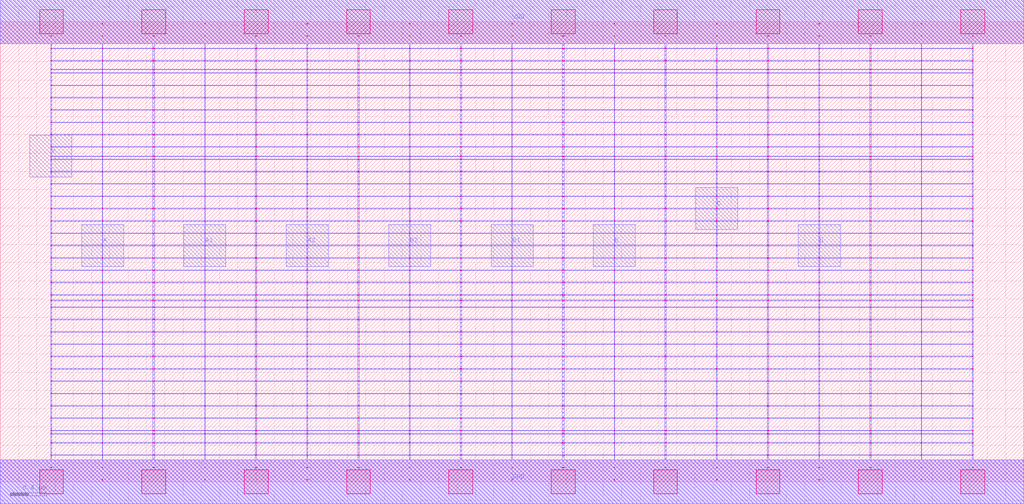
<source format=lef>
MACRO AAOAI3311_DEBUG
 CLASS CORE ;
 FOREIGN AAOAI3311_DEBUG 0 0 ;
 SIZE 11.200000000000001 BY 5.04 ;
 ORIGIN 0 0 ;
 SYMMETRY X Y R90 ;
 SITE unit ;
  PIN VDD
   DIRECTION INOUT ;
   USE SIGNAL ;
   SHAPE ABUTMENT ;
    PORT
     CLASS CORE ;
       LAYER met1 ;
        RECT 0.00000000 4.80000000 11.20000000 5.28000000 ;
       LAYER met2 ;
        RECT 0.00000000 4.80000000 11.20000000 5.28000000 ;
    END
  END VDD

  PIN GND
   DIRECTION INOUT ;
   USE SIGNAL ;
   SHAPE ABUTMENT ;
    PORT
     CLASS CORE ;
       LAYER met1 ;
        RECT 0.00000000 -0.24000000 11.20000000 0.24000000 ;
       LAYER met2 ;
        RECT 0.00000000 -0.24000000 11.20000000 0.24000000 ;
    END
  END GND

  PIN Y
   DIRECTION INOUT ;
   USE SIGNAL ;
   SHAPE ABUTMENT ;
    PORT
     CLASS CORE ;
       LAYER met2 ;
        RECT 0.32500000 3.33500000 0.78500000 3.79500000 ;
    END
  END Y

  PIN A
   DIRECTION INOUT ;
   USE SIGNAL ;
   SHAPE ABUTMENT ;
    PORT
     CLASS CORE ;
       LAYER met2 ;
        RECT 0.89000000 2.35700000 1.35000000 2.81700000 ;
    END
  END A

  PIN A1
   DIRECTION INOUT ;
   USE SIGNAL ;
   SHAPE ABUTMENT ;
    PORT
     CLASS CORE ;
       LAYER met2 ;
        RECT 2.01000000 2.35700000 2.47000000 2.81700000 ;
    END
  END A1

  PIN A2
   DIRECTION INOUT ;
   USE SIGNAL ;
   SHAPE ABUTMENT ;
    PORT
     CLASS CORE ;
       LAYER met2 ;
        RECT 3.13000000 2.35700000 3.59000000 2.81700000 ;
    END
  END A2

  PIN B
   DIRECTION INOUT ;
   USE SIGNAL ;
   SHAPE ABUTMENT ;
    PORT
     CLASS CORE ;
       LAYER met2 ;
        RECT 6.49000000 2.35700000 6.95000000 2.81700000 ;
    END
  END B

  PIN C
   DIRECTION INOUT ;
   USE SIGNAL ;
   SHAPE ABUTMENT ;
    PORT
     CLASS CORE ;
       LAYER met2 ;
        RECT 7.61000000 2.76200000 8.07000000 3.22200000 ;
    END
  END C

  PIN B1
   DIRECTION INOUT ;
   USE SIGNAL ;
   SHAPE ABUTMENT ;
    PORT
     CLASS CORE ;
       LAYER met2 ;
        RECT 5.37000000 2.35700000 5.83000000 2.81700000 ;
    END
  END B1

  PIN D
   DIRECTION INOUT ;
   USE SIGNAL ;
   SHAPE ABUTMENT ;
    PORT
     CLASS CORE ;
       LAYER met2 ;
        RECT 8.73000000 2.35700000 9.19000000 2.81700000 ;
    END
  END D

  PIN B2
   DIRECTION INOUT ;
   USE SIGNAL ;
   SHAPE ABUTMENT ;
    PORT
     CLASS CORE ;
       LAYER met2 ;
        RECT 4.25000000 2.35700000 4.71000000 2.81700000 ;
    END
  END B2

 OBS
    LAYER polycont ;
     RECT 5.59600000 2.58300000 5.60400000 2.59100000 ;
     RECT 5.59600000 2.71800000 5.60400000 2.72600000 ;
     RECT 5.59600000 2.85300000 5.60400000 2.86100000 ;
     RECT 5.59600000 2.98800000 5.60400000 2.99600000 ;
     RECT 7.83600000 2.58300000 7.84400000 2.59100000 ;
     RECT 8.39100000 2.58300000 8.40900000 2.59100000 ;
     RECT 8.95600000 2.58300000 8.96400000 2.59100000 ;
     RECT 9.51600000 2.58300000 9.52900000 2.59100000 ;
     RECT 10.07600000 2.58300000 10.08400000 2.59100000 ;
     RECT 10.63600000 2.58300000 10.64400000 2.59100000 ;
     RECT 6.15100000 2.58300000 6.16900000 2.59100000 ;
     RECT 6.15100000 2.71800000 6.16900000 2.72600000 ;
     RECT 6.71600000 2.71800000 6.72400000 2.72600000 ;
     RECT 7.27100000 2.71800000 7.28900000 2.72600000 ;
     RECT 7.83600000 2.71800000 7.84400000 2.72600000 ;
     RECT 8.39100000 2.71800000 8.40900000 2.72600000 ;
     RECT 8.95600000 2.71800000 8.96400000 2.72600000 ;
     RECT 9.51600000 2.71800000 9.52900000 2.72600000 ;
     RECT 10.07600000 2.71800000 10.08400000 2.72600000 ;
     RECT 10.63600000 2.71800000 10.64400000 2.72600000 ;
     RECT 6.71600000 2.58300000 6.72400000 2.59100000 ;
     RECT 6.15100000 2.85300000 6.16900000 2.86100000 ;
     RECT 6.71600000 2.85300000 6.72400000 2.86100000 ;
     RECT 7.27100000 2.85300000 7.28900000 2.86100000 ;
     RECT 7.83600000 2.85300000 7.84400000 2.86100000 ;
     RECT 8.39100000 2.85300000 8.40900000 2.86100000 ;
     RECT 8.95600000 2.85300000 8.96400000 2.86100000 ;
     RECT 9.51600000 2.85300000 9.52900000 2.86100000 ;
     RECT 10.07600000 2.85300000 10.08400000 2.86100000 ;
     RECT 10.63600000 2.85300000 10.64400000 2.86100000 ;
     RECT 7.27100000 2.58300000 7.28900000 2.59100000 ;
     RECT 6.15100000 2.98800000 6.16900000 2.99600000 ;
     RECT 6.71600000 2.98800000 6.72400000 2.99600000 ;
     RECT 7.27100000 2.98800000 7.28900000 2.99600000 ;
     RECT 7.83600000 2.98800000 7.84400000 2.99600000 ;
     RECT 8.39100000 2.98800000 8.40900000 2.99600000 ;
     RECT 8.95600000 2.98800000 8.96400000 2.99600000 ;
     RECT 9.51600000 2.98800000 9.52900000 2.99600000 ;
     RECT 10.07600000 2.98800000 10.08400000 2.99600000 ;
     RECT 10.63600000 2.98800000 10.64400000 2.99600000 ;
     RECT 10.07600000 3.12300000 10.08400000 3.13100000 ;
     RECT 10.63600000 3.12300000 10.64400000 3.13100000 ;
     RECT 10.07600000 3.25800000 10.08400000 3.26600000 ;
     RECT 10.63600000 3.25800000 10.64400000 3.26600000 ;
     RECT 10.07600000 3.39300000 10.08400000 3.40100000 ;
     RECT 10.63600000 3.39300000 10.64400000 3.40100000 ;
     RECT 10.07600000 3.52800000 10.08400000 3.53600000 ;
     RECT 10.63600000 3.52800000 10.64400000 3.53600000 ;
     RECT 10.07600000 3.56100000 10.08400000 3.56900000 ;
     RECT 10.63600000 3.56100000 10.64400000 3.56900000 ;
     RECT 10.07600000 3.66300000 10.08400000 3.67100000 ;
     RECT 10.63600000 3.66300000 10.64400000 3.67100000 ;
     RECT 10.07600000 3.79800000 10.08400000 3.80600000 ;
     RECT 10.63600000 3.79800000 10.64400000 3.80600000 ;
     RECT 10.07600000 3.93300000 10.08400000 3.94100000 ;
     RECT 10.63600000 3.93300000 10.64400000 3.94100000 ;
     RECT 10.07600000 4.06800000 10.08400000 4.07600000 ;
     RECT 10.63600000 4.06800000 10.64400000 4.07600000 ;
     RECT 10.07600000 4.20300000 10.08400000 4.21100000 ;
     RECT 10.63600000 4.20300000 10.64400000 4.21100000 ;
     RECT 10.07600000 4.33800000 10.08400000 4.34600000 ;
     RECT 10.63600000 4.33800000 10.64400000 4.34600000 ;
     RECT 10.07600000 4.47300000 10.08400000 4.48100000 ;
     RECT 10.63600000 4.47300000 10.64400000 4.48100000 ;
     RECT 10.07600000 4.51100000 10.08400000 4.51900000 ;
     RECT 10.63600000 4.51100000 10.64400000 4.51900000 ;
     RECT 10.07600000 4.60800000 10.08400000 4.61600000 ;
     RECT 10.63600000 4.60800000 10.64400000 4.61600000 ;
     RECT 10.07600000 4.74300000 10.08400000 4.75100000 ;
     RECT 10.63600000 4.74300000 10.64400000 4.75100000 ;
     RECT 10.07600000 4.87800000 10.08400000 4.88600000 ;
     RECT 10.63600000 4.87800000 10.64400000 4.88600000 ;
     RECT 0.55100000 2.58300000 0.56400000 2.59100000 ;
     RECT 0.55100000 2.71800000 0.56400000 2.72600000 ;
     RECT 0.55100000 2.85300000 0.56400000 2.86100000 ;
     RECT 1.11600000 2.85300000 1.12400000 2.86100000 ;
     RECT 1.67100000 2.85300000 1.68900000 2.86100000 ;
     RECT 2.23600000 2.85300000 2.24400000 2.86100000 ;
     RECT 2.79100000 2.85300000 2.80900000 2.86100000 ;
     RECT 3.35600000 2.85300000 3.36400000 2.86100000 ;
     RECT 3.91100000 2.85300000 3.92900000 2.86100000 ;
     RECT 4.47600000 2.85300000 4.48400000 2.86100000 ;
     RECT 5.03100000 2.85300000 5.04900000 2.86100000 ;
     RECT 1.11600000 2.71800000 1.12400000 2.72600000 ;
     RECT 1.67100000 2.71800000 1.68900000 2.72600000 ;
     RECT 2.23600000 2.71800000 2.24400000 2.72600000 ;
     RECT 2.79100000 2.71800000 2.80900000 2.72600000 ;
     RECT 3.35600000 2.71800000 3.36400000 2.72600000 ;
     RECT 3.91100000 2.71800000 3.92900000 2.72600000 ;
     RECT 4.47600000 2.71800000 4.48400000 2.72600000 ;
     RECT 5.03100000 2.71800000 5.04900000 2.72600000 ;
     RECT 1.11600000 2.58300000 1.12400000 2.59100000 ;
     RECT 1.67100000 2.58300000 1.68900000 2.59100000 ;
     RECT 0.55100000 2.98800000 0.56400000 2.99600000 ;
     RECT 1.11600000 2.98800000 1.12400000 2.99600000 ;
     RECT 1.67100000 2.98800000 1.68900000 2.99600000 ;
     RECT 2.23600000 2.98800000 2.24400000 2.99600000 ;
     RECT 2.79100000 2.98800000 2.80900000 2.99600000 ;
     RECT 3.35600000 2.98800000 3.36400000 2.99600000 ;
     RECT 3.91100000 2.98800000 3.92900000 2.99600000 ;
     RECT 4.47600000 2.98800000 4.48400000 2.99600000 ;
     RECT 5.03100000 2.98800000 5.04900000 2.99600000 ;
     RECT 2.23600000 2.58300000 2.24400000 2.59100000 ;
     RECT 2.79100000 2.58300000 2.80900000 2.59100000 ;
     RECT 3.35600000 2.58300000 3.36400000 2.59100000 ;
     RECT 3.91100000 2.58300000 3.92900000 2.59100000 ;
     RECT 4.47600000 2.58300000 4.48400000 2.59100000 ;
     RECT 5.03100000 2.58300000 5.04900000 2.59100000 ;
     RECT 7.83600000 1.09800000 7.84400000 1.10600000 ;
     RECT 7.83600000 1.23300000 7.84400000 1.24100000 ;
     RECT 7.83600000 1.36800000 7.84400000 1.37600000 ;
     RECT 7.83600000 1.50300000 7.84400000 1.51100000 ;
     RECT 7.83600000 1.63800000 7.84400000 1.64600000 ;
     RECT 7.83600000 1.77300000 7.84400000 1.78100000 ;
     RECT 7.83600000 1.90800000 7.84400000 1.91600000 ;
     RECT 7.83600000 1.98100000 7.84400000 1.98900000 ;
     RECT 7.83600000 2.04300000 7.84400000 2.05100000 ;
     RECT 7.83600000 2.17800000 7.84400000 2.18600000 ;
     RECT 7.83600000 2.31300000 7.84400000 2.32100000 ;
     RECT 7.83600000 2.44800000 7.84400000 2.45600000 ;
     RECT 7.83600000 0.15300000 7.84400000 0.16100000 ;
     RECT 7.83600000 0.28800000 7.84400000 0.29600000 ;
     RECT 7.83600000 0.42300000 7.84400000 0.43100000 ;
     RECT 7.83600000 0.52100000 7.84400000 0.52900000 ;
     RECT 7.83600000 0.55800000 7.84400000 0.56600000 ;
     RECT 7.83600000 0.69300000 7.84400000 0.70100000 ;
     RECT 7.83600000 0.82800000 7.84400000 0.83600000 ;
     RECT 7.83600000 0.96300000 7.84400000 0.97100000 ;

    LAYER pdiffc ;
     RECT 0.55100000 3.39300000 0.55900000 3.40100000 ;
     RECT 9.52100000 3.39300000 9.52900000 3.40100000 ;
     RECT 0.55100000 3.52800000 0.55900000 3.53600000 ;
     RECT 9.52100000 3.52800000 9.52900000 3.53600000 ;
     RECT 0.55100000 3.56100000 0.55900000 3.56900000 ;
     RECT 9.52100000 3.56100000 9.52900000 3.56900000 ;
     RECT 0.55100000 3.66300000 0.55900000 3.67100000 ;
     RECT 9.52100000 3.66300000 9.52900000 3.67100000 ;
     RECT 0.55100000 3.79800000 0.55900000 3.80600000 ;
     RECT 9.52100000 3.79800000 9.52900000 3.80600000 ;
     RECT 0.55100000 3.93300000 0.55900000 3.94100000 ;
     RECT 9.52100000 3.93300000 9.52900000 3.94100000 ;
     RECT 0.55100000 4.06800000 0.55900000 4.07600000 ;
     RECT 9.52100000 4.06800000 9.52900000 4.07600000 ;
     RECT 0.55100000 4.20300000 0.55900000 4.21100000 ;
     RECT 9.52100000 4.20300000 9.52900000 4.21100000 ;
     RECT 0.55100000 4.33800000 0.55900000 4.34600000 ;
     RECT 9.52100000 4.33800000 9.52900000 4.34600000 ;
     RECT 0.55100000 4.47300000 0.55900000 4.48100000 ;
     RECT 9.52100000 4.47300000 9.52900000 4.48100000 ;
     RECT 0.55100000 4.51100000 0.55900000 4.51900000 ;
     RECT 9.52100000 4.51100000 9.52900000 4.51900000 ;
     RECT 0.55100000 4.60800000 0.55900000 4.61600000 ;
     RECT 9.52100000 4.60800000 9.52900000 4.61600000 ;

    LAYER ndiffc ;
     RECT 6.15100000 0.42300000 6.16900000 0.43100000 ;
     RECT 7.27100000 0.42300000 7.28900000 0.43100000 ;
     RECT 8.39100000 0.42300000 8.40900000 0.43100000 ;
     RECT 9.51600000 0.42300000 9.52900000 0.43100000 ;
     RECT 10.63600000 0.42300000 10.64400000 0.43100000 ;
     RECT 6.15100000 0.52100000 6.16900000 0.52900000 ;
     RECT 7.27100000 0.52100000 7.28900000 0.52900000 ;
     RECT 8.39100000 0.52100000 8.40900000 0.52900000 ;
     RECT 9.51600000 0.52100000 9.52900000 0.52900000 ;
     RECT 10.63600000 0.52100000 10.64400000 0.52900000 ;
     RECT 6.15100000 0.55800000 6.16900000 0.56600000 ;
     RECT 7.27100000 0.55800000 7.28900000 0.56600000 ;
     RECT 8.39100000 0.55800000 8.40900000 0.56600000 ;
     RECT 9.51600000 0.55800000 9.52900000 0.56600000 ;
     RECT 10.63600000 0.55800000 10.64400000 0.56600000 ;
     RECT 6.15100000 0.69300000 6.16900000 0.70100000 ;
     RECT 7.27100000 0.69300000 7.28900000 0.70100000 ;
     RECT 8.39100000 0.69300000 8.40900000 0.70100000 ;
     RECT 9.51600000 0.69300000 9.52900000 0.70100000 ;
     RECT 10.63600000 0.69300000 10.64400000 0.70100000 ;
     RECT 6.15100000 0.82800000 6.16900000 0.83600000 ;
     RECT 7.27100000 0.82800000 7.28900000 0.83600000 ;
     RECT 8.39100000 0.82800000 8.40900000 0.83600000 ;
     RECT 9.51600000 0.82800000 9.52900000 0.83600000 ;
     RECT 10.63600000 0.82800000 10.64400000 0.83600000 ;
     RECT 6.15100000 0.96300000 6.16900000 0.97100000 ;
     RECT 7.27100000 0.96300000 7.28900000 0.97100000 ;
     RECT 8.39100000 0.96300000 8.40900000 0.97100000 ;
     RECT 9.51600000 0.96300000 9.52900000 0.97100000 ;
     RECT 10.63600000 0.96300000 10.64400000 0.97100000 ;
     RECT 6.15100000 1.09800000 6.16900000 1.10600000 ;
     RECT 7.27100000 1.09800000 7.28900000 1.10600000 ;
     RECT 8.39100000 1.09800000 8.40900000 1.10600000 ;
     RECT 9.51600000 1.09800000 9.52900000 1.10600000 ;
     RECT 10.63600000 1.09800000 10.64400000 1.10600000 ;
     RECT 6.15100000 1.23300000 6.16900000 1.24100000 ;
     RECT 7.27100000 1.23300000 7.28900000 1.24100000 ;
     RECT 8.39100000 1.23300000 8.40900000 1.24100000 ;
     RECT 9.51600000 1.23300000 9.52900000 1.24100000 ;
     RECT 10.63600000 1.23300000 10.64400000 1.24100000 ;
     RECT 6.15100000 1.36800000 6.16900000 1.37600000 ;
     RECT 7.27100000 1.36800000 7.28900000 1.37600000 ;
     RECT 8.39100000 1.36800000 8.40900000 1.37600000 ;
     RECT 9.51600000 1.36800000 9.52900000 1.37600000 ;
     RECT 10.63600000 1.36800000 10.64400000 1.37600000 ;
     RECT 6.15100000 1.50300000 6.16900000 1.51100000 ;
     RECT 7.27100000 1.50300000 7.28900000 1.51100000 ;
     RECT 8.39100000 1.50300000 8.40900000 1.51100000 ;
     RECT 9.51600000 1.50300000 9.52900000 1.51100000 ;
     RECT 10.63600000 1.50300000 10.64400000 1.51100000 ;
     RECT 6.15100000 1.63800000 6.16900000 1.64600000 ;
     RECT 7.27100000 1.63800000 7.28900000 1.64600000 ;
     RECT 8.39100000 1.63800000 8.40900000 1.64600000 ;
     RECT 9.51600000 1.63800000 9.52900000 1.64600000 ;
     RECT 10.63600000 1.63800000 10.64400000 1.64600000 ;
     RECT 6.15100000 1.77300000 6.16900000 1.78100000 ;
     RECT 7.27100000 1.77300000 7.28900000 1.78100000 ;
     RECT 8.39100000 1.77300000 8.40900000 1.78100000 ;
     RECT 9.51600000 1.77300000 9.52900000 1.78100000 ;
     RECT 10.63600000 1.77300000 10.64400000 1.78100000 ;
     RECT 6.15100000 1.90800000 6.16900000 1.91600000 ;
     RECT 7.27100000 1.90800000 7.28900000 1.91600000 ;
     RECT 8.39100000 1.90800000 8.40900000 1.91600000 ;
     RECT 9.51600000 1.90800000 9.52900000 1.91600000 ;
     RECT 10.63600000 1.90800000 10.64400000 1.91600000 ;
     RECT 6.15100000 1.98100000 6.16900000 1.98900000 ;
     RECT 7.27100000 1.98100000 7.28900000 1.98900000 ;
     RECT 8.39100000 1.98100000 8.40900000 1.98900000 ;
     RECT 9.51600000 1.98100000 9.52900000 1.98900000 ;
     RECT 10.63600000 1.98100000 10.64400000 1.98900000 ;
     RECT 6.15100000 2.04300000 6.16900000 2.05100000 ;
     RECT 7.27100000 2.04300000 7.28900000 2.05100000 ;
     RECT 8.39100000 2.04300000 8.40900000 2.05100000 ;
     RECT 9.51600000 2.04300000 9.52900000 2.05100000 ;
     RECT 10.63600000 2.04300000 10.64400000 2.05100000 ;
     RECT 0.55100000 0.42300000 0.56400000 0.43100000 ;
     RECT 1.67100000 0.42300000 1.68900000 0.43100000 ;
     RECT 2.79100000 0.42300000 2.80900000 0.43100000 ;
     RECT 3.91100000 0.42300000 3.92900000 0.43100000 ;
     RECT 5.03100000 0.42300000 5.04900000 0.43100000 ;
     RECT 0.55100000 1.36800000 0.56400000 1.37600000 ;
     RECT 1.67100000 1.36800000 1.68900000 1.37600000 ;
     RECT 2.79100000 1.36800000 2.80900000 1.37600000 ;
     RECT 3.91100000 1.36800000 3.92900000 1.37600000 ;
     RECT 5.03100000 1.36800000 5.04900000 1.37600000 ;
     RECT 0.55100000 0.82800000 0.56400000 0.83600000 ;
     RECT 1.67100000 0.82800000 1.68900000 0.83600000 ;
     RECT 2.79100000 0.82800000 2.80900000 0.83600000 ;
     RECT 3.91100000 0.82800000 3.92900000 0.83600000 ;
     RECT 5.03100000 0.82800000 5.04900000 0.83600000 ;
     RECT 0.55100000 1.50300000 0.56400000 1.51100000 ;
     RECT 1.67100000 1.50300000 1.68900000 1.51100000 ;
     RECT 2.79100000 1.50300000 2.80900000 1.51100000 ;
     RECT 3.91100000 1.50300000 3.92900000 1.51100000 ;
     RECT 5.03100000 1.50300000 5.04900000 1.51100000 ;
     RECT 0.55100000 0.55800000 0.56400000 0.56600000 ;
     RECT 1.67100000 0.55800000 1.68900000 0.56600000 ;
     RECT 2.79100000 0.55800000 2.80900000 0.56600000 ;
     RECT 3.91100000 0.55800000 3.92900000 0.56600000 ;
     RECT 5.03100000 0.55800000 5.04900000 0.56600000 ;
     RECT 0.55100000 1.63800000 0.56400000 1.64600000 ;
     RECT 1.67100000 1.63800000 1.68900000 1.64600000 ;
     RECT 2.79100000 1.63800000 2.80900000 1.64600000 ;
     RECT 3.91100000 1.63800000 3.92900000 1.64600000 ;
     RECT 5.03100000 1.63800000 5.04900000 1.64600000 ;
     RECT 0.55100000 0.96300000 0.56400000 0.97100000 ;
     RECT 1.67100000 0.96300000 1.68900000 0.97100000 ;
     RECT 2.79100000 0.96300000 2.80900000 0.97100000 ;
     RECT 3.91100000 0.96300000 3.92900000 0.97100000 ;
     RECT 5.03100000 0.96300000 5.04900000 0.97100000 ;
     RECT 0.55100000 1.77300000 0.56400000 1.78100000 ;
     RECT 1.67100000 1.77300000 1.68900000 1.78100000 ;
     RECT 2.79100000 1.77300000 2.80900000 1.78100000 ;
     RECT 3.91100000 1.77300000 3.92900000 1.78100000 ;
     RECT 5.03100000 1.77300000 5.04900000 1.78100000 ;
     RECT 0.55100000 0.52100000 0.56400000 0.52900000 ;
     RECT 1.67100000 0.52100000 1.68900000 0.52900000 ;
     RECT 2.79100000 0.52100000 2.80900000 0.52900000 ;
     RECT 3.91100000 0.52100000 3.92900000 0.52900000 ;
     RECT 5.03100000 0.52100000 5.04900000 0.52900000 ;
     RECT 0.55100000 1.90800000 0.56400000 1.91600000 ;
     RECT 1.67100000 1.90800000 1.68900000 1.91600000 ;
     RECT 2.79100000 1.90800000 2.80900000 1.91600000 ;
     RECT 3.91100000 1.90800000 3.92900000 1.91600000 ;
     RECT 5.03100000 1.90800000 5.04900000 1.91600000 ;
     RECT 0.55100000 1.09800000 0.56400000 1.10600000 ;
     RECT 1.67100000 1.09800000 1.68900000 1.10600000 ;
     RECT 2.79100000 1.09800000 2.80900000 1.10600000 ;
     RECT 3.91100000 1.09800000 3.92900000 1.10600000 ;
     RECT 5.03100000 1.09800000 5.04900000 1.10600000 ;
     RECT 0.55100000 1.98100000 0.56400000 1.98900000 ;
     RECT 1.67100000 1.98100000 1.68900000 1.98900000 ;
     RECT 2.79100000 1.98100000 2.80900000 1.98900000 ;
     RECT 3.91100000 1.98100000 3.92900000 1.98900000 ;
     RECT 5.03100000 1.98100000 5.04900000 1.98900000 ;
     RECT 0.55100000 0.69300000 0.56400000 0.70100000 ;
     RECT 1.67100000 0.69300000 1.68900000 0.70100000 ;
     RECT 2.79100000 0.69300000 2.80900000 0.70100000 ;
     RECT 3.91100000 0.69300000 3.92900000 0.70100000 ;
     RECT 5.03100000 0.69300000 5.04900000 0.70100000 ;
     RECT 0.55100000 2.04300000 0.56400000 2.05100000 ;
     RECT 1.67100000 2.04300000 1.68900000 2.05100000 ;
     RECT 2.79100000 2.04300000 2.80900000 2.05100000 ;
     RECT 3.91100000 2.04300000 3.92900000 2.05100000 ;
     RECT 5.03100000 2.04300000 5.04900000 2.05100000 ;
     RECT 0.55100000 1.23300000 0.56400000 1.24100000 ;
     RECT 1.67100000 1.23300000 1.68900000 1.24100000 ;
     RECT 2.79100000 1.23300000 2.80900000 1.24100000 ;
     RECT 3.91100000 1.23300000 3.92900000 1.24100000 ;
     RECT 5.03100000 1.23300000 5.04900000 1.24100000 ;

    LAYER met1 ;
     RECT 0.00000000 -0.24000000 11.20000000 0.24000000 ;
     RECT 5.59600000 0.24000000 5.60400000 0.28800000 ;
     RECT 0.55100000 0.28800000 10.64400000 0.29600000 ;
     RECT 5.59600000 0.29600000 5.60400000 0.42300000 ;
     RECT 0.55100000 0.42300000 10.64400000 0.43100000 ;
     RECT 5.59600000 0.43100000 5.60400000 0.52100000 ;
     RECT 0.55100000 0.52100000 10.64400000 0.52900000 ;
     RECT 5.59600000 0.52900000 5.60400000 0.55800000 ;
     RECT 0.55100000 0.55800000 10.64400000 0.56600000 ;
     RECT 5.59600000 0.56600000 5.60400000 0.69300000 ;
     RECT 0.55100000 0.69300000 10.64400000 0.70100000 ;
     RECT 5.59600000 0.70100000 5.60400000 0.82800000 ;
     RECT 0.55100000 0.82800000 10.64400000 0.83600000 ;
     RECT 5.59600000 0.83600000 5.60400000 0.96300000 ;
     RECT 0.55100000 0.96300000 10.64400000 0.97100000 ;
     RECT 5.59600000 0.97100000 5.60400000 1.09800000 ;
     RECT 0.55100000 1.09800000 10.64400000 1.10600000 ;
     RECT 5.59600000 1.10600000 5.60400000 1.23300000 ;
     RECT 0.55100000 1.23300000 10.64400000 1.24100000 ;
     RECT 5.59600000 1.24100000 5.60400000 1.36800000 ;
     RECT 0.55100000 1.36800000 10.64400000 1.37600000 ;
     RECT 5.59600000 1.37600000 5.60400000 1.50300000 ;
     RECT 0.55100000 1.50300000 10.64400000 1.51100000 ;
     RECT 5.59600000 1.51100000 5.60400000 1.63800000 ;
     RECT 0.55100000 1.63800000 10.64400000 1.64600000 ;
     RECT 5.59600000 1.64600000 5.60400000 1.77300000 ;
     RECT 0.55100000 1.77300000 10.64400000 1.78100000 ;
     RECT 5.59600000 1.78100000 5.60400000 1.90800000 ;
     RECT 0.55100000 1.90800000 10.64400000 1.91600000 ;
     RECT 5.59600000 1.91600000 5.60400000 1.98100000 ;
     RECT 0.55100000 1.98100000 10.64400000 1.98900000 ;
     RECT 5.59600000 1.98900000 5.60400000 2.04300000 ;
     RECT 0.55100000 2.04300000 10.64400000 2.05100000 ;
     RECT 5.59600000 2.05100000 5.60400000 2.17800000 ;
     RECT 0.55100000 2.17800000 10.64400000 2.18600000 ;
     RECT 5.59600000 2.18600000 5.60400000 2.31300000 ;
     RECT 0.55100000 2.31300000 10.64400000 2.32100000 ;
     RECT 5.59600000 2.32100000 5.60400000 2.44800000 ;
     RECT 0.55100000 2.44800000 10.64400000 2.45600000 ;
     RECT 0.55100000 2.45600000 0.56400000 2.58300000 ;
     RECT 1.11600000 2.45600000 1.12400000 2.58300000 ;
     RECT 1.67100000 2.45600000 1.68900000 2.58300000 ;
     RECT 2.23600000 2.45600000 2.24400000 2.58300000 ;
     RECT 2.79100000 2.45600000 2.80900000 2.58300000 ;
     RECT 3.35600000 2.45600000 3.36400000 2.58300000 ;
     RECT 3.91100000 2.45600000 3.92900000 2.58300000 ;
     RECT 4.47600000 2.45600000 4.48400000 2.58300000 ;
     RECT 5.03100000 2.45600000 5.04900000 2.58300000 ;
     RECT 5.59600000 2.45600000 5.60400000 2.58300000 ;
     RECT 6.15100000 2.45600000 6.16900000 2.58300000 ;
     RECT 6.71600000 2.45600000 6.72400000 2.58300000 ;
     RECT 7.27100000 2.45600000 7.28900000 2.58300000 ;
     RECT 7.83600000 2.45600000 7.84400000 2.58300000 ;
     RECT 8.39100000 2.45600000 8.40900000 2.58300000 ;
     RECT 8.95600000 2.45600000 8.96400000 2.58300000 ;
     RECT 9.51600000 2.45600000 9.52900000 2.58300000 ;
     RECT 10.07600000 2.45600000 10.08400000 2.58300000 ;
     RECT 10.63600000 2.45600000 10.64400000 2.58300000 ;
     RECT 0.55100000 2.58300000 10.64400000 2.59100000 ;
     RECT 5.59600000 2.59100000 5.60400000 2.71800000 ;
     RECT 0.55100000 2.71800000 10.64400000 2.72600000 ;
     RECT 5.59600000 2.72600000 5.60400000 2.85300000 ;
     RECT 0.55100000 2.85300000 10.64400000 2.86100000 ;
     RECT 5.59600000 2.86100000 5.60400000 2.98800000 ;
     RECT 0.55100000 2.98800000 10.64400000 2.99600000 ;
     RECT 5.59600000 2.99600000 5.60400000 3.12300000 ;
     RECT 0.55100000 3.12300000 10.64400000 3.13100000 ;
     RECT 5.59600000 3.13100000 5.60400000 3.25800000 ;
     RECT 0.55100000 3.25800000 10.64400000 3.26600000 ;
     RECT 5.59600000 3.26600000 5.60400000 3.39300000 ;
     RECT 0.55100000 3.39300000 10.64400000 3.40100000 ;
     RECT 5.59600000 3.40100000 5.60400000 3.52800000 ;
     RECT 0.55100000 3.52800000 10.64400000 3.53600000 ;
     RECT 5.59600000 3.53600000 5.60400000 3.56100000 ;
     RECT 0.55100000 3.56100000 10.64400000 3.56900000 ;
     RECT 5.59600000 3.56900000 5.60400000 3.66300000 ;
     RECT 0.55100000 3.66300000 10.64400000 3.67100000 ;
     RECT 5.59600000 3.67100000 5.60400000 3.79800000 ;
     RECT 0.55100000 3.79800000 10.64400000 3.80600000 ;
     RECT 5.59600000 3.80600000 5.60400000 3.93300000 ;
     RECT 0.55100000 3.93300000 10.64400000 3.94100000 ;
     RECT 5.59600000 3.94100000 5.60400000 4.06800000 ;
     RECT 0.55100000 4.06800000 10.64400000 4.07600000 ;
     RECT 5.59600000 4.07600000 5.60400000 4.20300000 ;
     RECT 0.55100000 4.20300000 10.64400000 4.21100000 ;
     RECT 5.59600000 4.21100000 5.60400000 4.33800000 ;
     RECT 0.55100000 4.33800000 10.64400000 4.34600000 ;
     RECT 5.59600000 4.34600000 5.60400000 4.47300000 ;
     RECT 0.55100000 4.47300000 10.64400000 4.48100000 ;
     RECT 5.59600000 4.48100000 5.60400000 4.51100000 ;
     RECT 0.55100000 4.51100000 10.64400000 4.51900000 ;
     RECT 5.59600000 4.51900000 5.60400000 4.60800000 ;
     RECT 0.55100000 4.60800000 10.64400000 4.61600000 ;
     RECT 5.59600000 4.61600000 5.60400000 4.74300000 ;
     RECT 0.55100000 4.74300000 10.64400000 4.75100000 ;
     RECT 5.59600000 4.75100000 5.60400000 4.80000000 ;
     RECT 0.00000000 4.80000000 11.20000000 5.28000000 ;
     RECT 8.39100000 2.99600000 8.40900000 3.12300000 ;
     RECT 8.39100000 3.13100000 8.40900000 3.25800000 ;
     RECT 8.39100000 3.26600000 8.40900000 3.39300000 ;
     RECT 8.39100000 3.40100000 8.40900000 3.52800000 ;
     RECT 8.39100000 3.53600000 8.40900000 3.56100000 ;
     RECT 8.39100000 2.72600000 8.40900000 2.85300000 ;
     RECT 8.39100000 3.56900000 8.40900000 3.66300000 ;
     RECT 8.39100000 3.67100000 8.40900000 3.79800000 ;
     RECT 6.15100000 3.80600000 6.16900000 3.93300000 ;
     RECT 6.71600000 3.80600000 6.72400000 3.93300000 ;
     RECT 7.27100000 3.80600000 7.28900000 3.93300000 ;
     RECT 7.83600000 3.80600000 7.84400000 3.93300000 ;
     RECT 8.39100000 3.80600000 8.40900000 3.93300000 ;
     RECT 8.95600000 3.80600000 8.96400000 3.93300000 ;
     RECT 9.51600000 3.80600000 9.52900000 3.93300000 ;
     RECT 10.07600000 3.80600000 10.08400000 3.93300000 ;
     RECT 10.63600000 3.80600000 10.64400000 3.93300000 ;
     RECT 8.39100000 3.94100000 8.40900000 4.06800000 ;
     RECT 8.39100000 4.07600000 8.40900000 4.20300000 ;
     RECT 8.39100000 4.21100000 8.40900000 4.33800000 ;
     RECT 8.39100000 2.86100000 8.40900000 2.98800000 ;
     RECT 8.39100000 4.34600000 8.40900000 4.47300000 ;
     RECT 8.39100000 4.48100000 8.40900000 4.51100000 ;
     RECT 8.39100000 2.59100000 8.40900000 2.71800000 ;
     RECT 8.39100000 4.51900000 8.40900000 4.60800000 ;
     RECT 8.39100000 4.61600000 8.40900000 4.74300000 ;
     RECT 8.39100000 4.75100000 8.40900000 4.80000000 ;
     RECT 9.51600000 3.94100000 9.52900000 4.06800000 ;
     RECT 8.95600000 4.21100000 8.96400000 4.33800000 ;
     RECT 9.51600000 4.21100000 9.52900000 4.33800000 ;
     RECT 10.07600000 4.21100000 10.08400000 4.33800000 ;
     RECT 10.63600000 4.21100000 10.64400000 4.33800000 ;
     RECT 10.07600000 3.94100000 10.08400000 4.06800000 ;
     RECT 10.63600000 3.94100000 10.64400000 4.06800000 ;
     RECT 8.95600000 4.34600000 8.96400000 4.47300000 ;
     RECT 9.51600000 4.34600000 9.52900000 4.47300000 ;
     RECT 10.07600000 4.34600000 10.08400000 4.47300000 ;
     RECT 10.63600000 4.34600000 10.64400000 4.47300000 ;
     RECT 8.95600000 3.94100000 8.96400000 4.06800000 ;
     RECT 8.95600000 4.48100000 8.96400000 4.51100000 ;
     RECT 9.51600000 4.48100000 9.52900000 4.51100000 ;
     RECT 10.07600000 4.48100000 10.08400000 4.51100000 ;
     RECT 10.63600000 4.48100000 10.64400000 4.51100000 ;
     RECT 8.95600000 4.07600000 8.96400000 4.20300000 ;
     RECT 9.51600000 4.07600000 9.52900000 4.20300000 ;
     RECT 8.95600000 4.51900000 8.96400000 4.60800000 ;
     RECT 9.51600000 4.51900000 9.52900000 4.60800000 ;
     RECT 10.07600000 4.51900000 10.08400000 4.60800000 ;
     RECT 10.63600000 4.51900000 10.64400000 4.60800000 ;
     RECT 10.07600000 4.07600000 10.08400000 4.20300000 ;
     RECT 8.95600000 4.61600000 8.96400000 4.74300000 ;
     RECT 9.51600000 4.61600000 9.52900000 4.74300000 ;
     RECT 10.07600000 4.61600000 10.08400000 4.74300000 ;
     RECT 10.63600000 4.61600000 10.64400000 4.74300000 ;
     RECT 10.63600000 4.07600000 10.64400000 4.20300000 ;
     RECT 8.95600000 4.75100000 8.96400000 4.80000000 ;
     RECT 9.51600000 4.75100000 9.52900000 4.80000000 ;
     RECT 10.07600000 4.75100000 10.08400000 4.80000000 ;
     RECT 10.63600000 4.75100000 10.64400000 4.80000000 ;
     RECT 6.71600000 4.07600000 6.72400000 4.20300000 ;
     RECT 7.27100000 4.07600000 7.28900000 4.20300000 ;
     RECT 7.83600000 4.07600000 7.84400000 4.20300000 ;
     RECT 6.71600000 3.94100000 6.72400000 4.06800000 ;
     RECT 7.27100000 3.94100000 7.28900000 4.06800000 ;
     RECT 6.15100000 4.51900000 6.16900000 4.60800000 ;
     RECT 6.71600000 4.51900000 6.72400000 4.60800000 ;
     RECT 7.27100000 4.51900000 7.28900000 4.60800000 ;
     RECT 7.83600000 4.51900000 7.84400000 4.60800000 ;
     RECT 7.83600000 3.94100000 7.84400000 4.06800000 ;
     RECT 6.15100000 4.34600000 6.16900000 4.47300000 ;
     RECT 6.71600000 4.34600000 6.72400000 4.47300000 ;
     RECT 7.27100000 4.34600000 7.28900000 4.47300000 ;
     RECT 7.83600000 4.34600000 7.84400000 4.47300000 ;
     RECT 6.15100000 4.61600000 6.16900000 4.74300000 ;
     RECT 6.71600000 4.61600000 6.72400000 4.74300000 ;
     RECT 7.27100000 4.61600000 7.28900000 4.74300000 ;
     RECT 7.83600000 4.61600000 7.84400000 4.74300000 ;
     RECT 6.15100000 3.94100000 6.16900000 4.06800000 ;
     RECT 6.15100000 4.07600000 6.16900000 4.20300000 ;
     RECT 6.15100000 4.21100000 6.16900000 4.33800000 ;
     RECT 6.71600000 4.21100000 6.72400000 4.33800000 ;
     RECT 7.27100000 4.21100000 7.28900000 4.33800000 ;
     RECT 6.15100000 4.75100000 6.16900000 4.80000000 ;
     RECT 6.71600000 4.75100000 6.72400000 4.80000000 ;
     RECT 7.27100000 4.75100000 7.28900000 4.80000000 ;
     RECT 7.83600000 4.75100000 7.84400000 4.80000000 ;
     RECT 6.15100000 4.48100000 6.16900000 4.51100000 ;
     RECT 6.71600000 4.48100000 6.72400000 4.51100000 ;
     RECT 7.27100000 4.48100000 7.28900000 4.51100000 ;
     RECT 7.83600000 4.48100000 7.84400000 4.51100000 ;
     RECT 7.83600000 4.21100000 7.84400000 4.33800000 ;
     RECT 7.27100000 3.53600000 7.28900000 3.56100000 ;
     RECT 7.83600000 3.53600000 7.84400000 3.56100000 ;
     RECT 7.83600000 3.13100000 7.84400000 3.25800000 ;
     RECT 6.15100000 2.86100000 6.16900000 2.98800000 ;
     RECT 6.71600000 2.86100000 6.72400000 2.98800000 ;
     RECT 7.83600000 2.72600000 7.84400000 2.85300000 ;
     RECT 6.15100000 3.13100000 6.16900000 3.25800000 ;
     RECT 6.15100000 3.56900000 6.16900000 3.66300000 ;
     RECT 6.71600000 3.56900000 6.72400000 3.66300000 ;
     RECT 7.27100000 3.56900000 7.28900000 3.66300000 ;
     RECT 7.83600000 3.56900000 7.84400000 3.66300000 ;
     RECT 6.15100000 2.59100000 6.16900000 2.71800000 ;
     RECT 6.15100000 3.67100000 6.16900000 3.79800000 ;
     RECT 6.71600000 3.67100000 6.72400000 3.79800000 ;
     RECT 7.27100000 2.86100000 7.28900000 2.98800000 ;
     RECT 7.83600000 2.86100000 7.84400000 2.98800000 ;
     RECT 7.27100000 3.67100000 7.28900000 3.79800000 ;
     RECT 7.83600000 3.67100000 7.84400000 3.79800000 ;
     RECT 6.15100000 2.99600000 6.16900000 3.12300000 ;
     RECT 6.15100000 3.26600000 6.16900000 3.39300000 ;
     RECT 6.71600000 3.26600000 6.72400000 3.39300000 ;
     RECT 7.27100000 3.26600000 7.28900000 3.39300000 ;
     RECT 7.83600000 3.26600000 7.84400000 3.39300000 ;
     RECT 6.71600000 3.13100000 6.72400000 3.25800000 ;
     RECT 6.71600000 2.59100000 6.72400000 2.71800000 ;
     RECT 6.15100000 2.72600000 6.16900000 2.85300000 ;
     RECT 6.15100000 3.40100000 6.16900000 3.52800000 ;
     RECT 6.71600000 3.40100000 6.72400000 3.52800000 ;
     RECT 6.71600000 2.99600000 6.72400000 3.12300000 ;
     RECT 7.27100000 2.99600000 7.28900000 3.12300000 ;
     RECT 7.27100000 3.40100000 7.28900000 3.52800000 ;
     RECT 7.27100000 2.59100000 7.28900000 2.71800000 ;
     RECT 7.83600000 2.59100000 7.84400000 2.71800000 ;
     RECT 7.83600000 3.40100000 7.84400000 3.52800000 ;
     RECT 7.27100000 3.13100000 7.28900000 3.25800000 ;
     RECT 6.71600000 2.72600000 6.72400000 2.85300000 ;
     RECT 7.27100000 2.72600000 7.28900000 2.85300000 ;
     RECT 6.15100000 3.53600000 6.16900000 3.56100000 ;
     RECT 6.71600000 3.53600000 6.72400000 3.56100000 ;
     RECT 7.83600000 2.99600000 7.84400000 3.12300000 ;
     RECT 10.07600000 3.56900000 10.08400000 3.66300000 ;
     RECT 10.63600000 3.56900000 10.64400000 3.66300000 ;
     RECT 8.95600000 2.72600000 8.96400000 2.85300000 ;
     RECT 9.51600000 2.72600000 9.52900000 2.85300000 ;
     RECT 8.95600000 2.99600000 8.96400000 3.12300000 ;
     RECT 8.95600000 3.40100000 8.96400000 3.52800000 ;
     RECT 10.63600000 2.86100000 10.64400000 2.98800000 ;
     RECT 9.51600000 3.40100000 9.52900000 3.52800000 ;
     RECT 10.07600000 3.40100000 10.08400000 3.52800000 ;
     RECT 10.63600000 3.40100000 10.64400000 3.52800000 ;
     RECT 8.95600000 3.67100000 8.96400000 3.79800000 ;
     RECT 9.51600000 3.67100000 9.52900000 3.79800000 ;
     RECT 10.07600000 3.67100000 10.08400000 3.79800000 ;
     RECT 10.63600000 3.67100000 10.64400000 3.79800000 ;
     RECT 10.07600000 2.72600000 10.08400000 2.85300000 ;
     RECT 10.63600000 2.72600000 10.64400000 2.85300000 ;
     RECT 9.51600000 2.99600000 9.52900000 3.12300000 ;
     RECT 8.95600000 2.59100000 8.96400000 2.71800000 ;
     RECT 10.07600000 2.99600000 10.08400000 3.12300000 ;
     RECT 10.63600000 2.99600000 10.64400000 3.12300000 ;
     RECT 9.51600000 2.59100000 9.52900000 2.71800000 ;
     RECT 8.95600000 3.26600000 8.96400000 3.39300000 ;
     RECT 9.51600000 3.26600000 9.52900000 3.39300000 ;
     RECT 10.07600000 3.26600000 10.08400000 3.39300000 ;
     RECT 8.95600000 3.53600000 8.96400000 3.56100000 ;
     RECT 8.95600000 2.86100000 8.96400000 2.98800000 ;
     RECT 9.51600000 3.53600000 9.52900000 3.56100000 ;
     RECT 10.07600000 3.53600000 10.08400000 3.56100000 ;
     RECT 10.63600000 3.53600000 10.64400000 3.56100000 ;
     RECT 10.63600000 3.26600000 10.64400000 3.39300000 ;
     RECT 8.95600000 3.13100000 8.96400000 3.25800000 ;
     RECT 9.51600000 3.13100000 9.52900000 3.25800000 ;
     RECT 10.07600000 3.13100000 10.08400000 3.25800000 ;
     RECT 10.63600000 3.13100000 10.64400000 3.25800000 ;
     RECT 10.63600000 2.59100000 10.64400000 2.71800000 ;
     RECT 9.51600000 2.86100000 9.52900000 2.98800000 ;
     RECT 10.07600000 2.86100000 10.08400000 2.98800000 ;
     RECT 10.07600000 2.59100000 10.08400000 2.71800000 ;
     RECT 8.95600000 3.56900000 8.96400000 3.66300000 ;
     RECT 9.51600000 3.56900000 9.52900000 3.66300000 ;
     RECT 2.79100000 2.59100000 2.80900000 2.71800000 ;
     RECT 2.79100000 2.99600000 2.80900000 3.12300000 ;
     RECT 2.79100000 3.94100000 2.80900000 4.06800000 ;
     RECT 2.79100000 3.40100000 2.80900000 3.52800000 ;
     RECT 2.79100000 4.07600000 2.80900000 4.20300000 ;
     RECT 2.79100000 4.21100000 2.80900000 4.33800000 ;
     RECT 2.79100000 3.53600000 2.80900000 3.56100000 ;
     RECT 2.79100000 4.34600000 2.80900000 4.47300000 ;
     RECT 2.79100000 3.13100000 2.80900000 3.25800000 ;
     RECT 2.79100000 3.56900000 2.80900000 3.66300000 ;
     RECT 2.79100000 4.48100000 2.80900000 4.51100000 ;
     RECT 2.79100000 2.86100000 2.80900000 2.98800000 ;
     RECT 2.79100000 4.51900000 2.80900000 4.60800000 ;
     RECT 2.79100000 2.72600000 2.80900000 2.85300000 ;
     RECT 2.79100000 3.67100000 2.80900000 3.79800000 ;
     RECT 2.79100000 4.61600000 2.80900000 4.74300000 ;
     RECT 2.79100000 3.26600000 2.80900000 3.39300000 ;
     RECT 2.79100000 4.75100000 2.80900000 4.80000000 ;
     RECT 0.55100000 3.80600000 0.56400000 3.93300000 ;
     RECT 1.11600000 3.80600000 1.12400000 3.93300000 ;
     RECT 1.67100000 3.80600000 1.68900000 3.93300000 ;
     RECT 2.23600000 3.80600000 2.24400000 3.93300000 ;
     RECT 2.79100000 3.80600000 2.80900000 3.93300000 ;
     RECT 3.35600000 3.80600000 3.36400000 3.93300000 ;
     RECT 3.91100000 3.80600000 3.92900000 3.93300000 ;
     RECT 4.47600000 3.80600000 4.48400000 3.93300000 ;
     RECT 5.03100000 3.80600000 5.04900000 3.93300000 ;
     RECT 3.35600000 4.48100000 3.36400000 4.51100000 ;
     RECT 3.91100000 4.48100000 3.92900000 4.51100000 ;
     RECT 4.47600000 4.48100000 4.48400000 4.51100000 ;
     RECT 5.03100000 4.48100000 5.04900000 4.51100000 ;
     RECT 4.47600000 4.07600000 4.48400000 4.20300000 ;
     RECT 5.03100000 4.07600000 5.04900000 4.20300000 ;
     RECT 3.35600000 4.51900000 3.36400000 4.60800000 ;
     RECT 3.91100000 4.51900000 3.92900000 4.60800000 ;
     RECT 4.47600000 4.51900000 4.48400000 4.60800000 ;
     RECT 5.03100000 4.51900000 5.04900000 4.60800000 ;
     RECT 4.47600000 3.94100000 4.48400000 4.06800000 ;
     RECT 3.35600000 4.21100000 3.36400000 4.33800000 ;
     RECT 3.91100000 4.21100000 3.92900000 4.33800000 ;
     RECT 3.35600000 4.61600000 3.36400000 4.74300000 ;
     RECT 3.91100000 4.61600000 3.92900000 4.74300000 ;
     RECT 4.47600000 4.61600000 4.48400000 4.74300000 ;
     RECT 5.03100000 4.61600000 5.04900000 4.74300000 ;
     RECT 4.47600000 4.21100000 4.48400000 4.33800000 ;
     RECT 5.03100000 4.21100000 5.04900000 4.33800000 ;
     RECT 3.35600000 4.75100000 3.36400000 4.80000000 ;
     RECT 3.91100000 4.75100000 3.92900000 4.80000000 ;
     RECT 4.47600000 4.75100000 4.48400000 4.80000000 ;
     RECT 5.03100000 4.75100000 5.04900000 4.80000000 ;
     RECT 5.03100000 3.94100000 5.04900000 4.06800000 ;
     RECT 3.35600000 3.94100000 3.36400000 4.06800000 ;
     RECT 3.35600000 4.34600000 3.36400000 4.47300000 ;
     RECT 3.91100000 4.34600000 3.92900000 4.47300000 ;
     RECT 4.47600000 4.34600000 4.48400000 4.47300000 ;
     RECT 5.03100000 4.34600000 5.04900000 4.47300000 ;
     RECT 3.91100000 3.94100000 3.92900000 4.06800000 ;
     RECT 3.35600000 4.07600000 3.36400000 4.20300000 ;
     RECT 3.91100000 4.07600000 3.92900000 4.20300000 ;
     RECT 1.11600000 3.94100000 1.12400000 4.06800000 ;
     RECT 0.55100000 4.07600000 0.56400000 4.20300000 ;
     RECT 0.55100000 4.21100000 0.56400000 4.33800000 ;
     RECT 1.11600000 4.21100000 1.12400000 4.33800000 ;
     RECT 0.55100000 4.61600000 0.56400000 4.74300000 ;
     RECT 1.11600000 4.61600000 1.12400000 4.74300000 ;
     RECT 1.67100000 4.61600000 1.68900000 4.74300000 ;
     RECT 2.23600000 4.61600000 2.24400000 4.74300000 ;
     RECT 1.67100000 4.21100000 1.68900000 4.33800000 ;
     RECT 2.23600000 4.21100000 2.24400000 4.33800000 ;
     RECT 1.11600000 4.07600000 1.12400000 4.20300000 ;
     RECT 0.55100000 4.48100000 0.56400000 4.51100000 ;
     RECT 1.11600000 4.48100000 1.12400000 4.51100000 ;
     RECT 1.67100000 4.48100000 1.68900000 4.51100000 ;
     RECT 0.55100000 4.75100000 0.56400000 4.80000000 ;
     RECT 1.11600000 4.75100000 1.12400000 4.80000000 ;
     RECT 1.67100000 4.75100000 1.68900000 4.80000000 ;
     RECT 2.23600000 4.75100000 2.24400000 4.80000000 ;
     RECT 2.23600000 4.48100000 2.24400000 4.51100000 ;
     RECT 1.67100000 4.07600000 1.68900000 4.20300000 ;
     RECT 2.23600000 4.07600000 2.24400000 4.20300000 ;
     RECT 1.67100000 3.94100000 1.68900000 4.06800000 ;
     RECT 2.23600000 3.94100000 2.24400000 4.06800000 ;
     RECT 0.55100000 3.94100000 0.56400000 4.06800000 ;
     RECT 0.55100000 4.34600000 0.56400000 4.47300000 ;
     RECT 0.55100000 4.51900000 0.56400000 4.60800000 ;
     RECT 1.11600000 4.51900000 1.12400000 4.60800000 ;
     RECT 1.67100000 4.51900000 1.68900000 4.60800000 ;
     RECT 2.23600000 4.51900000 2.24400000 4.60800000 ;
     RECT 1.11600000 4.34600000 1.12400000 4.47300000 ;
     RECT 1.67100000 4.34600000 1.68900000 4.47300000 ;
     RECT 2.23600000 4.34600000 2.24400000 4.47300000 ;
     RECT 0.55100000 3.53600000 0.56400000 3.56100000 ;
     RECT 2.23600000 2.72600000 2.24400000 2.85300000 ;
     RECT 1.11600000 3.53600000 1.12400000 3.56100000 ;
     RECT 0.55100000 3.67100000 0.56400000 3.79800000 ;
     RECT 1.11600000 3.67100000 1.12400000 3.79800000 ;
     RECT 1.67100000 3.67100000 1.68900000 3.79800000 ;
     RECT 2.23600000 3.67100000 2.24400000 3.79800000 ;
     RECT 1.67100000 3.53600000 1.68900000 3.56100000 ;
     RECT 1.11600000 2.99600000 1.12400000 3.12300000 ;
     RECT 1.67100000 3.13100000 1.68900000 3.25800000 ;
     RECT 2.23600000 3.13100000 2.24400000 3.25800000 ;
     RECT 1.67100000 2.99600000 1.68900000 3.12300000 ;
     RECT 0.55100000 3.56900000 0.56400000 3.66300000 ;
     RECT 1.11600000 3.56900000 1.12400000 3.66300000 ;
     RECT 1.67100000 3.56900000 1.68900000 3.66300000 ;
     RECT 2.23600000 3.56900000 2.24400000 3.66300000 ;
     RECT 2.23600000 2.99600000 2.24400000 3.12300000 ;
     RECT 0.55100000 3.26600000 0.56400000 3.39300000 ;
     RECT 1.11600000 3.26600000 1.12400000 3.39300000 ;
     RECT 1.67100000 3.26600000 1.68900000 3.39300000 ;
     RECT 2.23600000 3.26600000 2.24400000 3.39300000 ;
     RECT 2.23600000 2.59100000 2.24400000 2.71800000 ;
     RECT 0.55100000 3.40100000 0.56400000 3.52800000 ;
     RECT 1.67100000 2.59100000 1.68900000 2.71800000 ;
     RECT 0.55100000 2.99600000 0.56400000 3.12300000 ;
     RECT 1.11600000 3.40100000 1.12400000 3.52800000 ;
     RECT 1.67100000 3.40100000 1.68900000 3.52800000 ;
     RECT 2.23600000 3.53600000 2.24400000 3.56100000 ;
     RECT 2.23600000 3.40100000 2.24400000 3.52800000 ;
     RECT 1.11600000 2.86100000 1.12400000 2.98800000 ;
     RECT 1.67100000 2.86100000 1.68900000 2.98800000 ;
     RECT 1.67100000 2.72600000 1.68900000 2.85300000 ;
     RECT 2.23600000 2.86100000 2.24400000 2.98800000 ;
     RECT 0.55100000 3.13100000 0.56400000 3.25800000 ;
     RECT 1.11600000 3.13100000 1.12400000 3.25800000 ;
     RECT 0.55100000 2.59100000 0.56400000 2.71800000 ;
     RECT 1.11600000 2.59100000 1.12400000 2.71800000 ;
     RECT 0.55100000 2.72600000 0.56400000 2.85300000 ;
     RECT 1.11600000 2.72600000 1.12400000 2.85300000 ;
     RECT 0.55100000 2.86100000 0.56400000 2.98800000 ;
     RECT 4.47600000 3.53600000 4.48400000 3.56100000 ;
     RECT 3.35600000 3.56900000 3.36400000 3.66300000 ;
     RECT 3.91100000 3.56900000 3.92900000 3.66300000 ;
     RECT 4.47600000 3.56900000 4.48400000 3.66300000 ;
     RECT 5.03100000 3.56900000 5.04900000 3.66300000 ;
     RECT 5.03100000 3.13100000 5.04900000 3.25800000 ;
     RECT 5.03100000 3.53600000 5.04900000 3.56100000 ;
     RECT 3.35600000 2.86100000 3.36400000 2.98800000 ;
     RECT 3.91100000 2.86100000 3.92900000 2.98800000 ;
     RECT 4.47600000 3.67100000 4.48400000 3.79800000 ;
     RECT 5.03100000 3.67100000 5.04900000 3.79800000 ;
     RECT 4.47600000 2.72600000 4.48400000 2.85300000 ;
     RECT 4.47600000 2.86100000 4.48400000 2.98800000 ;
     RECT 5.03100000 2.86100000 5.04900000 2.98800000 ;
     RECT 4.47600000 2.99600000 4.48400000 3.12300000 ;
     RECT 3.35600000 3.13100000 3.36400000 3.25800000 ;
     RECT 3.91100000 3.13100000 3.92900000 3.25800000 ;
     RECT 3.35600000 3.26600000 3.36400000 3.39300000 ;
     RECT 3.91100000 3.26600000 3.92900000 3.39300000 ;
     RECT 4.47600000 3.26600000 4.48400000 3.39300000 ;
     RECT 4.47600000 3.13100000 4.48400000 3.25800000 ;
     RECT 5.03100000 2.99600000 5.04900000 3.12300000 ;
     RECT 3.91100000 2.59100000 3.92900000 2.71800000 ;
     RECT 4.47600000 2.59100000 4.48400000 2.71800000 ;
     RECT 5.03100000 2.59100000 5.04900000 2.71800000 ;
     RECT 3.35600000 2.59100000 3.36400000 2.71800000 ;
     RECT 3.35600000 2.99600000 3.36400000 3.12300000 ;
     RECT 3.35600000 3.40100000 3.36400000 3.52800000 ;
     RECT 3.91100000 3.40100000 3.92900000 3.52800000 ;
     RECT 5.03100000 3.26600000 5.04900000 3.39300000 ;
     RECT 5.03100000 2.72600000 5.04900000 2.85300000 ;
     RECT 3.35600000 2.72600000 3.36400000 2.85300000 ;
     RECT 3.91100000 2.72600000 3.92900000 2.85300000 ;
     RECT 4.47600000 3.40100000 4.48400000 3.52800000 ;
     RECT 5.03100000 3.40100000 5.04900000 3.52800000 ;
     RECT 3.91100000 2.99600000 3.92900000 3.12300000 ;
     RECT 3.35600000 3.53600000 3.36400000 3.56100000 ;
     RECT 3.91100000 3.53600000 3.92900000 3.56100000 ;
     RECT 3.35600000 3.67100000 3.36400000 3.79800000 ;
     RECT 3.91100000 3.67100000 3.92900000 3.79800000 ;
     RECT 5.03100000 1.10600000 5.04900000 1.23300000 ;
     RECT 2.79100000 1.24100000 2.80900000 1.36800000 ;
     RECT 2.79100000 1.37600000 2.80900000 1.50300000 ;
     RECT 2.79100000 1.51100000 2.80900000 1.63800000 ;
     RECT 2.79100000 1.64600000 2.80900000 1.77300000 ;
     RECT 2.79100000 1.78100000 2.80900000 1.90800000 ;
     RECT 2.79100000 0.43100000 2.80900000 0.52100000 ;
     RECT 2.79100000 1.91600000 2.80900000 1.98100000 ;
     RECT 2.79100000 1.98900000 2.80900000 2.04300000 ;
     RECT 2.79100000 0.24000000 2.80900000 0.28800000 ;
     RECT 2.79100000 2.05100000 2.80900000 2.17800000 ;
     RECT 2.79100000 2.18600000 2.80900000 2.31300000 ;
     RECT 2.79100000 2.32100000 2.80900000 2.44800000 ;
     RECT 2.79100000 0.52900000 2.80900000 0.55800000 ;
     RECT 2.79100000 0.56600000 2.80900000 0.69300000 ;
     RECT 2.79100000 0.70100000 2.80900000 0.82800000 ;
     RECT 2.79100000 0.83600000 2.80900000 0.96300000 ;
     RECT 2.79100000 0.97100000 2.80900000 1.09800000 ;
     RECT 2.79100000 0.29600000 2.80900000 0.42300000 ;
     RECT 0.55100000 1.10600000 0.56400000 1.23300000 ;
     RECT 1.11600000 1.10600000 1.12400000 1.23300000 ;
     RECT 1.67100000 1.10600000 1.68900000 1.23300000 ;
     RECT 2.23600000 1.10600000 2.24400000 1.23300000 ;
     RECT 2.79100000 1.10600000 2.80900000 1.23300000 ;
     RECT 3.35600000 1.10600000 3.36400000 1.23300000 ;
     RECT 3.91100000 1.10600000 3.92900000 1.23300000 ;
     RECT 4.47600000 1.10600000 4.48400000 1.23300000 ;
     RECT 3.35600000 1.37600000 3.36400000 1.50300000 ;
     RECT 3.35600000 1.91600000 3.36400000 1.98100000 ;
     RECT 3.91100000 1.91600000 3.92900000 1.98100000 ;
     RECT 4.47600000 1.91600000 4.48400000 1.98100000 ;
     RECT 5.03100000 1.91600000 5.04900000 1.98100000 ;
     RECT 3.91100000 1.37600000 3.92900000 1.50300000 ;
     RECT 3.35600000 1.98900000 3.36400000 2.04300000 ;
     RECT 3.91100000 1.98900000 3.92900000 2.04300000 ;
     RECT 4.47600000 1.98900000 4.48400000 2.04300000 ;
     RECT 5.03100000 1.98900000 5.04900000 2.04300000 ;
     RECT 4.47600000 1.37600000 4.48400000 1.50300000 ;
     RECT 5.03100000 1.37600000 5.04900000 1.50300000 ;
     RECT 3.35600000 2.05100000 3.36400000 2.17800000 ;
     RECT 3.91100000 2.05100000 3.92900000 2.17800000 ;
     RECT 4.47600000 2.05100000 4.48400000 2.17800000 ;
     RECT 5.03100000 2.05100000 5.04900000 2.17800000 ;
     RECT 3.91100000 1.24100000 3.92900000 1.36800000 ;
     RECT 3.35600000 2.18600000 3.36400000 2.31300000 ;
     RECT 3.91100000 2.18600000 3.92900000 2.31300000 ;
     RECT 4.47600000 2.18600000 4.48400000 2.31300000 ;
     RECT 5.03100000 2.18600000 5.04900000 2.31300000 ;
     RECT 3.35600000 1.51100000 3.36400000 1.63800000 ;
     RECT 3.35600000 2.32100000 3.36400000 2.44800000 ;
     RECT 3.91100000 2.32100000 3.92900000 2.44800000 ;
     RECT 4.47600000 2.32100000 4.48400000 2.44800000 ;
     RECT 5.03100000 2.32100000 5.04900000 2.44800000 ;
     RECT 3.91100000 1.51100000 3.92900000 1.63800000 ;
     RECT 4.47600000 1.51100000 4.48400000 1.63800000 ;
     RECT 5.03100000 1.51100000 5.04900000 1.63800000 ;
     RECT 4.47600000 1.24100000 4.48400000 1.36800000 ;
     RECT 3.35600000 1.64600000 3.36400000 1.77300000 ;
     RECT 3.91100000 1.64600000 3.92900000 1.77300000 ;
     RECT 4.47600000 1.64600000 4.48400000 1.77300000 ;
     RECT 5.03100000 1.64600000 5.04900000 1.77300000 ;
     RECT 5.03100000 1.24100000 5.04900000 1.36800000 ;
     RECT 3.35600000 1.78100000 3.36400000 1.90800000 ;
     RECT 3.91100000 1.78100000 3.92900000 1.90800000 ;
     RECT 4.47600000 1.78100000 4.48400000 1.90800000 ;
     RECT 5.03100000 1.78100000 5.04900000 1.90800000 ;
     RECT 3.35600000 1.24100000 3.36400000 1.36800000 ;
     RECT 1.11600000 2.05100000 1.12400000 2.17800000 ;
     RECT 1.67100000 2.05100000 1.68900000 2.17800000 ;
     RECT 2.23600000 2.05100000 2.24400000 2.17800000 ;
     RECT 1.11600000 1.78100000 1.12400000 1.90800000 ;
     RECT 1.67100000 1.78100000 1.68900000 1.90800000 ;
     RECT 2.23600000 1.78100000 2.24400000 1.90800000 ;
     RECT 1.67100000 1.51100000 1.68900000 1.63800000 ;
     RECT 2.23600000 1.51100000 2.24400000 1.63800000 ;
     RECT 0.55100000 2.18600000 0.56400000 2.31300000 ;
     RECT 1.11600000 2.18600000 1.12400000 2.31300000 ;
     RECT 1.67100000 2.18600000 1.68900000 2.31300000 ;
     RECT 2.23600000 2.18600000 2.24400000 2.31300000 ;
     RECT 1.11600000 1.37600000 1.12400000 1.50300000 ;
     RECT 1.67100000 1.37600000 1.68900000 1.50300000 ;
     RECT 2.23600000 1.37600000 2.24400000 1.50300000 ;
     RECT 1.11600000 1.24100000 1.12400000 1.36800000 ;
     RECT 0.55100000 1.91600000 0.56400000 1.98100000 ;
     RECT 0.55100000 2.32100000 0.56400000 2.44800000 ;
     RECT 1.11600000 2.32100000 1.12400000 2.44800000 ;
     RECT 1.67100000 2.32100000 1.68900000 2.44800000 ;
     RECT 2.23600000 2.32100000 2.24400000 2.44800000 ;
     RECT 1.11600000 1.91600000 1.12400000 1.98100000 ;
     RECT 1.67100000 1.91600000 1.68900000 1.98100000 ;
     RECT 2.23600000 1.91600000 2.24400000 1.98100000 ;
     RECT 1.67100000 1.24100000 1.68900000 1.36800000 ;
     RECT 0.55100000 1.64600000 0.56400000 1.77300000 ;
     RECT 1.11600000 1.64600000 1.12400000 1.77300000 ;
     RECT 1.67100000 1.64600000 1.68900000 1.77300000 ;
     RECT 2.23600000 1.64600000 2.24400000 1.77300000 ;
     RECT 0.55100000 1.98900000 0.56400000 2.04300000 ;
     RECT 1.11600000 1.98900000 1.12400000 2.04300000 ;
     RECT 1.67100000 1.98900000 1.68900000 2.04300000 ;
     RECT 2.23600000 1.98900000 2.24400000 2.04300000 ;
     RECT 2.23600000 1.24100000 2.24400000 1.36800000 ;
     RECT 0.55100000 1.24100000 0.56400000 1.36800000 ;
     RECT 0.55100000 1.37600000 0.56400000 1.50300000 ;
     RECT 0.55100000 1.51100000 0.56400000 1.63800000 ;
     RECT 1.11600000 1.51100000 1.12400000 1.63800000 ;
     RECT 0.55100000 1.78100000 0.56400000 1.90800000 ;
     RECT 0.55100000 2.05100000 0.56400000 2.17800000 ;
     RECT 2.23600000 0.56600000 2.24400000 0.69300000 ;
     RECT 2.23600000 0.43100000 2.24400000 0.52100000 ;
     RECT 0.55100000 0.24000000 0.56400000 0.28800000 ;
     RECT 0.55100000 0.70100000 0.56400000 0.82800000 ;
     RECT 1.11600000 0.70100000 1.12400000 0.82800000 ;
     RECT 1.67100000 0.70100000 1.68900000 0.82800000 ;
     RECT 2.23600000 0.70100000 2.24400000 0.82800000 ;
     RECT 1.67100000 0.24000000 1.68900000 0.28800000 ;
     RECT 1.11600000 0.24000000 1.12400000 0.28800000 ;
     RECT 0.55100000 0.29600000 0.56400000 0.42300000 ;
     RECT 0.55100000 0.83600000 0.56400000 0.96300000 ;
     RECT 1.11600000 0.83600000 1.12400000 0.96300000 ;
     RECT 1.67100000 0.83600000 1.68900000 0.96300000 ;
     RECT 2.23600000 0.83600000 2.24400000 0.96300000 ;
     RECT 0.55100000 0.43100000 0.56400000 0.52100000 ;
     RECT 1.11600000 0.29600000 1.12400000 0.42300000 ;
     RECT 1.67100000 0.29600000 1.68900000 0.42300000 ;
     RECT 0.55100000 0.97100000 0.56400000 1.09800000 ;
     RECT 1.11600000 0.97100000 1.12400000 1.09800000 ;
     RECT 1.67100000 0.97100000 1.68900000 1.09800000 ;
     RECT 2.23600000 0.97100000 2.24400000 1.09800000 ;
     RECT 0.55100000 0.52900000 0.56400000 0.55800000 ;
     RECT 2.23600000 0.29600000 2.24400000 0.42300000 ;
     RECT 1.11600000 0.43100000 1.12400000 0.52100000 ;
     RECT 2.23600000 0.24000000 2.24400000 0.28800000 ;
     RECT 1.11600000 0.52900000 1.12400000 0.55800000 ;
     RECT 1.67100000 0.52900000 1.68900000 0.55800000 ;
     RECT 2.23600000 0.52900000 2.24400000 0.55800000 ;
     RECT 1.67100000 0.43100000 1.68900000 0.52100000 ;
     RECT 0.55100000 0.56600000 0.56400000 0.69300000 ;
     RECT 1.11600000 0.56600000 1.12400000 0.69300000 ;
     RECT 1.67100000 0.56600000 1.68900000 0.69300000 ;
     RECT 4.47600000 0.52900000 4.48400000 0.55800000 ;
     RECT 5.03100000 0.52900000 5.04900000 0.55800000 ;
     RECT 3.91100000 0.24000000 3.92900000 0.28800000 ;
     RECT 4.47600000 0.24000000 4.48400000 0.28800000 ;
     RECT 5.03100000 0.43100000 5.04900000 0.52100000 ;
     RECT 3.91100000 0.29600000 3.92900000 0.42300000 ;
     RECT 3.35600000 0.29600000 3.36400000 0.42300000 ;
     RECT 3.35600000 0.83600000 3.36400000 0.96300000 ;
     RECT 3.91100000 0.83600000 3.92900000 0.96300000 ;
     RECT 4.47600000 0.83600000 4.48400000 0.96300000 ;
     RECT 5.03100000 0.83600000 5.04900000 0.96300000 ;
     RECT 3.35600000 0.24000000 3.36400000 0.28800000 ;
     RECT 4.47600000 0.29600000 4.48400000 0.42300000 ;
     RECT 3.35600000 0.56600000 3.36400000 0.69300000 ;
     RECT 3.91100000 0.56600000 3.92900000 0.69300000 ;
     RECT 4.47600000 0.56600000 4.48400000 0.69300000 ;
     RECT 5.03100000 0.56600000 5.04900000 0.69300000 ;
     RECT 5.03100000 0.24000000 5.04900000 0.28800000 ;
     RECT 3.35600000 0.97100000 3.36400000 1.09800000 ;
     RECT 3.91100000 0.97100000 3.92900000 1.09800000 ;
     RECT 4.47600000 0.97100000 4.48400000 1.09800000 ;
     RECT 5.03100000 0.97100000 5.04900000 1.09800000 ;
     RECT 3.91100000 0.43100000 3.92900000 0.52100000 ;
     RECT 4.47600000 0.43100000 4.48400000 0.52100000 ;
     RECT 3.35600000 0.43100000 3.36400000 0.52100000 ;
     RECT 5.03100000 0.29600000 5.04900000 0.42300000 ;
     RECT 3.35600000 0.52900000 3.36400000 0.55800000 ;
     RECT 3.91100000 0.52900000 3.92900000 0.55800000 ;
     RECT 3.35600000 0.70100000 3.36400000 0.82800000 ;
     RECT 3.91100000 0.70100000 3.92900000 0.82800000 ;
     RECT 4.47600000 0.70100000 4.48400000 0.82800000 ;
     RECT 5.03100000 0.70100000 5.04900000 0.82800000 ;
     RECT 8.39100000 1.78100000 8.40900000 1.90800000 ;
     RECT 8.39100000 0.97100000 8.40900000 1.09800000 ;
     RECT 8.39100000 1.91600000 8.40900000 1.98100000 ;
     RECT 8.39100000 0.56600000 8.40900000 0.69300000 ;
     RECT 6.15100000 1.10600000 6.16900000 1.23300000 ;
     RECT 6.71600000 1.10600000 6.72400000 1.23300000 ;
     RECT 7.27100000 1.10600000 7.28900000 1.23300000 ;
     RECT 7.83600000 1.10600000 7.84400000 1.23300000 ;
     RECT 8.39100000 1.10600000 8.40900000 1.23300000 ;
     RECT 8.39100000 1.98900000 8.40900000 2.04300000 ;
     RECT 8.95600000 1.10600000 8.96400000 1.23300000 ;
     RECT 9.51600000 1.10600000 9.52900000 1.23300000 ;
     RECT 10.07600000 1.10600000 10.08400000 1.23300000 ;
     RECT 10.63600000 1.10600000 10.64400000 1.23300000 ;
     RECT 8.39100000 0.43100000 8.40900000 0.52100000 ;
     RECT 8.39100000 2.05100000 8.40900000 2.17800000 ;
     RECT 8.39100000 0.29600000 8.40900000 0.42300000 ;
     RECT 8.39100000 1.24100000 8.40900000 1.36800000 ;
     RECT 8.39100000 2.18600000 8.40900000 2.31300000 ;
     RECT 8.39100000 0.70100000 8.40900000 0.82800000 ;
     RECT 8.39100000 2.32100000 8.40900000 2.44800000 ;
     RECT 8.39100000 1.37600000 8.40900000 1.50300000 ;
     RECT 8.39100000 0.24000000 8.40900000 0.28800000 ;
     RECT 8.39100000 0.52900000 8.40900000 0.55800000 ;
     RECT 8.39100000 1.51100000 8.40900000 1.63800000 ;
     RECT 8.39100000 0.83600000 8.40900000 0.96300000 ;
     RECT 8.39100000 1.64600000 8.40900000 1.77300000 ;
     RECT 8.95600000 1.91600000 8.96400000 1.98100000 ;
     RECT 8.95600000 2.05100000 8.96400000 2.17800000 ;
     RECT 9.51600000 2.05100000 9.52900000 2.17800000 ;
     RECT 10.07600000 2.05100000 10.08400000 2.17800000 ;
     RECT 10.63600000 2.05100000 10.64400000 2.17800000 ;
     RECT 9.51600000 1.91600000 9.52900000 1.98100000 ;
     RECT 10.07600000 1.91600000 10.08400000 1.98100000 ;
     RECT 8.95600000 1.24100000 8.96400000 1.36800000 ;
     RECT 9.51600000 1.24100000 9.52900000 1.36800000 ;
     RECT 8.95600000 1.98900000 8.96400000 2.04300000 ;
     RECT 8.95600000 2.18600000 8.96400000 2.31300000 ;
     RECT 9.51600000 2.18600000 9.52900000 2.31300000 ;
     RECT 10.07600000 2.18600000 10.08400000 2.31300000 ;
     RECT 10.63600000 2.18600000 10.64400000 2.31300000 ;
     RECT 10.07600000 1.24100000 10.08400000 1.36800000 ;
     RECT 10.63600000 1.24100000 10.64400000 1.36800000 ;
     RECT 9.51600000 1.98900000 9.52900000 2.04300000 ;
     RECT 10.07600000 1.98900000 10.08400000 2.04300000 ;
     RECT 8.95600000 2.32100000 8.96400000 2.44800000 ;
     RECT 9.51600000 2.32100000 9.52900000 2.44800000 ;
     RECT 10.07600000 2.32100000 10.08400000 2.44800000 ;
     RECT 10.63600000 2.32100000 10.64400000 2.44800000 ;
     RECT 10.63600000 1.98900000 10.64400000 2.04300000 ;
     RECT 8.95600000 1.37600000 8.96400000 1.50300000 ;
     RECT 9.51600000 1.37600000 9.52900000 1.50300000 ;
     RECT 10.07600000 1.37600000 10.08400000 1.50300000 ;
     RECT 10.63600000 1.37600000 10.64400000 1.50300000 ;
     RECT 10.63600000 1.91600000 10.64400000 1.98100000 ;
     RECT 10.07600000 1.78100000 10.08400000 1.90800000 ;
     RECT 10.63600000 1.78100000 10.64400000 1.90800000 ;
     RECT 8.95600000 1.51100000 8.96400000 1.63800000 ;
     RECT 9.51600000 1.51100000 9.52900000 1.63800000 ;
     RECT 10.07600000 1.51100000 10.08400000 1.63800000 ;
     RECT 10.63600000 1.51100000 10.64400000 1.63800000 ;
     RECT 8.95600000 1.78100000 8.96400000 1.90800000 ;
     RECT 9.51600000 1.78100000 9.52900000 1.90800000 ;
     RECT 8.95600000 1.64600000 8.96400000 1.77300000 ;
     RECT 9.51600000 1.64600000 9.52900000 1.77300000 ;
     RECT 10.07600000 1.64600000 10.08400000 1.77300000 ;
     RECT 10.63600000 1.64600000 10.64400000 1.77300000 ;
     RECT 7.27100000 1.98900000 7.28900000 2.04300000 ;
     RECT 6.15100000 2.32100000 6.16900000 2.44800000 ;
     RECT 6.71600000 2.32100000 6.72400000 2.44800000 ;
     RECT 7.27100000 2.32100000 7.28900000 2.44800000 ;
     RECT 7.83600000 2.32100000 7.84400000 2.44800000 ;
     RECT 7.83600000 1.98900000 7.84400000 2.04300000 ;
     RECT 6.71600000 1.78100000 6.72400000 1.90800000 ;
     RECT 6.15100000 1.91600000 6.16900000 1.98100000 ;
     RECT 6.71600000 1.91600000 6.72400000 1.98100000 ;
     RECT 7.27100000 1.91600000 7.28900000 1.98100000 ;
     RECT 6.15100000 1.37600000 6.16900000 1.50300000 ;
     RECT 6.71600000 1.37600000 6.72400000 1.50300000 ;
     RECT 7.27100000 1.37600000 7.28900000 1.50300000 ;
     RECT 7.83600000 1.37600000 7.84400000 1.50300000 ;
     RECT 6.15100000 1.24100000 6.16900000 1.36800000 ;
     RECT 6.71600000 1.24100000 6.72400000 1.36800000 ;
     RECT 7.27100000 1.24100000 7.28900000 1.36800000 ;
     RECT 7.83600000 1.24100000 7.84400000 1.36800000 ;
     RECT 7.83600000 1.91600000 7.84400000 1.98100000 ;
     RECT 7.27100000 1.78100000 7.28900000 1.90800000 ;
     RECT 7.83600000 1.78100000 7.84400000 1.90800000 ;
     RECT 6.15100000 1.51100000 6.16900000 1.63800000 ;
     RECT 6.71600000 1.51100000 6.72400000 1.63800000 ;
     RECT 7.27100000 1.51100000 7.28900000 1.63800000 ;
     RECT 7.83600000 1.51100000 7.84400000 1.63800000 ;
     RECT 6.15100000 2.18600000 6.16900000 2.31300000 ;
     RECT 6.71600000 2.18600000 6.72400000 2.31300000 ;
     RECT 7.27100000 2.18600000 7.28900000 2.31300000 ;
     RECT 7.83600000 2.18600000 7.84400000 2.31300000 ;
     RECT 6.15100000 1.78100000 6.16900000 1.90800000 ;
     RECT 6.15100000 1.98900000 6.16900000 2.04300000 ;
     RECT 6.15100000 1.64600000 6.16900000 1.77300000 ;
     RECT 6.71600000 1.64600000 6.72400000 1.77300000 ;
     RECT 7.27100000 1.64600000 7.28900000 1.77300000 ;
     RECT 7.83600000 1.64600000 7.84400000 1.77300000 ;
     RECT 6.71600000 1.98900000 6.72400000 2.04300000 ;
     RECT 6.15100000 2.05100000 6.16900000 2.17800000 ;
     RECT 6.71600000 2.05100000 6.72400000 2.17800000 ;
     RECT 7.27100000 2.05100000 7.28900000 2.17800000 ;
     RECT 7.83600000 2.05100000 7.84400000 2.17800000 ;
     RECT 6.71600000 0.52900000 6.72400000 0.55800000 ;
     RECT 7.27100000 0.52900000 7.28900000 0.55800000 ;
     RECT 7.83600000 0.52900000 7.84400000 0.55800000 ;
     RECT 6.71600000 0.43100000 6.72400000 0.52100000 ;
     RECT 6.15100000 0.83600000 6.16900000 0.96300000 ;
     RECT 7.27100000 0.43100000 7.28900000 0.52100000 ;
     RECT 7.83600000 0.43100000 7.84400000 0.52100000 ;
     RECT 7.83600000 0.29600000 7.84400000 0.42300000 ;
     RECT 6.15100000 0.56600000 6.16900000 0.69300000 ;
     RECT 6.71600000 0.56600000 6.72400000 0.69300000 ;
     RECT 7.27100000 0.29600000 7.28900000 0.42300000 ;
     RECT 7.27100000 0.56600000 7.28900000 0.69300000 ;
     RECT 7.83600000 0.56600000 7.84400000 0.69300000 ;
     RECT 6.71600000 0.97100000 6.72400000 1.09800000 ;
     RECT 6.71600000 0.83600000 6.72400000 0.96300000 ;
     RECT 7.27100000 0.83600000 7.28900000 0.96300000 ;
     RECT 7.83600000 0.83600000 7.84400000 0.96300000 ;
     RECT 6.15100000 0.70100000 6.16900000 0.82800000 ;
     RECT 6.71600000 0.70100000 6.72400000 0.82800000 ;
     RECT 7.27100000 0.70100000 7.28900000 0.82800000 ;
     RECT 7.83600000 0.70100000 7.84400000 0.82800000 ;
     RECT 7.27100000 0.97100000 7.28900000 1.09800000 ;
     RECT 7.83600000 0.97100000 7.84400000 1.09800000 ;
     RECT 7.27100000 0.24000000 7.28900000 0.28800000 ;
     RECT 7.83600000 0.24000000 7.84400000 0.28800000 ;
     RECT 6.15100000 0.97100000 6.16900000 1.09800000 ;
     RECT 6.15100000 0.52900000 6.16900000 0.55800000 ;
     RECT 6.15100000 0.24000000 6.16900000 0.28800000 ;
     RECT 6.71600000 0.24000000 6.72400000 0.28800000 ;
     RECT 6.15100000 0.29600000 6.16900000 0.42300000 ;
     RECT 6.71600000 0.29600000 6.72400000 0.42300000 ;
     RECT 6.15100000 0.43100000 6.16900000 0.52100000 ;
     RECT 10.63600000 0.56600000 10.64400000 0.69300000 ;
     RECT 8.95600000 0.56600000 8.96400000 0.69300000 ;
     RECT 8.95600000 0.43100000 8.96400000 0.52100000 ;
     RECT 8.95600000 0.70100000 8.96400000 0.82800000 ;
     RECT 9.51600000 0.70100000 9.52900000 0.82800000 ;
     RECT 10.07600000 0.70100000 10.08400000 0.82800000 ;
     RECT 9.51600000 0.43100000 9.52900000 0.52100000 ;
     RECT 10.07600000 0.43100000 10.08400000 0.52100000 ;
     RECT 8.95600000 0.83600000 8.96400000 0.96300000 ;
     RECT 9.51600000 0.83600000 9.52900000 0.96300000 ;
     RECT 10.07600000 0.83600000 10.08400000 0.96300000 ;
     RECT 10.63600000 0.83600000 10.64400000 0.96300000 ;
     RECT 9.51600000 0.52900000 9.52900000 0.55800000 ;
     RECT 10.07600000 0.52900000 10.08400000 0.55800000 ;
     RECT 10.63600000 0.52900000 10.64400000 0.55800000 ;
     RECT 10.63600000 0.43100000 10.64400000 0.52100000 ;
     RECT 8.95600000 0.24000000 8.96400000 0.28800000 ;
     RECT 8.95600000 0.29600000 8.96400000 0.42300000 ;
     RECT 9.51600000 0.29600000 9.52900000 0.42300000 ;
     RECT 9.51600000 0.56600000 9.52900000 0.69300000 ;
     RECT 10.07600000 0.56600000 10.08400000 0.69300000 ;
     RECT 9.51600000 0.97100000 9.52900000 1.09800000 ;
     RECT 8.95600000 0.52900000 8.96400000 0.55800000 ;
     RECT 10.07600000 0.97100000 10.08400000 1.09800000 ;
     RECT 9.51600000 0.24000000 9.52900000 0.28800000 ;
     RECT 10.07600000 0.24000000 10.08400000 0.28800000 ;
     RECT 10.63600000 0.24000000 10.64400000 0.28800000 ;
     RECT 10.63600000 0.70100000 10.64400000 0.82800000 ;
     RECT 10.63600000 0.29600000 10.64400000 0.42300000 ;
     RECT 10.07600000 0.29600000 10.08400000 0.42300000 ;
     RECT 10.63600000 0.97100000 10.64400000 1.09800000 ;
     RECT 8.95600000 0.97100000 8.96400000 1.09800000 ;

    LAYER via1 ;
     RECT 5.59600000 0.01800000 5.60400000 0.02600000 ;
     RECT 5.59600000 0.15300000 5.60400000 0.16100000 ;
     RECT 5.59600000 0.28800000 5.60400000 0.29600000 ;
     RECT 5.59600000 0.42300000 5.60400000 0.43100000 ;
     RECT 5.59600000 0.52100000 5.60400000 0.52900000 ;
     RECT 5.59600000 0.55800000 5.60400000 0.56600000 ;
     RECT 5.59600000 0.69300000 5.60400000 0.70100000 ;
     RECT 5.59600000 0.82800000 5.60400000 0.83600000 ;
     RECT 5.59600000 0.96300000 5.60400000 0.97100000 ;
     RECT 5.59600000 1.09800000 5.60400000 1.10600000 ;
     RECT 5.59600000 1.23300000 5.60400000 1.24100000 ;
     RECT 5.59600000 1.36800000 5.60400000 1.37600000 ;
     RECT 5.59600000 1.50300000 5.60400000 1.51100000 ;
     RECT 5.59600000 1.63800000 5.60400000 1.64600000 ;
     RECT 5.59600000 1.77300000 5.60400000 1.78100000 ;
     RECT 5.59600000 1.90800000 5.60400000 1.91600000 ;
     RECT 5.59600000 1.98100000 5.60400000 1.98900000 ;
     RECT 5.59600000 2.04300000 5.60400000 2.05100000 ;
     RECT 5.59600000 2.17800000 5.60400000 2.18600000 ;
     RECT 5.59600000 2.31300000 5.60400000 2.32100000 ;
     RECT 5.59600000 2.44800000 5.60400000 2.45600000 ;
     RECT 5.59600000 2.58300000 5.60400000 2.59100000 ;
     RECT 5.59600000 2.71800000 5.60400000 2.72600000 ;
     RECT 5.59600000 2.85300000 5.60400000 2.86100000 ;
     RECT 5.59600000 2.98800000 5.60400000 2.99600000 ;
     RECT 5.59600000 3.12300000 5.60400000 3.13100000 ;
     RECT 5.59600000 3.25800000 5.60400000 3.26600000 ;
     RECT 5.59600000 3.39300000 5.60400000 3.40100000 ;
     RECT 5.59600000 3.52800000 5.60400000 3.53600000 ;
     RECT 5.59600000 3.56100000 5.60400000 3.56900000 ;
     RECT 5.59600000 3.66300000 5.60400000 3.67100000 ;
     RECT 5.59600000 3.79800000 5.60400000 3.80600000 ;
     RECT 5.59600000 3.93300000 5.60400000 3.94100000 ;
     RECT 5.59600000 4.06800000 5.60400000 4.07600000 ;
     RECT 5.59600000 4.20300000 5.60400000 4.21100000 ;
     RECT 5.59600000 4.33800000 5.60400000 4.34600000 ;
     RECT 5.59600000 4.47300000 5.60400000 4.48100000 ;
     RECT 5.59600000 4.51100000 5.60400000 4.51900000 ;
     RECT 5.59600000 4.60800000 5.60400000 4.61600000 ;
     RECT 5.59600000 4.74300000 5.60400000 4.75100000 ;
     RECT 5.59600000 4.87800000 5.60400000 4.88600000 ;
     RECT 5.59600000 5.01300000 5.60400000 5.02100000 ;
     RECT 8.39100000 3.93300000 8.40900000 3.94100000 ;
     RECT 8.95600000 3.93300000 8.96400000 3.94100000 ;
     RECT 9.51600000 3.93300000 9.52900000 3.94100000 ;
     RECT 10.07600000 3.93300000 10.08400000 3.94100000 ;
     RECT 10.63600000 3.93300000 10.64400000 3.94100000 ;
     RECT 8.39100000 4.06800000 8.40900000 4.07600000 ;
     RECT 8.95600000 4.06800000 8.96400000 4.07600000 ;
     RECT 9.51600000 4.06800000 9.52900000 4.07600000 ;
     RECT 10.07600000 4.06800000 10.08400000 4.07600000 ;
     RECT 10.63600000 4.06800000 10.64400000 4.07600000 ;
     RECT 8.39100000 4.20300000 8.40900000 4.21100000 ;
     RECT 8.95600000 4.20300000 8.96400000 4.21100000 ;
     RECT 9.51600000 4.20300000 9.52900000 4.21100000 ;
     RECT 10.07600000 4.20300000 10.08400000 4.21100000 ;
     RECT 10.63600000 4.20300000 10.64400000 4.21100000 ;
     RECT 8.39100000 4.33800000 8.40900000 4.34600000 ;
     RECT 8.95600000 4.33800000 8.96400000 4.34600000 ;
     RECT 9.51600000 4.33800000 9.52900000 4.34600000 ;
     RECT 10.07600000 4.33800000 10.08400000 4.34600000 ;
     RECT 10.63600000 4.33800000 10.64400000 4.34600000 ;
     RECT 8.39100000 4.47300000 8.40900000 4.48100000 ;
     RECT 8.95600000 4.47300000 8.96400000 4.48100000 ;
     RECT 9.51600000 4.47300000 9.52900000 4.48100000 ;
     RECT 10.07600000 4.47300000 10.08400000 4.48100000 ;
     RECT 10.63600000 4.47300000 10.64400000 4.48100000 ;
     RECT 8.39100000 4.51100000 8.40900000 4.51900000 ;
     RECT 8.95600000 4.51100000 8.96400000 4.51900000 ;
     RECT 9.51600000 4.51100000 9.52900000 4.51900000 ;
     RECT 10.07600000 4.51100000 10.08400000 4.51900000 ;
     RECT 10.63600000 4.51100000 10.64400000 4.51900000 ;
     RECT 8.39100000 4.60800000 8.40900000 4.61600000 ;
     RECT 8.95600000 4.60800000 8.96400000 4.61600000 ;
     RECT 9.51600000 4.60800000 9.52900000 4.61600000 ;
     RECT 10.07600000 4.60800000 10.08400000 4.61600000 ;
     RECT 10.63600000 4.60800000 10.64400000 4.61600000 ;
     RECT 8.39100000 4.74300000 8.40900000 4.75100000 ;
     RECT 8.95600000 4.74300000 8.96400000 4.75100000 ;
     RECT 9.51600000 4.74300000 9.52900000 4.75100000 ;
     RECT 10.07600000 4.74300000 10.08400000 4.75100000 ;
     RECT 10.63600000 4.74300000 10.64400000 4.75100000 ;
     RECT 8.39100000 4.87800000 8.40900000 4.88600000 ;
     RECT 8.95600000 4.87800000 8.96400000 4.88600000 ;
     RECT 9.51600000 4.87800000 9.52900000 4.88600000 ;
     RECT 10.07600000 4.87800000 10.08400000 4.88600000 ;
     RECT 10.63600000 4.87800000 10.64400000 4.88600000 ;
     RECT 8.95600000 5.01300000 8.96400000 5.02100000 ;
     RECT 10.07600000 5.01300000 10.08400000 5.02100000 ;
     RECT 8.27000000 4.91000000 8.53000000 5.17000000 ;
     RECT 9.39000000 4.91000000 9.65000000 5.17000000 ;
     RECT 10.51000000 4.91000000 10.77000000 5.17000000 ;
     RECT 7.27100000 3.93300000 7.28900000 3.94100000 ;
     RECT 6.15100000 4.33800000 6.16900000 4.34600000 ;
     RECT 6.71600000 4.33800000 6.72400000 4.34600000 ;
     RECT 7.27100000 4.33800000 7.28900000 4.34600000 ;
     RECT 6.15100000 4.60800000 6.16900000 4.61600000 ;
     RECT 6.71600000 4.60800000 6.72400000 4.61600000 ;
     RECT 7.27100000 4.60800000 7.28900000 4.61600000 ;
     RECT 7.83600000 4.60800000 7.84400000 4.61600000 ;
     RECT 7.83600000 4.33800000 7.84400000 4.34600000 ;
     RECT 7.83600000 3.93300000 7.84400000 3.94100000 ;
     RECT 6.15100000 3.93300000 6.16900000 3.94100000 ;
     RECT 6.15100000 4.06800000 6.16900000 4.07600000 ;
     RECT 6.15100000 4.20300000 6.16900000 4.21100000 ;
     RECT 6.15100000 4.74300000 6.16900000 4.75100000 ;
     RECT 6.71600000 4.74300000 6.72400000 4.75100000 ;
     RECT 7.27100000 4.74300000 7.28900000 4.75100000 ;
     RECT 7.83600000 4.74300000 7.84400000 4.75100000 ;
     RECT 6.71600000 4.20300000 6.72400000 4.21100000 ;
     RECT 6.15100000 4.47300000 6.16900000 4.48100000 ;
     RECT 6.71600000 4.47300000 6.72400000 4.48100000 ;
     RECT 7.27100000 4.47300000 7.28900000 4.48100000 ;
     RECT 7.83600000 4.47300000 7.84400000 4.48100000 ;
     RECT 6.15100000 4.87800000 6.16900000 4.88600000 ;
     RECT 6.71600000 4.87800000 6.72400000 4.88600000 ;
     RECT 7.27100000 4.87800000 7.28900000 4.88600000 ;
     RECT 7.83600000 4.87800000 7.84400000 4.88600000 ;
     RECT 7.27100000 4.20300000 7.28900000 4.21100000 ;
     RECT 7.83600000 4.20300000 7.84400000 4.21100000 ;
     RECT 6.71600000 4.06800000 6.72400000 4.07600000 ;
     RECT 7.27100000 4.06800000 7.28900000 4.07600000 ;
     RECT 7.83600000 4.06800000 7.84400000 4.07600000 ;
     RECT 6.71600000 5.01300000 6.72400000 5.02100000 ;
     RECT 7.83600000 5.01300000 7.84400000 5.02100000 ;
     RECT 6.15100000 4.51100000 6.16900000 4.51900000 ;
     RECT 6.71600000 4.51100000 6.72400000 4.51900000 ;
     RECT 6.03000000 4.91000000 6.29000000 5.17000000 ;
     RECT 7.15000000 4.91000000 7.41000000 5.17000000 ;
     RECT 7.27100000 4.51100000 7.28900000 4.51900000 ;
     RECT 7.83600000 4.51100000 7.84400000 4.51900000 ;
     RECT 6.71600000 3.93300000 6.72400000 3.94100000 ;
     RECT 7.27100000 2.98800000 7.28900000 2.99600000 ;
     RECT 7.83600000 2.98800000 7.84400000 2.99600000 ;
     RECT 6.71600000 2.71800000 6.72400000 2.72600000 ;
     RECT 7.83600000 2.58300000 7.84400000 2.59100000 ;
     RECT 6.15100000 3.12300000 6.16900000 3.13100000 ;
     RECT 6.71600000 3.12300000 6.72400000 3.13100000 ;
     RECT 7.27100000 3.12300000 7.28900000 3.13100000 ;
     RECT 7.83600000 3.12300000 7.84400000 3.13100000 ;
     RECT 6.15100000 3.25800000 6.16900000 3.26600000 ;
     RECT 6.71600000 3.25800000 6.72400000 3.26600000 ;
     RECT 7.27100000 3.25800000 7.28900000 3.26600000 ;
     RECT 7.83600000 3.25800000 7.84400000 3.26600000 ;
     RECT 7.27100000 2.71800000 7.28900000 2.72600000 ;
     RECT 6.15100000 3.39300000 6.16900000 3.40100000 ;
     RECT 6.71600000 3.39300000 6.72400000 3.40100000 ;
     RECT 7.27100000 3.39300000 7.28900000 3.40100000 ;
     RECT 7.83600000 3.39300000 7.84400000 3.40100000 ;
     RECT 6.15100000 3.52800000 6.16900000 3.53600000 ;
     RECT 6.71600000 3.52800000 6.72400000 3.53600000 ;
     RECT 7.27100000 3.52800000 7.28900000 3.53600000 ;
     RECT 7.83600000 3.52800000 7.84400000 3.53600000 ;
     RECT 6.15100000 3.56100000 6.16900000 3.56900000 ;
     RECT 7.83600000 2.71800000 7.84400000 2.72600000 ;
     RECT 6.71600000 3.56100000 6.72400000 3.56900000 ;
     RECT 7.27100000 3.56100000 7.28900000 3.56900000 ;
     RECT 7.83600000 3.56100000 7.84400000 3.56900000 ;
     RECT 6.15100000 3.66300000 6.16900000 3.67100000 ;
     RECT 6.71600000 3.66300000 6.72400000 3.67100000 ;
     RECT 7.27100000 3.66300000 7.28900000 3.67100000 ;
     RECT 7.83600000 3.66300000 7.84400000 3.67100000 ;
     RECT 6.15100000 2.58300000 6.16900000 2.59100000 ;
     RECT 6.15100000 3.79800000 6.16900000 3.80600000 ;
     RECT 6.71600000 3.79800000 6.72400000 3.80600000 ;
     RECT 7.27100000 3.79800000 7.28900000 3.80600000 ;
     RECT 6.71600000 2.58300000 6.72400000 2.59100000 ;
     RECT 7.83600000 3.79800000 7.84400000 3.80600000 ;
     RECT 6.15100000 2.71800000 6.16900000 2.72600000 ;
     RECT 6.15100000 2.85300000 6.16900000 2.86100000 ;
     RECT 6.71600000 2.85300000 6.72400000 2.86100000 ;
     RECT 7.27100000 2.85300000 7.28900000 2.86100000 ;
     RECT 7.83600000 2.85300000 7.84400000 2.86100000 ;
     RECT 7.27100000 2.58300000 7.28900000 2.59100000 ;
     RECT 6.15100000 2.98800000 6.16900000 2.99600000 ;
     RECT 6.71600000 2.98800000 6.72400000 2.99600000 ;
     RECT 10.63600000 3.25800000 10.64400000 3.26600000 ;
     RECT 8.39100000 3.79800000 8.40900000 3.80600000 ;
     RECT 8.95600000 3.79800000 8.96400000 3.80600000 ;
     RECT 9.51600000 3.79800000 9.52900000 3.80600000 ;
     RECT 10.07600000 3.79800000 10.08400000 3.80600000 ;
     RECT 8.95600000 2.71800000 8.96400000 2.72600000 ;
     RECT 10.63600000 3.79800000 10.64400000 3.80600000 ;
     RECT 8.95600000 2.58300000 8.96400000 2.59100000 ;
     RECT 10.63600000 2.98800000 10.64400000 2.99600000 ;
     RECT 8.39100000 2.85300000 8.40900000 2.86100000 ;
     RECT 8.95600000 2.85300000 8.96400000 2.86100000 ;
     RECT 9.51600000 2.85300000 9.52900000 2.86100000 ;
     RECT 8.39100000 3.39300000 8.40900000 3.40100000 ;
     RECT 8.95600000 3.39300000 8.96400000 3.40100000 ;
     RECT 9.51600000 3.39300000 9.52900000 3.40100000 ;
     RECT 9.51600000 2.71800000 9.52900000 2.72600000 ;
     RECT 10.07600000 3.39300000 10.08400000 3.40100000 ;
     RECT 10.63600000 3.39300000 10.64400000 3.40100000 ;
     RECT 9.51600000 2.58300000 9.52900000 2.59100000 ;
     RECT 10.07600000 2.85300000 10.08400000 2.86100000 ;
     RECT 10.63600000 2.85300000 10.64400000 2.86100000 ;
     RECT 8.39100000 3.12300000 8.40900000 3.13100000 ;
     RECT 8.95600000 3.12300000 8.96400000 3.13100000 ;
     RECT 8.39100000 3.52800000 8.40900000 3.53600000 ;
     RECT 8.95600000 3.52800000 8.96400000 3.53600000 ;
     RECT 10.07600000 2.71800000 10.08400000 2.72600000 ;
     RECT 9.51600000 3.52800000 9.52900000 3.53600000 ;
     RECT 10.07600000 3.52800000 10.08400000 3.53600000 ;
     RECT 10.63600000 3.52800000 10.64400000 3.53600000 ;
     RECT 10.07600000 2.58300000 10.08400000 2.59100000 ;
     RECT 9.51600000 3.12300000 9.52900000 3.13100000 ;
     RECT 10.07600000 3.12300000 10.08400000 3.13100000 ;
     RECT 10.63600000 3.12300000 10.64400000 3.13100000 ;
     RECT 8.39100000 2.58300000 8.40900000 2.59100000 ;
     RECT 8.39100000 3.56100000 8.40900000 3.56900000 ;
     RECT 10.63600000 2.71800000 10.64400000 2.72600000 ;
     RECT 8.95600000 3.56100000 8.96400000 3.56900000 ;
     RECT 9.51600000 3.56100000 9.52900000 3.56900000 ;
     RECT 10.07600000 3.56100000 10.08400000 3.56900000 ;
     RECT 10.63600000 3.56100000 10.64400000 3.56900000 ;
     RECT 10.63600000 2.58300000 10.64400000 2.59100000 ;
     RECT 8.39100000 2.98800000 8.40900000 2.99600000 ;
     RECT 8.95600000 2.98800000 8.96400000 2.99600000 ;
     RECT 9.51600000 2.98800000 9.52900000 2.99600000 ;
     RECT 10.07600000 2.98800000 10.08400000 2.99600000 ;
     RECT 8.39100000 3.66300000 8.40900000 3.67100000 ;
     RECT 8.95600000 3.66300000 8.96400000 3.67100000 ;
     RECT 9.51600000 3.66300000 9.52900000 3.67100000 ;
     RECT 10.07600000 3.66300000 10.08400000 3.67100000 ;
     RECT 10.63600000 3.66300000 10.64400000 3.67100000 ;
     RECT 8.39100000 2.71800000 8.40900000 2.72600000 ;
     RECT 8.39100000 3.25800000 8.40900000 3.26600000 ;
     RECT 8.95600000 3.25800000 8.96400000 3.26600000 ;
     RECT 9.51600000 3.25800000 9.52900000 3.26600000 ;
     RECT 10.07600000 3.25800000 10.08400000 3.26600000 ;
     RECT 3.35600000 3.93300000 3.36400000 3.94100000 ;
     RECT 3.91100000 3.93300000 3.92900000 3.94100000 ;
     RECT 4.47600000 3.93300000 4.48400000 3.94100000 ;
     RECT 5.03100000 3.93300000 5.04900000 3.94100000 ;
     RECT 3.35600000 4.06800000 3.36400000 4.07600000 ;
     RECT 3.91100000 4.06800000 3.92900000 4.07600000 ;
     RECT 4.47600000 4.06800000 4.48400000 4.07600000 ;
     RECT 5.03100000 4.06800000 5.04900000 4.07600000 ;
     RECT 3.35600000 4.20300000 3.36400000 4.21100000 ;
     RECT 3.91100000 4.20300000 3.92900000 4.21100000 ;
     RECT 4.47600000 4.20300000 4.48400000 4.21100000 ;
     RECT 5.03100000 4.20300000 5.04900000 4.21100000 ;
     RECT 3.35600000 4.33800000 3.36400000 4.34600000 ;
     RECT 3.91100000 4.33800000 3.92900000 4.34600000 ;
     RECT 4.47600000 4.33800000 4.48400000 4.34600000 ;
     RECT 5.03100000 4.33800000 5.04900000 4.34600000 ;
     RECT 3.35600000 4.47300000 3.36400000 4.48100000 ;
     RECT 3.91100000 4.47300000 3.92900000 4.48100000 ;
     RECT 4.47600000 4.47300000 4.48400000 4.48100000 ;
     RECT 5.03100000 4.47300000 5.04900000 4.48100000 ;
     RECT 3.35600000 4.51100000 3.36400000 4.51900000 ;
     RECT 3.91100000 4.51100000 3.92900000 4.51900000 ;
     RECT 4.47600000 4.51100000 4.48400000 4.51900000 ;
     RECT 5.03100000 4.51100000 5.04900000 4.51900000 ;
     RECT 3.35600000 4.60800000 3.36400000 4.61600000 ;
     RECT 3.91100000 4.60800000 3.92900000 4.61600000 ;
     RECT 4.47600000 4.60800000 4.48400000 4.61600000 ;
     RECT 5.03100000 4.60800000 5.04900000 4.61600000 ;
     RECT 3.35600000 4.74300000 3.36400000 4.75100000 ;
     RECT 3.91100000 4.74300000 3.92900000 4.75100000 ;
     RECT 4.47600000 4.74300000 4.48400000 4.75100000 ;
     RECT 5.03100000 4.74300000 5.04900000 4.75100000 ;
     RECT 3.35600000 4.87800000 3.36400000 4.88600000 ;
     RECT 3.91100000 4.87800000 3.92900000 4.88600000 ;
     RECT 4.47600000 4.87800000 4.48400000 4.88600000 ;
     RECT 5.03100000 4.87800000 5.04900000 4.88600000 ;
     RECT 3.35600000 5.01300000 3.36400000 5.02100000 ;
     RECT 4.47600000 5.01300000 4.48400000 5.02100000 ;
     RECT 3.79000000 4.91000000 4.05000000 5.17000000 ;
     RECT 4.91000000 4.91000000 5.17000000 5.17000000 ;
     RECT 2.79100000 3.93300000 2.80900000 3.94100000 ;
     RECT 0.55100000 4.20300000 0.56400000 4.21100000 ;
     RECT 1.11600000 4.20300000 1.12400000 4.21100000 ;
     RECT 1.67100000 4.20300000 1.68900000 4.21100000 ;
     RECT 0.55100000 4.51100000 0.56400000 4.51900000 ;
     RECT 1.11600000 4.51100000 1.12400000 4.51900000 ;
     RECT 1.67100000 4.51100000 1.68900000 4.51900000 ;
     RECT 2.23600000 4.51100000 2.24400000 4.51900000 ;
     RECT 2.79100000 4.51100000 2.80900000 4.51900000 ;
     RECT 2.23600000 4.20300000 2.24400000 4.21100000 ;
     RECT 2.79100000 4.20300000 2.80900000 4.21100000 ;
     RECT 0.55100000 4.06800000 0.56400000 4.07600000 ;
     RECT 1.11600000 4.06800000 1.12400000 4.07600000 ;
     RECT 0.55100000 4.60800000 0.56400000 4.61600000 ;
     RECT 1.11600000 4.60800000 1.12400000 4.61600000 ;
     RECT 1.67100000 4.60800000 1.68900000 4.61600000 ;
     RECT 2.23600000 4.60800000 2.24400000 4.61600000 ;
     RECT 2.79100000 4.60800000 2.80900000 4.61600000 ;
     RECT 1.67100000 4.06800000 1.68900000 4.07600000 ;
     RECT 2.23600000 4.06800000 2.24400000 4.07600000 ;
     RECT 0.55100000 4.33800000 0.56400000 4.34600000 ;
     RECT 1.11600000 4.33800000 1.12400000 4.34600000 ;
     RECT 0.55100000 4.74300000 0.56400000 4.75100000 ;
     RECT 1.11600000 4.74300000 1.12400000 4.75100000 ;
     RECT 1.67100000 4.74300000 1.68900000 4.75100000 ;
     RECT 2.23600000 4.74300000 2.24400000 4.75100000 ;
     RECT 2.79100000 4.74300000 2.80900000 4.75100000 ;
     RECT 1.67100000 4.33800000 1.68900000 4.34600000 ;
     RECT 2.23600000 4.33800000 2.24400000 4.34600000 ;
     RECT 2.79100000 4.33800000 2.80900000 4.34600000 ;
     RECT 2.79100000 4.06800000 2.80900000 4.07600000 ;
     RECT 0.55100000 4.87800000 0.56400000 4.88600000 ;
     RECT 1.11600000 4.87800000 1.12400000 4.88600000 ;
     RECT 1.67100000 4.87800000 1.68900000 4.88600000 ;
     RECT 2.23600000 4.87800000 2.24400000 4.88600000 ;
     RECT 2.79100000 4.87800000 2.80900000 4.88600000 ;
     RECT 1.11600000 3.93300000 1.12400000 3.94100000 ;
     RECT 1.67100000 3.93300000 1.68900000 3.94100000 ;
     RECT 2.23600000 3.93300000 2.24400000 3.94100000 ;
     RECT 0.55100000 4.47300000 0.56400000 4.48100000 ;
     RECT 1.11600000 5.01300000 1.12400000 5.02100000 ;
     RECT 2.23600000 5.01300000 2.24400000 5.02100000 ;
     RECT 1.11600000 4.47300000 1.12400000 4.48100000 ;
     RECT 1.67100000 4.47300000 1.68900000 4.48100000 ;
     RECT 0.43000000 4.91000000 0.69000000 5.17000000 ;
     RECT 1.55000000 4.91000000 1.81000000 5.17000000 ;
     RECT 2.67000000 4.91000000 2.93000000 5.17000000 ;
     RECT 2.23600000 4.47300000 2.24400000 4.48100000 ;
     RECT 2.79100000 4.47300000 2.80900000 4.48100000 ;
     RECT 0.55100000 3.93300000 0.56400000 3.94100000 ;
     RECT 0.55100000 2.85300000 0.56400000 2.86100000 ;
     RECT 1.11600000 2.85300000 1.12400000 2.86100000 ;
     RECT 0.55100000 3.12300000 0.56400000 3.13100000 ;
     RECT 1.11600000 3.12300000 1.12400000 3.13100000 ;
     RECT 1.67100000 3.39300000 1.68900000 3.40100000 ;
     RECT 2.23600000 3.39300000 2.24400000 3.40100000 ;
     RECT 2.79100000 3.39300000 2.80900000 3.40100000 ;
     RECT 0.55100000 3.66300000 0.56400000 3.67100000 ;
     RECT 1.11600000 3.66300000 1.12400000 3.67100000 ;
     RECT 1.67100000 3.66300000 1.68900000 3.67100000 ;
     RECT 2.23600000 3.66300000 2.24400000 3.67100000 ;
     RECT 2.79100000 3.66300000 2.80900000 3.67100000 ;
     RECT 2.79100000 2.58300000 2.80900000 2.59100000 ;
     RECT 0.55100000 3.52800000 0.56400000 3.53600000 ;
     RECT 1.11600000 3.52800000 1.12400000 3.53600000 ;
     RECT 1.67100000 3.52800000 1.68900000 3.53600000 ;
     RECT 2.23600000 3.52800000 2.24400000 3.53600000 ;
     RECT 2.79100000 3.52800000 2.80900000 3.53600000 ;
     RECT 1.67100000 3.12300000 1.68900000 3.13100000 ;
     RECT 2.23600000 3.12300000 2.24400000 3.13100000 ;
     RECT 0.55100000 3.56100000 0.56400000 3.56900000 ;
     RECT 1.11600000 2.71800000 1.12400000 2.72600000 ;
     RECT 1.67100000 2.71800000 1.68900000 2.72600000 ;
     RECT 2.23600000 2.71800000 2.24400000 2.72600000 ;
     RECT 0.55100000 3.25800000 0.56400000 3.26600000 ;
     RECT 1.11600000 3.25800000 1.12400000 3.26600000 ;
     RECT 1.67100000 3.25800000 1.68900000 3.26600000 ;
     RECT 2.23600000 3.25800000 2.24400000 3.26600000 ;
     RECT 2.79100000 3.25800000 2.80900000 3.26600000 ;
     RECT 1.11600000 3.56100000 1.12400000 3.56900000 ;
     RECT 1.67100000 3.56100000 1.68900000 3.56900000 ;
     RECT 2.23600000 3.56100000 2.24400000 3.56900000 ;
     RECT 2.79100000 3.56100000 2.80900000 3.56900000 ;
     RECT 2.23600000 2.98800000 2.24400000 2.99600000 ;
     RECT 2.79100000 2.98800000 2.80900000 2.99600000 ;
     RECT 2.23600000 2.58300000 2.24400000 2.59100000 ;
     RECT 1.67100000 2.58300000 1.68900000 2.59100000 ;
     RECT 0.55100000 2.98800000 0.56400000 2.99600000 ;
     RECT 0.55100000 3.79800000 0.56400000 3.80600000 ;
     RECT 1.11600000 3.79800000 1.12400000 3.80600000 ;
     RECT 1.67100000 3.79800000 1.68900000 3.80600000 ;
     RECT 2.23600000 3.79800000 2.24400000 3.80600000 ;
     RECT 2.79100000 3.79800000 2.80900000 3.80600000 ;
     RECT 1.11600000 2.98800000 1.12400000 2.99600000 ;
     RECT 1.67100000 2.98800000 1.68900000 2.99600000 ;
     RECT 0.55100000 3.39300000 0.56400000 3.40100000 ;
     RECT 1.11600000 3.39300000 1.12400000 3.40100000 ;
     RECT 2.79100000 2.71800000 2.80900000 2.72600000 ;
     RECT 2.79100000 3.12300000 2.80900000 3.13100000 ;
     RECT 1.67100000 2.85300000 1.68900000 2.86100000 ;
     RECT 2.23600000 2.85300000 2.24400000 2.86100000 ;
     RECT 2.79100000 2.85300000 2.80900000 2.86100000 ;
     RECT 0.55100000 2.58300000 0.56400000 2.59100000 ;
     RECT 1.11600000 2.58300000 1.12400000 2.59100000 ;
     RECT 0.55100000 2.71800000 0.56400000 2.72600000 ;
     RECT 4.47600000 3.39300000 4.48400000 3.40100000 ;
     RECT 5.03100000 3.39300000 5.04900000 3.40100000 ;
     RECT 3.35600000 3.39300000 3.36400000 3.40100000 ;
     RECT 3.35600000 3.56100000 3.36400000 3.56900000 ;
     RECT 3.91100000 3.56100000 3.92900000 3.56900000 ;
     RECT 4.47600000 3.56100000 4.48400000 3.56900000 ;
     RECT 3.35600000 2.58300000 3.36400000 2.59100000 ;
     RECT 3.91100000 2.58300000 3.92900000 2.59100000 ;
     RECT 3.91100000 3.39300000 3.92900000 3.40100000 ;
     RECT 3.91100000 2.85300000 3.92900000 2.86100000 ;
     RECT 3.35600000 2.98800000 3.36400000 2.99600000 ;
     RECT 3.91100000 2.98800000 3.92900000 2.99600000 ;
     RECT 4.47600000 2.98800000 4.48400000 2.99600000 ;
     RECT 4.47600000 3.52800000 4.48400000 3.53600000 ;
     RECT 5.03100000 3.52800000 5.04900000 3.53600000 ;
     RECT 3.35600000 3.66300000 3.36400000 3.67100000 ;
     RECT 3.91100000 3.66300000 3.92900000 3.67100000 ;
     RECT 4.47600000 3.66300000 4.48400000 3.67100000 ;
     RECT 5.03100000 3.66300000 5.04900000 3.67100000 ;
     RECT 4.47600000 2.58300000 4.48400000 2.59100000 ;
     RECT 3.35600000 3.79800000 3.36400000 3.80600000 ;
     RECT 3.91100000 3.79800000 3.92900000 3.80600000 ;
     RECT 4.47600000 3.79800000 4.48400000 3.80600000 ;
     RECT 5.03100000 3.79800000 5.04900000 3.80600000 ;
     RECT 3.35600000 3.25800000 3.36400000 3.26600000 ;
     RECT 5.03100000 3.56100000 5.04900000 3.56900000 ;
     RECT 5.03100000 2.58300000 5.04900000 2.59100000 ;
     RECT 3.35600000 3.12300000 3.36400000 3.13100000 ;
     RECT 3.91100000 3.12300000 3.92900000 3.13100000 ;
     RECT 3.91100000 3.25800000 3.92900000 3.26600000 ;
     RECT 4.47600000 3.25800000 4.48400000 3.26600000 ;
     RECT 5.03100000 3.25800000 5.04900000 3.26600000 ;
     RECT 4.47600000 3.12300000 4.48400000 3.13100000 ;
     RECT 3.35600000 2.71800000 3.36400000 2.72600000 ;
     RECT 5.03100000 3.12300000 5.04900000 3.13100000 ;
     RECT 5.03100000 2.98800000 5.04900000 2.99600000 ;
     RECT 3.35600000 3.52800000 3.36400000 3.53600000 ;
     RECT 4.47600000 2.85300000 4.48400000 2.86100000 ;
     RECT 5.03100000 2.85300000 5.04900000 2.86100000 ;
     RECT 3.91100000 2.71800000 3.92900000 2.72600000 ;
     RECT 4.47600000 2.71800000 4.48400000 2.72600000 ;
     RECT 5.03100000 2.71800000 5.04900000 2.72600000 ;
     RECT 3.91100000 3.52800000 3.92900000 3.53600000 ;
     RECT 3.35600000 2.85300000 3.36400000 2.86100000 ;
     RECT 3.35600000 1.23300000 3.36400000 1.24100000 ;
     RECT 3.91100000 1.23300000 3.92900000 1.24100000 ;
     RECT 4.47600000 1.23300000 4.48400000 1.24100000 ;
     RECT 5.03100000 1.23300000 5.04900000 1.24100000 ;
     RECT 3.35600000 1.36800000 3.36400000 1.37600000 ;
     RECT 3.91100000 1.36800000 3.92900000 1.37600000 ;
     RECT 4.47600000 1.36800000 4.48400000 1.37600000 ;
     RECT 5.03100000 1.36800000 5.04900000 1.37600000 ;
     RECT 3.35600000 1.50300000 3.36400000 1.51100000 ;
     RECT 3.91100000 1.50300000 3.92900000 1.51100000 ;
     RECT 4.47600000 1.50300000 4.48400000 1.51100000 ;
     RECT 5.03100000 1.50300000 5.04900000 1.51100000 ;
     RECT 3.35600000 1.63800000 3.36400000 1.64600000 ;
     RECT 3.91100000 1.63800000 3.92900000 1.64600000 ;
     RECT 4.47600000 1.63800000 4.48400000 1.64600000 ;
     RECT 5.03100000 1.63800000 5.04900000 1.64600000 ;
     RECT 3.35600000 1.77300000 3.36400000 1.78100000 ;
     RECT 3.91100000 1.77300000 3.92900000 1.78100000 ;
     RECT 4.47600000 1.77300000 4.48400000 1.78100000 ;
     RECT 5.03100000 1.77300000 5.04900000 1.78100000 ;
     RECT 3.35600000 1.90800000 3.36400000 1.91600000 ;
     RECT 3.91100000 1.90800000 3.92900000 1.91600000 ;
     RECT 4.47600000 1.90800000 4.48400000 1.91600000 ;
     RECT 5.03100000 1.90800000 5.04900000 1.91600000 ;
     RECT 3.35600000 1.98100000 3.36400000 1.98900000 ;
     RECT 3.91100000 1.98100000 3.92900000 1.98900000 ;
     RECT 4.47600000 1.98100000 4.48400000 1.98900000 ;
     RECT 5.03100000 1.98100000 5.04900000 1.98900000 ;
     RECT 3.35600000 2.04300000 3.36400000 2.05100000 ;
     RECT 3.91100000 2.04300000 3.92900000 2.05100000 ;
     RECT 4.47600000 2.04300000 4.48400000 2.05100000 ;
     RECT 5.03100000 2.04300000 5.04900000 2.05100000 ;
     RECT 3.35600000 2.17800000 3.36400000 2.18600000 ;
     RECT 3.91100000 2.17800000 3.92900000 2.18600000 ;
     RECT 4.47600000 2.17800000 4.48400000 2.18600000 ;
     RECT 5.03100000 2.17800000 5.04900000 2.18600000 ;
     RECT 3.35600000 2.31300000 3.36400000 2.32100000 ;
     RECT 3.91100000 2.31300000 3.92900000 2.32100000 ;
     RECT 4.47600000 2.31300000 4.48400000 2.32100000 ;
     RECT 5.03100000 2.31300000 5.04900000 2.32100000 ;
     RECT 3.35600000 2.44800000 3.36400000 2.45600000 ;
     RECT 3.91100000 2.44800000 3.92900000 2.45600000 ;
     RECT 4.47600000 2.44800000 4.48400000 2.45600000 ;
     RECT 5.03100000 2.44800000 5.04900000 2.45600000 ;
     RECT 1.11600000 1.50300000 1.12400000 1.51100000 ;
     RECT 0.55100000 1.90800000 0.56400000 1.91600000 ;
     RECT 1.11600000 1.90800000 1.12400000 1.91600000 ;
     RECT 1.67100000 1.90800000 1.68900000 1.91600000 ;
     RECT 2.23600000 1.90800000 2.24400000 1.91600000 ;
     RECT 2.79100000 1.90800000 2.80900000 1.91600000 ;
     RECT 1.67100000 1.50300000 1.68900000 1.51100000 ;
     RECT 2.23600000 1.50300000 2.24400000 1.51100000 ;
     RECT 2.79100000 1.50300000 2.80900000 1.51100000 ;
     RECT 2.23600000 1.23300000 2.24400000 1.24100000 ;
     RECT 0.55100000 1.98100000 0.56400000 1.98900000 ;
     RECT 1.11600000 1.98100000 1.12400000 1.98900000 ;
     RECT 1.67100000 1.98100000 1.68900000 1.98900000 ;
     RECT 2.23600000 1.98100000 2.24400000 1.98900000 ;
     RECT 2.79100000 1.98100000 2.80900000 1.98900000 ;
     RECT 0.55100000 1.36800000 0.56400000 1.37600000 ;
     RECT 1.11600000 1.36800000 1.12400000 1.37600000 ;
     RECT 1.67100000 1.36800000 1.68900000 1.37600000 ;
     RECT 0.55100000 1.63800000 0.56400000 1.64600000 ;
     RECT 0.55100000 2.04300000 0.56400000 2.05100000 ;
     RECT 1.11600000 2.04300000 1.12400000 2.05100000 ;
     RECT 1.67100000 2.04300000 1.68900000 2.05100000 ;
     RECT 2.23600000 2.04300000 2.24400000 2.05100000 ;
     RECT 2.79100000 2.04300000 2.80900000 2.05100000 ;
     RECT 1.11600000 1.63800000 1.12400000 1.64600000 ;
     RECT 1.67100000 1.63800000 1.68900000 1.64600000 ;
     RECT 2.23600000 1.63800000 2.24400000 1.64600000 ;
     RECT 2.79100000 1.63800000 2.80900000 1.64600000 ;
     RECT 0.55100000 2.17800000 0.56400000 2.18600000 ;
     RECT 1.11600000 2.17800000 1.12400000 2.18600000 ;
     RECT 1.67100000 2.17800000 1.68900000 2.18600000 ;
     RECT 2.23600000 2.17800000 2.24400000 2.18600000 ;
     RECT 2.79100000 2.17800000 2.80900000 2.18600000 ;
     RECT 2.23600000 1.36800000 2.24400000 1.37600000 ;
     RECT 2.79100000 1.36800000 2.80900000 1.37600000 ;
     RECT 2.79100000 1.23300000 2.80900000 1.24100000 ;
     RECT 0.55100000 1.23300000 0.56400000 1.24100000 ;
     RECT 0.55100000 2.31300000 0.56400000 2.32100000 ;
     RECT 1.11600000 2.31300000 1.12400000 2.32100000 ;
     RECT 1.67100000 2.31300000 1.68900000 2.32100000 ;
     RECT 2.23600000 2.31300000 2.24400000 2.32100000 ;
     RECT 2.79100000 2.31300000 2.80900000 2.32100000 ;
     RECT 0.55100000 1.77300000 0.56400000 1.78100000 ;
     RECT 1.11600000 1.77300000 1.12400000 1.78100000 ;
     RECT 1.67100000 1.77300000 1.68900000 1.78100000 ;
     RECT 2.23600000 1.77300000 2.24400000 1.78100000 ;
     RECT 0.55100000 2.44800000 0.56400000 2.45600000 ;
     RECT 1.11600000 2.44800000 1.12400000 2.45600000 ;
     RECT 1.67100000 2.44800000 1.68900000 2.45600000 ;
     RECT 2.23600000 2.44800000 2.24400000 2.45600000 ;
     RECT 2.79100000 2.44800000 2.80900000 2.45600000 ;
     RECT 2.79100000 1.77300000 2.80900000 1.78100000 ;
     RECT 1.11600000 1.23300000 1.12400000 1.24100000 ;
     RECT 1.67100000 1.23300000 1.68900000 1.24100000 ;
     RECT 0.55100000 1.50300000 0.56400000 1.51100000 ;
     RECT 0.55100000 1.09800000 0.56400000 1.10600000 ;
     RECT 1.11600000 1.09800000 1.12400000 1.10600000 ;
     RECT 1.67100000 1.09800000 1.68900000 1.10600000 ;
     RECT 2.23600000 1.09800000 2.24400000 1.10600000 ;
     RECT 2.79100000 1.09800000 2.80900000 1.10600000 ;
     RECT 1.67100000 0.52100000 1.68900000 0.52900000 ;
     RECT 2.23600000 0.52100000 2.24400000 0.52900000 ;
     RECT 2.79100000 0.52100000 2.80900000 0.52900000 ;
     RECT 1.11600000 0.01800000 1.12400000 0.02600000 ;
     RECT 2.23600000 0.15300000 2.24400000 0.16100000 ;
     RECT 0.55100000 0.55800000 0.56400000 0.56600000 ;
     RECT 1.11600000 0.55800000 1.12400000 0.56600000 ;
     RECT 1.67100000 0.55800000 1.68900000 0.56600000 ;
     RECT 2.23600000 0.55800000 2.24400000 0.56600000 ;
     RECT 2.79100000 0.55800000 2.80900000 0.56600000 ;
     RECT 0.55100000 0.15300000 0.56400000 0.16100000 ;
     RECT 0.43000000 -0.13000000 0.69000000 0.13000000 ;
     RECT 0.55100000 0.69300000 0.56400000 0.70100000 ;
     RECT 1.11600000 0.69300000 1.12400000 0.70100000 ;
     RECT 2.79100000 0.15300000 2.80900000 0.16100000 ;
     RECT 1.67100000 0.69300000 1.68900000 0.70100000 ;
     RECT 2.23600000 0.69300000 2.24400000 0.70100000 ;
     RECT 2.79100000 0.69300000 2.80900000 0.70100000 ;
     RECT 1.55000000 -0.13000000 1.81000000 0.13000000 ;
     RECT 0.55100000 0.82800000 0.56400000 0.83600000 ;
     RECT 1.11600000 0.82800000 1.12400000 0.83600000 ;
     RECT 1.11600000 0.15300000 1.12400000 0.16100000 ;
     RECT 1.67100000 0.82800000 1.68900000 0.83600000 ;
     RECT 2.23600000 0.01800000 2.24400000 0.02600000 ;
     RECT 2.23600000 0.82800000 2.24400000 0.83600000 ;
     RECT 2.79100000 0.82800000 2.80900000 0.83600000 ;
     RECT 2.67000000 -0.13000000 2.93000000 0.13000000 ;
     RECT 0.55100000 0.96300000 0.56400000 0.97100000 ;
     RECT 1.11600000 0.96300000 1.12400000 0.97100000 ;
     RECT 1.67100000 0.96300000 1.68900000 0.97100000 ;
     RECT 2.23600000 0.96300000 2.24400000 0.97100000 ;
     RECT 2.79100000 0.96300000 2.80900000 0.97100000 ;
     RECT 1.67100000 0.15300000 1.68900000 0.16100000 ;
     RECT 0.55100000 0.28800000 0.56400000 0.29600000 ;
     RECT 1.11600000 0.28800000 1.12400000 0.29600000 ;
     RECT 1.67100000 0.28800000 1.68900000 0.29600000 ;
     RECT 2.23600000 0.28800000 2.24400000 0.29600000 ;
     RECT 2.79100000 0.28800000 2.80900000 0.29600000 ;
     RECT 0.55100000 0.42300000 0.56400000 0.43100000 ;
     RECT 1.11600000 0.42300000 1.12400000 0.43100000 ;
     RECT 1.67100000 0.42300000 1.68900000 0.43100000 ;
     RECT 2.23600000 0.42300000 2.24400000 0.43100000 ;
     RECT 2.79100000 0.42300000 2.80900000 0.43100000 ;
     RECT 0.55100000 0.52100000 0.56400000 0.52900000 ;
     RECT 1.11600000 0.52100000 1.12400000 0.52900000 ;
     RECT 3.91100000 0.69300000 3.92900000 0.70100000 ;
     RECT 4.47600000 0.69300000 4.48400000 0.70100000 ;
     RECT 5.03100000 0.69300000 5.04900000 0.70100000 ;
     RECT 3.35600000 0.96300000 3.36400000 0.97100000 ;
     RECT 3.91100000 0.96300000 3.92900000 0.97100000 ;
     RECT 4.47600000 0.96300000 4.48400000 0.97100000 ;
     RECT 5.03100000 0.96300000 5.04900000 0.97100000 ;
     RECT 3.79000000 -0.13000000 4.05000000 0.13000000 ;
     RECT 3.91100000 0.15300000 3.92900000 0.16100000 ;
     RECT 4.47600000 0.55800000 4.48400000 0.56600000 ;
     RECT 5.03100000 0.55800000 5.04900000 0.56600000 ;
     RECT 4.47600000 0.52100000 4.48400000 0.52900000 ;
     RECT 5.03100000 0.52100000 5.04900000 0.52900000 ;
     RECT 3.35600000 0.52100000 3.36400000 0.52900000 ;
     RECT 3.35600000 1.09800000 3.36400000 1.10600000 ;
     RECT 3.91100000 1.09800000 3.92900000 1.10600000 ;
     RECT 4.47600000 1.09800000 4.48400000 1.10600000 ;
     RECT 5.03100000 1.09800000 5.04900000 1.10600000 ;
     RECT 4.47600000 0.15300000 4.48400000 0.16100000 ;
     RECT 4.91000000 -0.13000000 5.17000000 0.13000000 ;
     RECT 3.91100000 0.52100000 3.92900000 0.52900000 ;
     RECT 3.35600000 0.82800000 3.36400000 0.83600000 ;
     RECT 3.91100000 0.82800000 3.92900000 0.83600000 ;
     RECT 3.35600000 0.28800000 3.36400000 0.29600000 ;
     RECT 3.91100000 0.28800000 3.92900000 0.29600000 ;
     RECT 4.47600000 0.28800000 4.48400000 0.29600000 ;
     RECT 5.03100000 0.28800000 5.04900000 0.29600000 ;
     RECT 3.35600000 0.01800000 3.36400000 0.02600000 ;
     RECT 4.47600000 0.82800000 4.48400000 0.83600000 ;
     RECT 5.03100000 0.82800000 5.04900000 0.83600000 ;
     RECT 3.35600000 0.55800000 3.36400000 0.56600000 ;
     RECT 3.91100000 0.55800000 3.92900000 0.56600000 ;
     RECT 3.35600000 0.15300000 3.36400000 0.16100000 ;
     RECT 3.35600000 0.42300000 3.36400000 0.43100000 ;
     RECT 3.91100000 0.42300000 3.92900000 0.43100000 ;
     RECT 4.47600000 0.42300000 4.48400000 0.43100000 ;
     RECT 5.03100000 0.42300000 5.04900000 0.43100000 ;
     RECT 4.47600000 0.01800000 4.48400000 0.02600000 ;
     RECT 5.03100000 0.15300000 5.04900000 0.16100000 ;
     RECT 3.35600000 0.69300000 3.36400000 0.70100000 ;
     RECT 8.39100000 1.50300000 8.40900000 1.51100000 ;
     RECT 8.95600000 1.50300000 8.96400000 1.51100000 ;
     RECT 9.51600000 1.50300000 9.52900000 1.51100000 ;
     RECT 10.07600000 1.50300000 10.08400000 1.51100000 ;
     RECT 10.63600000 1.50300000 10.64400000 1.51100000 ;
     RECT 8.39100000 1.63800000 8.40900000 1.64600000 ;
     RECT 8.95600000 1.63800000 8.96400000 1.64600000 ;
     RECT 9.51600000 1.63800000 9.52900000 1.64600000 ;
     RECT 10.07600000 1.63800000 10.08400000 1.64600000 ;
     RECT 10.63600000 1.63800000 10.64400000 1.64600000 ;
     RECT 8.39100000 1.77300000 8.40900000 1.78100000 ;
     RECT 8.95600000 1.77300000 8.96400000 1.78100000 ;
     RECT 9.51600000 1.77300000 9.52900000 1.78100000 ;
     RECT 10.07600000 1.77300000 10.08400000 1.78100000 ;
     RECT 10.63600000 1.77300000 10.64400000 1.78100000 ;
     RECT 8.39100000 1.90800000 8.40900000 1.91600000 ;
     RECT 8.95600000 1.90800000 8.96400000 1.91600000 ;
     RECT 9.51600000 1.90800000 9.52900000 1.91600000 ;
     RECT 10.07600000 1.90800000 10.08400000 1.91600000 ;
     RECT 10.63600000 1.90800000 10.64400000 1.91600000 ;
     RECT 8.39100000 1.98100000 8.40900000 1.98900000 ;
     RECT 8.95600000 1.98100000 8.96400000 1.98900000 ;
     RECT 9.51600000 1.98100000 9.52900000 1.98900000 ;
     RECT 10.07600000 1.98100000 10.08400000 1.98900000 ;
     RECT 10.63600000 1.98100000 10.64400000 1.98900000 ;
     RECT 8.39100000 2.04300000 8.40900000 2.05100000 ;
     RECT 8.95600000 2.04300000 8.96400000 2.05100000 ;
     RECT 9.51600000 2.04300000 9.52900000 2.05100000 ;
     RECT 10.07600000 2.04300000 10.08400000 2.05100000 ;
     RECT 10.63600000 2.04300000 10.64400000 2.05100000 ;
     RECT 8.39100000 2.17800000 8.40900000 2.18600000 ;
     RECT 8.95600000 2.17800000 8.96400000 2.18600000 ;
     RECT 9.51600000 2.17800000 9.52900000 2.18600000 ;
     RECT 10.07600000 2.17800000 10.08400000 2.18600000 ;
     RECT 10.63600000 2.17800000 10.64400000 2.18600000 ;
     RECT 8.39100000 2.31300000 8.40900000 2.32100000 ;
     RECT 8.95600000 2.31300000 8.96400000 2.32100000 ;
     RECT 9.51600000 2.31300000 9.52900000 2.32100000 ;
     RECT 10.07600000 2.31300000 10.08400000 2.32100000 ;
     RECT 10.63600000 2.31300000 10.64400000 2.32100000 ;
     RECT 8.39100000 1.23300000 8.40900000 1.24100000 ;
     RECT 8.95600000 1.23300000 8.96400000 1.24100000 ;
     RECT 9.51600000 1.23300000 9.52900000 1.24100000 ;
     RECT 10.07600000 1.23300000 10.08400000 1.24100000 ;
     RECT 10.63600000 1.23300000 10.64400000 1.24100000 ;
     RECT 8.39100000 2.44800000 8.40900000 2.45600000 ;
     RECT 8.95600000 2.44800000 8.96400000 2.45600000 ;
     RECT 9.51600000 2.44800000 9.52900000 2.45600000 ;
     RECT 10.07600000 2.44800000 10.08400000 2.45600000 ;
     RECT 10.63600000 2.44800000 10.64400000 2.45600000 ;
     RECT 8.39100000 1.36800000 8.40900000 1.37600000 ;
     RECT 8.95600000 1.36800000 8.96400000 1.37600000 ;
     RECT 9.51600000 1.36800000 9.52900000 1.37600000 ;
     RECT 10.07600000 1.36800000 10.08400000 1.37600000 ;
     RECT 10.63600000 1.36800000 10.64400000 1.37600000 ;
     RECT 6.71600000 2.17800000 6.72400000 2.18600000 ;
     RECT 7.27100000 2.17800000 7.28900000 2.18600000 ;
     RECT 7.83600000 2.17800000 7.84400000 2.18600000 ;
     RECT 7.83600000 1.90800000 7.84400000 1.91600000 ;
     RECT 7.83600000 1.50300000 7.84400000 1.51100000 ;
     RECT 6.15100000 1.50300000 6.16900000 1.51100000 ;
     RECT 6.15100000 1.63800000 6.16900000 1.64600000 ;
     RECT 6.15100000 1.77300000 6.16900000 1.78100000 ;
     RECT 6.15100000 2.31300000 6.16900000 2.32100000 ;
     RECT 6.71600000 2.31300000 6.72400000 2.32100000 ;
     RECT 7.27100000 2.31300000 7.28900000 2.32100000 ;
     RECT 7.83600000 2.31300000 7.84400000 2.32100000 ;
     RECT 6.71600000 1.77300000 6.72400000 1.78100000 ;
     RECT 6.15100000 1.98100000 6.16900000 1.98900000 ;
     RECT 6.71600000 1.98100000 6.72400000 1.98900000 ;
     RECT 7.27100000 1.98100000 7.28900000 1.98900000 ;
     RECT 7.83600000 1.98100000 7.84400000 1.98900000 ;
     RECT 6.15100000 1.23300000 6.16900000 1.24100000 ;
     RECT 6.71600000 1.23300000 6.72400000 1.24100000 ;
     RECT 7.27100000 1.23300000 7.28900000 1.24100000 ;
     RECT 7.83600000 1.23300000 7.84400000 1.24100000 ;
     RECT 7.27100000 1.77300000 7.28900000 1.78100000 ;
     RECT 7.83600000 1.77300000 7.84400000 1.78100000 ;
     RECT 6.71600000 1.63800000 6.72400000 1.64600000 ;
     RECT 7.27100000 1.63800000 7.28900000 1.64600000 ;
     RECT 7.83600000 1.63800000 7.84400000 1.64600000 ;
     RECT 6.15100000 2.44800000 6.16900000 2.45600000 ;
     RECT 6.71600000 2.44800000 6.72400000 2.45600000 ;
     RECT 7.27100000 2.44800000 7.28900000 2.45600000 ;
     RECT 7.83600000 2.44800000 7.84400000 2.45600000 ;
     RECT 6.15100000 2.04300000 6.16900000 2.05100000 ;
     RECT 6.71600000 2.04300000 6.72400000 2.05100000 ;
     RECT 7.27100000 2.04300000 7.28900000 2.05100000 ;
     RECT 7.83600000 2.04300000 7.84400000 2.05100000 ;
     RECT 6.71600000 1.50300000 6.72400000 1.51100000 ;
     RECT 6.15100000 1.36800000 6.16900000 1.37600000 ;
     RECT 6.71600000 1.36800000 6.72400000 1.37600000 ;
     RECT 7.27100000 1.36800000 7.28900000 1.37600000 ;
     RECT 7.83600000 1.36800000 7.84400000 1.37600000 ;
     RECT 7.27100000 1.50300000 7.28900000 1.51100000 ;
     RECT 6.15100000 1.90800000 6.16900000 1.91600000 ;
     RECT 6.71600000 1.90800000 6.72400000 1.91600000 ;
     RECT 7.27100000 1.90800000 7.28900000 1.91600000 ;
     RECT 6.15100000 2.17800000 6.16900000 2.18600000 ;
     RECT 7.27100000 0.55800000 7.28900000 0.56600000 ;
     RECT 7.83600000 0.55800000 7.84400000 0.56600000 ;
     RECT 6.03000000 -0.13000000 6.29000000 0.13000000 ;
     RECT 7.15000000 -0.13000000 7.41000000 0.13000000 ;
     RECT 7.83600000 0.01800000 7.84400000 0.02600000 ;
     RECT 6.15100000 0.15300000 6.16900000 0.16100000 ;
     RECT 6.15100000 0.28800000 6.16900000 0.29600000 ;
     RECT 6.71600000 0.28800000 6.72400000 0.29600000 ;
     RECT 6.15100000 0.52100000 6.16900000 0.52900000 ;
     RECT 7.27100000 0.28800000 7.28900000 0.29600000 ;
     RECT 7.83600000 0.28800000 7.84400000 0.29600000 ;
     RECT 6.71600000 0.52100000 6.72400000 0.52900000 ;
     RECT 6.15100000 0.82800000 6.16900000 0.83600000 ;
     RECT 6.71600000 0.82800000 6.72400000 0.83600000 ;
     RECT 7.27100000 0.82800000 7.28900000 0.83600000 ;
     RECT 7.83600000 0.82800000 7.84400000 0.83600000 ;
     RECT 6.15100000 0.69300000 6.16900000 0.70100000 ;
     RECT 6.71600000 0.69300000 6.72400000 0.70100000 ;
     RECT 7.27100000 0.69300000 7.28900000 0.70100000 ;
     RECT 7.83600000 0.42300000 7.84400000 0.43100000 ;
     RECT 6.15100000 1.09800000 6.16900000 1.10600000 ;
     RECT 6.71600000 1.09800000 6.72400000 1.10600000 ;
     RECT 7.27100000 1.09800000 7.28900000 1.10600000 ;
     RECT 7.83600000 1.09800000 7.84400000 1.10600000 ;
     RECT 6.71600000 0.01800000 6.72400000 0.02600000 ;
     RECT 7.27100000 0.52100000 7.28900000 0.52900000 ;
     RECT 7.83600000 0.52100000 7.84400000 0.52900000 ;
     RECT 6.15100000 0.96300000 6.16900000 0.97100000 ;
     RECT 6.71600000 0.96300000 6.72400000 0.97100000 ;
     RECT 7.27100000 0.96300000 7.28900000 0.97100000 ;
     RECT 7.83600000 0.96300000 7.84400000 0.97100000 ;
     RECT 7.83600000 0.69300000 7.84400000 0.70100000 ;
     RECT 7.27100000 0.42300000 7.28900000 0.43100000 ;
     RECT 6.71600000 0.15300000 6.72400000 0.16100000 ;
     RECT 7.27100000 0.15300000 7.28900000 0.16100000 ;
     RECT 7.83600000 0.15300000 7.84400000 0.16100000 ;
     RECT 6.15100000 0.55800000 6.16900000 0.56600000 ;
     RECT 6.71600000 0.55800000 6.72400000 0.56600000 ;
     RECT 6.15100000 0.42300000 6.16900000 0.43100000 ;
     RECT 6.71600000 0.42300000 6.72400000 0.43100000 ;
     RECT 8.39100000 0.55800000 8.40900000 0.56600000 ;
     RECT 8.95600000 0.28800000 8.96400000 0.29600000 ;
     RECT 10.07600000 0.82800000 10.08400000 0.83600000 ;
     RECT 10.63600000 0.82800000 10.64400000 0.83600000 ;
     RECT 9.39000000 -0.13000000 9.65000000 0.13000000 ;
     RECT 10.51000000 -0.13000000 10.77000000 0.13000000 ;
     RECT 8.95600000 0.69300000 8.96400000 0.70100000 ;
     RECT 8.39100000 0.42300000 8.40900000 0.43100000 ;
     RECT 8.39100000 0.82800000 8.40900000 0.83600000 ;
     RECT 8.39100000 0.96300000 8.40900000 0.97100000 ;
     RECT 8.95600000 0.96300000 8.96400000 0.97100000 ;
     RECT 9.51600000 0.28800000 9.52900000 0.29600000 ;
     RECT 9.51600000 0.96300000 9.52900000 0.97100000 ;
     RECT 10.07600000 0.96300000 10.08400000 0.97100000 ;
     RECT 8.95600000 0.82800000 8.96400000 0.83600000 ;
     RECT 9.51600000 0.82800000 9.52900000 0.83600000 ;
     RECT 8.39100000 1.09800000 8.40900000 1.10600000 ;
     RECT 8.95600000 1.09800000 8.96400000 1.10600000 ;
     RECT 9.51600000 1.09800000 9.52900000 1.10600000 ;
     RECT 8.95600000 0.55800000 8.96400000 0.56600000 ;
     RECT 10.07600000 1.09800000 10.08400000 1.10600000 ;
     RECT 10.63600000 1.09800000 10.64400000 1.10600000 ;
     RECT 8.95600000 0.42300000 8.96400000 0.43100000 ;
     RECT 9.51600000 0.42300000 9.52900000 0.43100000 ;
     RECT 10.07600000 0.42300000 10.08400000 0.43100000 ;
     RECT 10.63600000 0.42300000 10.64400000 0.43100000 ;
     RECT 8.39100000 0.69300000 8.40900000 0.70100000 ;
     RECT 9.51600000 0.69300000 9.52900000 0.70100000 ;
     RECT 8.27000000 -0.13000000 8.53000000 0.13000000 ;
     RECT 9.51600000 0.55800000 9.52900000 0.56600000 ;
     RECT 10.07600000 0.55800000 10.08400000 0.56600000 ;
     RECT 10.63600000 0.55800000 10.64400000 0.56600000 ;
     RECT 8.39100000 0.15300000 8.40900000 0.16100000 ;
     RECT 8.95600000 0.15300000 8.96400000 0.16100000 ;
     RECT 9.51600000 0.15300000 9.52900000 0.16100000 ;
     RECT 10.07600000 0.15300000 10.08400000 0.16100000 ;
     RECT 10.63600000 0.15300000 10.64400000 0.16100000 ;
     RECT 8.95600000 0.01800000 8.96400000 0.02600000 ;
     RECT 10.63600000 0.96300000 10.64400000 0.97100000 ;
     RECT 8.39100000 0.52100000 8.40900000 0.52900000 ;
     RECT 10.07600000 0.28800000 10.08400000 0.29600000 ;
     RECT 10.63600000 0.28800000 10.64400000 0.29600000 ;
     RECT 8.95600000 0.52100000 8.96400000 0.52900000 ;
     RECT 9.51600000 0.52100000 9.52900000 0.52900000 ;
     RECT 10.07600000 0.52100000 10.08400000 0.52900000 ;
     RECT 10.63600000 0.52100000 10.64400000 0.52900000 ;
     RECT 10.07600000 0.69300000 10.08400000 0.70100000 ;
     RECT 10.07600000 0.01800000 10.08400000 0.02600000 ;
     RECT 10.63600000 0.69300000 10.64400000 0.70100000 ;
     RECT 8.39100000 0.28800000 8.40900000 0.29600000 ;

    LAYER met2 ;
     RECT 0.00000000 -0.24000000 11.20000000 0.24000000 ;
     RECT 5.59600000 0.24000000 5.60400000 0.28800000 ;
     RECT 0.55100000 0.28800000 10.64400000 0.29600000 ;
     RECT 5.59600000 0.29600000 5.60400000 0.42300000 ;
     RECT 0.55100000 0.42300000 10.64400000 0.43100000 ;
     RECT 5.59600000 0.43100000 5.60400000 0.52100000 ;
     RECT 0.55100000 0.52100000 10.64400000 0.52900000 ;
     RECT 5.59600000 0.52900000 5.60400000 0.55800000 ;
     RECT 0.55100000 0.55800000 10.64400000 0.56600000 ;
     RECT 5.59600000 0.56600000 5.60400000 0.69300000 ;
     RECT 0.55100000 0.69300000 10.64400000 0.70100000 ;
     RECT 5.59600000 0.70100000 5.60400000 0.82800000 ;
     RECT 0.55100000 0.82800000 10.64400000 0.83600000 ;
     RECT 5.59600000 0.83600000 5.60400000 0.96300000 ;
     RECT 0.55100000 0.96300000 10.64400000 0.97100000 ;
     RECT 5.59600000 0.97100000 5.60400000 1.09800000 ;
     RECT 0.55100000 1.09800000 10.64400000 1.10600000 ;
     RECT 5.59600000 1.10600000 5.60400000 1.23300000 ;
     RECT 0.55100000 1.23300000 10.64400000 1.24100000 ;
     RECT 5.59600000 1.24100000 5.60400000 1.36800000 ;
     RECT 0.55100000 1.36800000 10.64400000 1.37600000 ;
     RECT 5.59600000 1.37600000 5.60400000 1.50300000 ;
     RECT 0.55100000 1.50300000 10.64400000 1.51100000 ;
     RECT 5.59600000 1.51100000 5.60400000 1.63800000 ;
     RECT 0.55100000 1.63800000 10.64400000 1.64600000 ;
     RECT 5.59600000 1.64600000 5.60400000 1.77300000 ;
     RECT 0.55100000 1.77300000 10.64400000 1.78100000 ;
     RECT 5.59600000 1.78100000 5.60400000 1.90800000 ;
     RECT 0.55100000 1.90800000 10.64400000 1.91600000 ;
     RECT 5.59600000 1.91600000 5.60400000 1.98100000 ;
     RECT 0.55100000 1.98100000 10.64400000 1.98900000 ;
     RECT 5.59600000 1.98900000 5.60400000 2.04300000 ;
     RECT 0.55100000 2.04300000 10.64400000 2.05100000 ;
     RECT 5.59600000 2.05100000 5.60400000 2.17800000 ;
     RECT 0.55100000 2.17800000 10.64400000 2.18600000 ;
     RECT 5.59600000 2.18600000 5.60400000 2.31300000 ;
     RECT 0.55100000 2.31300000 10.64400000 2.32100000 ;
     RECT 5.59600000 2.32100000 5.60400000 2.44800000 ;
     RECT 0.55100000 2.44800000 10.64400000 2.45600000 ;
     RECT 0.55100000 2.45600000 0.56400000 2.58300000 ;
     RECT 1.11600000 2.45600000 1.12400000 2.58300000 ;
     RECT 1.67100000 2.45600000 1.68900000 2.58300000 ;
     RECT 2.23600000 2.45600000 2.24400000 2.58300000 ;
     RECT 2.79100000 2.45600000 2.80900000 2.58300000 ;
     RECT 3.35600000 2.45600000 3.36400000 2.58300000 ;
     RECT 3.91100000 2.45600000 3.92900000 2.58300000 ;
     RECT 4.47600000 2.45600000 4.48400000 2.58300000 ;
     RECT 5.03100000 2.45600000 5.04900000 2.58300000 ;
     RECT 5.59600000 2.45600000 5.60400000 2.58300000 ;
     RECT 6.15100000 2.45600000 6.16900000 2.58300000 ;
     RECT 6.71600000 2.45600000 6.72400000 2.58300000 ;
     RECT 7.27100000 2.45600000 7.28900000 2.58300000 ;
     RECT 7.83600000 2.45600000 7.84400000 2.58300000 ;
     RECT 8.39100000 2.45600000 8.40900000 2.58300000 ;
     RECT 8.95600000 2.45600000 8.96400000 2.58300000 ;
     RECT 9.51600000 2.45600000 9.52900000 2.58300000 ;
     RECT 10.07600000 2.45600000 10.08400000 2.58300000 ;
     RECT 10.63600000 2.45600000 10.64400000 2.58300000 ;
     RECT 0.55100000 2.58300000 10.64400000 2.59100000 ;
     RECT 5.59600000 2.59100000 5.60400000 2.71800000 ;
     RECT 0.55100000 2.71800000 10.64400000 2.72600000 ;
     RECT 5.59600000 2.72600000 5.60400000 2.85300000 ;
     RECT 0.55100000 2.85300000 10.64400000 2.86100000 ;
     RECT 5.59600000 2.86100000 5.60400000 2.98800000 ;
     RECT 0.55100000 2.98800000 10.64400000 2.99600000 ;
     RECT 5.59600000 2.99600000 5.60400000 3.12300000 ;
     RECT 0.55100000 3.12300000 10.64400000 3.13100000 ;
     RECT 5.59600000 3.13100000 5.60400000 3.25800000 ;
     RECT 0.55100000 3.25800000 10.64400000 3.26600000 ;
     RECT 5.59600000 3.26600000 5.60400000 3.39300000 ;
     RECT 0.55100000 3.39300000 10.64400000 3.40100000 ;
     RECT 5.59600000 3.40100000 5.60400000 3.52800000 ;
     RECT 0.55100000 3.52800000 10.64400000 3.53600000 ;
     RECT 5.59600000 3.53600000 5.60400000 3.56100000 ;
     RECT 0.55100000 3.56100000 10.64400000 3.56900000 ;
     RECT 5.59600000 3.56900000 5.60400000 3.66300000 ;
     RECT 0.55100000 3.66300000 10.64400000 3.67100000 ;
     RECT 5.59600000 3.67100000 5.60400000 3.79800000 ;
     RECT 0.55100000 3.79800000 10.64400000 3.80600000 ;
     RECT 5.59600000 3.80600000 5.60400000 3.93300000 ;
     RECT 0.55100000 3.93300000 10.64400000 3.94100000 ;
     RECT 5.59600000 3.94100000 5.60400000 4.06800000 ;
     RECT 0.55100000 4.06800000 10.64400000 4.07600000 ;
     RECT 5.59600000 4.07600000 5.60400000 4.20300000 ;
     RECT 0.55100000 4.20300000 10.64400000 4.21100000 ;
     RECT 5.59600000 4.21100000 5.60400000 4.33800000 ;
     RECT 0.55100000 4.33800000 10.64400000 4.34600000 ;
     RECT 5.59600000 4.34600000 5.60400000 4.47300000 ;
     RECT 0.55100000 4.47300000 10.64400000 4.48100000 ;
     RECT 5.59600000 4.48100000 5.60400000 4.51100000 ;
     RECT 0.55100000 4.51100000 10.64400000 4.51900000 ;
     RECT 5.59600000 4.51900000 5.60400000 4.60800000 ;
     RECT 0.55100000 4.60800000 10.64400000 4.61600000 ;
     RECT 5.59600000 4.61600000 5.60400000 4.74300000 ;
     RECT 0.55100000 4.74300000 10.64400000 4.75100000 ;
     RECT 5.59600000 4.75100000 5.60400000 4.80000000 ;
     RECT 0.00000000 4.80000000 11.20000000 5.28000000 ;
     RECT 8.39100000 2.99600000 8.40900000 3.12300000 ;
     RECT 8.39100000 3.13100000 8.40900000 3.25800000 ;
     RECT 8.39100000 3.26600000 8.40900000 3.39300000 ;
     RECT 8.39100000 3.40100000 8.40900000 3.52800000 ;
     RECT 8.39100000 3.53600000 8.40900000 3.56100000 ;
     RECT 8.39100000 2.72600000 8.40900000 2.85300000 ;
     RECT 8.39100000 3.56900000 8.40900000 3.66300000 ;
     RECT 8.39100000 3.67100000 8.40900000 3.79800000 ;
     RECT 6.15100000 3.80600000 6.16900000 3.93300000 ;
     RECT 6.71600000 3.80600000 6.72400000 3.93300000 ;
     RECT 7.27100000 3.80600000 7.28900000 3.93300000 ;
     RECT 7.83600000 3.80600000 7.84400000 3.93300000 ;
     RECT 8.39100000 3.80600000 8.40900000 3.93300000 ;
     RECT 8.95600000 3.80600000 8.96400000 3.93300000 ;
     RECT 9.51600000 3.80600000 9.52900000 3.93300000 ;
     RECT 10.07600000 3.80600000 10.08400000 3.93300000 ;
     RECT 10.63600000 3.80600000 10.64400000 3.93300000 ;
     RECT 8.39100000 3.94100000 8.40900000 4.06800000 ;
     RECT 8.39100000 4.07600000 8.40900000 4.20300000 ;
     RECT 8.39100000 4.21100000 8.40900000 4.33800000 ;
     RECT 8.39100000 2.86100000 8.40900000 2.98800000 ;
     RECT 8.39100000 4.34600000 8.40900000 4.47300000 ;
     RECT 8.39100000 4.48100000 8.40900000 4.51100000 ;
     RECT 8.39100000 2.59100000 8.40900000 2.71800000 ;
     RECT 8.39100000 4.51900000 8.40900000 4.60800000 ;
     RECT 8.39100000 4.61600000 8.40900000 4.74300000 ;
     RECT 8.39100000 4.75100000 8.40900000 4.80000000 ;
     RECT 9.51600000 3.94100000 9.52900000 4.06800000 ;
     RECT 8.95600000 4.21100000 8.96400000 4.33800000 ;
     RECT 9.51600000 4.21100000 9.52900000 4.33800000 ;
     RECT 10.07600000 4.21100000 10.08400000 4.33800000 ;
     RECT 10.63600000 4.21100000 10.64400000 4.33800000 ;
     RECT 10.07600000 3.94100000 10.08400000 4.06800000 ;
     RECT 10.63600000 3.94100000 10.64400000 4.06800000 ;
     RECT 8.95600000 4.34600000 8.96400000 4.47300000 ;
     RECT 9.51600000 4.34600000 9.52900000 4.47300000 ;
     RECT 10.07600000 4.34600000 10.08400000 4.47300000 ;
     RECT 10.63600000 4.34600000 10.64400000 4.47300000 ;
     RECT 8.95600000 3.94100000 8.96400000 4.06800000 ;
     RECT 8.95600000 4.48100000 8.96400000 4.51100000 ;
     RECT 9.51600000 4.48100000 9.52900000 4.51100000 ;
     RECT 10.07600000 4.48100000 10.08400000 4.51100000 ;
     RECT 10.63600000 4.48100000 10.64400000 4.51100000 ;
     RECT 8.95600000 4.07600000 8.96400000 4.20300000 ;
     RECT 9.51600000 4.07600000 9.52900000 4.20300000 ;
     RECT 8.95600000 4.51900000 8.96400000 4.60800000 ;
     RECT 9.51600000 4.51900000 9.52900000 4.60800000 ;
     RECT 10.07600000 4.51900000 10.08400000 4.60800000 ;
     RECT 10.63600000 4.51900000 10.64400000 4.60800000 ;
     RECT 10.07600000 4.07600000 10.08400000 4.20300000 ;
     RECT 8.95600000 4.61600000 8.96400000 4.74300000 ;
     RECT 9.51600000 4.61600000 9.52900000 4.74300000 ;
     RECT 10.07600000 4.61600000 10.08400000 4.74300000 ;
     RECT 10.63600000 4.61600000 10.64400000 4.74300000 ;
     RECT 10.63600000 4.07600000 10.64400000 4.20300000 ;
     RECT 8.95600000 4.75100000 8.96400000 4.80000000 ;
     RECT 9.51600000 4.75100000 9.52900000 4.80000000 ;
     RECT 10.07600000 4.75100000 10.08400000 4.80000000 ;
     RECT 10.63600000 4.75100000 10.64400000 4.80000000 ;
     RECT 6.71600000 4.07600000 6.72400000 4.20300000 ;
     RECT 7.27100000 4.07600000 7.28900000 4.20300000 ;
     RECT 7.83600000 4.07600000 7.84400000 4.20300000 ;
     RECT 6.71600000 3.94100000 6.72400000 4.06800000 ;
     RECT 7.27100000 3.94100000 7.28900000 4.06800000 ;
     RECT 6.15100000 4.51900000 6.16900000 4.60800000 ;
     RECT 6.71600000 4.51900000 6.72400000 4.60800000 ;
     RECT 7.27100000 4.51900000 7.28900000 4.60800000 ;
     RECT 7.83600000 4.51900000 7.84400000 4.60800000 ;
     RECT 7.83600000 3.94100000 7.84400000 4.06800000 ;
     RECT 6.15100000 4.34600000 6.16900000 4.47300000 ;
     RECT 6.71600000 4.34600000 6.72400000 4.47300000 ;
     RECT 7.27100000 4.34600000 7.28900000 4.47300000 ;
     RECT 7.83600000 4.34600000 7.84400000 4.47300000 ;
     RECT 6.15100000 4.61600000 6.16900000 4.74300000 ;
     RECT 6.71600000 4.61600000 6.72400000 4.74300000 ;
     RECT 7.27100000 4.61600000 7.28900000 4.74300000 ;
     RECT 7.83600000 4.61600000 7.84400000 4.74300000 ;
     RECT 6.15100000 3.94100000 6.16900000 4.06800000 ;
     RECT 6.15100000 4.07600000 6.16900000 4.20300000 ;
     RECT 6.15100000 4.21100000 6.16900000 4.33800000 ;
     RECT 6.71600000 4.21100000 6.72400000 4.33800000 ;
     RECT 7.27100000 4.21100000 7.28900000 4.33800000 ;
     RECT 6.15100000 4.75100000 6.16900000 4.80000000 ;
     RECT 6.71600000 4.75100000 6.72400000 4.80000000 ;
     RECT 7.27100000 4.75100000 7.28900000 4.80000000 ;
     RECT 7.83600000 4.75100000 7.84400000 4.80000000 ;
     RECT 6.15100000 4.48100000 6.16900000 4.51100000 ;
     RECT 6.71600000 4.48100000 6.72400000 4.51100000 ;
     RECT 7.27100000 4.48100000 7.28900000 4.51100000 ;
     RECT 7.83600000 4.48100000 7.84400000 4.51100000 ;
     RECT 7.83600000 4.21100000 7.84400000 4.33800000 ;
     RECT 7.27100000 3.53600000 7.28900000 3.56100000 ;
     RECT 7.83600000 3.53600000 7.84400000 3.56100000 ;
     RECT 7.83600000 3.13100000 7.84400000 3.25800000 ;
     RECT 6.15100000 2.86100000 6.16900000 2.98800000 ;
     RECT 6.71600000 2.86100000 6.72400000 2.98800000 ;
     RECT 7.83600000 2.72600000 7.84400000 2.85300000 ;
     RECT 6.15100000 3.13100000 6.16900000 3.25800000 ;
     RECT 6.15100000 3.56900000 6.16900000 3.66300000 ;
     RECT 6.71600000 3.56900000 6.72400000 3.66300000 ;
     RECT 7.27100000 3.56900000 7.28900000 3.66300000 ;
     RECT 7.83600000 3.56900000 7.84400000 3.66300000 ;
     RECT 6.15100000 2.59100000 6.16900000 2.71800000 ;
     RECT 6.15100000 3.67100000 6.16900000 3.79800000 ;
     RECT 6.71600000 3.67100000 6.72400000 3.79800000 ;
     RECT 7.27100000 2.86100000 7.28900000 2.98800000 ;
     RECT 7.83600000 2.86100000 7.84400000 2.98800000 ;
     RECT 7.27100000 3.67100000 7.28900000 3.79800000 ;
     RECT 7.83600000 3.67100000 7.84400000 3.79800000 ;
     RECT 6.15100000 2.99600000 6.16900000 3.12300000 ;
     RECT 6.15100000 3.26600000 6.16900000 3.39300000 ;
     RECT 6.71600000 3.26600000 6.72400000 3.39300000 ;
     RECT 7.27100000 3.26600000 7.28900000 3.39300000 ;
     RECT 7.83600000 3.26600000 7.84400000 3.39300000 ;
     RECT 6.71600000 3.13100000 6.72400000 3.25800000 ;
     RECT 6.71600000 2.59100000 6.72400000 2.71800000 ;
     RECT 6.15100000 2.72600000 6.16900000 2.85300000 ;
     RECT 6.15100000 3.40100000 6.16900000 3.52800000 ;
     RECT 6.71600000 3.40100000 6.72400000 3.52800000 ;
     RECT 6.71600000 2.99600000 6.72400000 3.12300000 ;
     RECT 7.27100000 2.99600000 7.28900000 3.12300000 ;
     RECT 7.27100000 3.40100000 7.28900000 3.52800000 ;
     RECT 7.27100000 2.59100000 7.28900000 2.71800000 ;
     RECT 7.83600000 2.59100000 7.84400000 2.71800000 ;
     RECT 7.83600000 3.40100000 7.84400000 3.52800000 ;
     RECT 7.27100000 3.13100000 7.28900000 3.25800000 ;
     RECT 6.71600000 2.72600000 6.72400000 2.85300000 ;
     RECT 7.27100000 2.72600000 7.28900000 2.85300000 ;
     RECT 6.15100000 3.53600000 6.16900000 3.56100000 ;
     RECT 6.71600000 3.53600000 6.72400000 3.56100000 ;
     RECT 7.83600000 2.99600000 7.84400000 3.12300000 ;
     RECT 10.07600000 3.56900000 10.08400000 3.66300000 ;
     RECT 10.63600000 3.56900000 10.64400000 3.66300000 ;
     RECT 8.95600000 2.72600000 8.96400000 2.85300000 ;
     RECT 9.51600000 2.72600000 9.52900000 2.85300000 ;
     RECT 8.95600000 2.99600000 8.96400000 3.12300000 ;
     RECT 8.95600000 3.40100000 8.96400000 3.52800000 ;
     RECT 10.63600000 2.86100000 10.64400000 2.98800000 ;
     RECT 9.51600000 3.40100000 9.52900000 3.52800000 ;
     RECT 10.07600000 3.40100000 10.08400000 3.52800000 ;
     RECT 10.63600000 3.40100000 10.64400000 3.52800000 ;
     RECT 8.95600000 3.67100000 8.96400000 3.79800000 ;
     RECT 9.51600000 3.67100000 9.52900000 3.79800000 ;
     RECT 10.07600000 3.67100000 10.08400000 3.79800000 ;
     RECT 10.63600000 3.67100000 10.64400000 3.79800000 ;
     RECT 10.07600000 2.72600000 10.08400000 2.85300000 ;
     RECT 10.63600000 2.72600000 10.64400000 2.85300000 ;
     RECT 9.51600000 2.99600000 9.52900000 3.12300000 ;
     RECT 8.95600000 2.59100000 8.96400000 2.71800000 ;
     RECT 10.07600000 2.99600000 10.08400000 3.12300000 ;
     RECT 10.63600000 2.99600000 10.64400000 3.12300000 ;
     RECT 9.51600000 2.59100000 9.52900000 2.71800000 ;
     RECT 8.95600000 3.26600000 8.96400000 3.39300000 ;
     RECT 9.51600000 3.26600000 9.52900000 3.39300000 ;
     RECT 10.07600000 3.26600000 10.08400000 3.39300000 ;
     RECT 8.95600000 3.53600000 8.96400000 3.56100000 ;
     RECT 8.95600000 2.86100000 8.96400000 2.98800000 ;
     RECT 9.51600000 3.53600000 9.52900000 3.56100000 ;
     RECT 10.07600000 3.53600000 10.08400000 3.56100000 ;
     RECT 10.63600000 3.53600000 10.64400000 3.56100000 ;
     RECT 10.63600000 3.26600000 10.64400000 3.39300000 ;
     RECT 8.95600000 3.13100000 8.96400000 3.25800000 ;
     RECT 9.51600000 3.13100000 9.52900000 3.25800000 ;
     RECT 10.07600000 3.13100000 10.08400000 3.25800000 ;
     RECT 10.63600000 3.13100000 10.64400000 3.25800000 ;
     RECT 10.63600000 2.59100000 10.64400000 2.71800000 ;
     RECT 9.51600000 2.86100000 9.52900000 2.98800000 ;
     RECT 10.07600000 2.86100000 10.08400000 2.98800000 ;
     RECT 10.07600000 2.59100000 10.08400000 2.71800000 ;
     RECT 8.95600000 3.56900000 8.96400000 3.66300000 ;
     RECT 9.51600000 3.56900000 9.52900000 3.66300000 ;
     RECT 2.79100000 2.59100000 2.80900000 2.71800000 ;
     RECT 2.79100000 2.99600000 2.80900000 3.12300000 ;
     RECT 2.79100000 3.94100000 2.80900000 4.06800000 ;
     RECT 2.79100000 3.40100000 2.80900000 3.52800000 ;
     RECT 2.79100000 4.07600000 2.80900000 4.20300000 ;
     RECT 2.79100000 4.21100000 2.80900000 4.33800000 ;
     RECT 2.79100000 3.53600000 2.80900000 3.56100000 ;
     RECT 2.79100000 4.34600000 2.80900000 4.47300000 ;
     RECT 2.79100000 3.13100000 2.80900000 3.25800000 ;
     RECT 2.79100000 3.56900000 2.80900000 3.66300000 ;
     RECT 2.79100000 4.48100000 2.80900000 4.51100000 ;
     RECT 2.79100000 2.86100000 2.80900000 2.98800000 ;
     RECT 2.79100000 4.51900000 2.80900000 4.60800000 ;
     RECT 2.79100000 2.72600000 2.80900000 2.85300000 ;
     RECT 2.79100000 3.67100000 2.80900000 3.79800000 ;
     RECT 2.79100000 4.61600000 2.80900000 4.74300000 ;
     RECT 2.79100000 3.26600000 2.80900000 3.39300000 ;
     RECT 2.79100000 4.75100000 2.80900000 4.80000000 ;
     RECT 0.55100000 3.80600000 0.56400000 3.93300000 ;
     RECT 1.11600000 3.80600000 1.12400000 3.93300000 ;
     RECT 1.67100000 3.80600000 1.68900000 3.93300000 ;
     RECT 2.23600000 3.80600000 2.24400000 3.93300000 ;
     RECT 2.79100000 3.80600000 2.80900000 3.93300000 ;
     RECT 3.35600000 3.80600000 3.36400000 3.93300000 ;
     RECT 3.91100000 3.80600000 3.92900000 3.93300000 ;
     RECT 4.47600000 3.80600000 4.48400000 3.93300000 ;
     RECT 5.03100000 3.80600000 5.04900000 3.93300000 ;
     RECT 3.35600000 4.48100000 3.36400000 4.51100000 ;
     RECT 3.91100000 4.48100000 3.92900000 4.51100000 ;
     RECT 4.47600000 4.48100000 4.48400000 4.51100000 ;
     RECT 5.03100000 4.48100000 5.04900000 4.51100000 ;
     RECT 4.47600000 4.07600000 4.48400000 4.20300000 ;
     RECT 5.03100000 4.07600000 5.04900000 4.20300000 ;
     RECT 3.35600000 4.51900000 3.36400000 4.60800000 ;
     RECT 3.91100000 4.51900000 3.92900000 4.60800000 ;
     RECT 4.47600000 4.51900000 4.48400000 4.60800000 ;
     RECT 5.03100000 4.51900000 5.04900000 4.60800000 ;
     RECT 4.47600000 3.94100000 4.48400000 4.06800000 ;
     RECT 3.35600000 4.21100000 3.36400000 4.33800000 ;
     RECT 3.91100000 4.21100000 3.92900000 4.33800000 ;
     RECT 3.35600000 4.61600000 3.36400000 4.74300000 ;
     RECT 3.91100000 4.61600000 3.92900000 4.74300000 ;
     RECT 4.47600000 4.61600000 4.48400000 4.74300000 ;
     RECT 5.03100000 4.61600000 5.04900000 4.74300000 ;
     RECT 4.47600000 4.21100000 4.48400000 4.33800000 ;
     RECT 5.03100000 4.21100000 5.04900000 4.33800000 ;
     RECT 3.35600000 4.75100000 3.36400000 4.80000000 ;
     RECT 3.91100000 4.75100000 3.92900000 4.80000000 ;
     RECT 4.47600000 4.75100000 4.48400000 4.80000000 ;
     RECT 5.03100000 4.75100000 5.04900000 4.80000000 ;
     RECT 5.03100000 3.94100000 5.04900000 4.06800000 ;
     RECT 3.35600000 3.94100000 3.36400000 4.06800000 ;
     RECT 3.35600000 4.34600000 3.36400000 4.47300000 ;
     RECT 3.91100000 4.34600000 3.92900000 4.47300000 ;
     RECT 4.47600000 4.34600000 4.48400000 4.47300000 ;
     RECT 5.03100000 4.34600000 5.04900000 4.47300000 ;
     RECT 3.91100000 3.94100000 3.92900000 4.06800000 ;
     RECT 3.35600000 4.07600000 3.36400000 4.20300000 ;
     RECT 3.91100000 4.07600000 3.92900000 4.20300000 ;
     RECT 1.11600000 3.94100000 1.12400000 4.06800000 ;
     RECT 0.55100000 4.07600000 0.56400000 4.20300000 ;
     RECT 0.55100000 4.21100000 0.56400000 4.33800000 ;
     RECT 1.11600000 4.21100000 1.12400000 4.33800000 ;
     RECT 0.55100000 4.61600000 0.56400000 4.74300000 ;
     RECT 1.11600000 4.61600000 1.12400000 4.74300000 ;
     RECT 1.67100000 4.61600000 1.68900000 4.74300000 ;
     RECT 2.23600000 4.61600000 2.24400000 4.74300000 ;
     RECT 1.67100000 4.21100000 1.68900000 4.33800000 ;
     RECT 2.23600000 4.21100000 2.24400000 4.33800000 ;
     RECT 1.11600000 4.07600000 1.12400000 4.20300000 ;
     RECT 0.55100000 4.48100000 0.56400000 4.51100000 ;
     RECT 1.11600000 4.48100000 1.12400000 4.51100000 ;
     RECT 1.67100000 4.48100000 1.68900000 4.51100000 ;
     RECT 0.55100000 4.75100000 0.56400000 4.80000000 ;
     RECT 1.11600000 4.75100000 1.12400000 4.80000000 ;
     RECT 1.67100000 4.75100000 1.68900000 4.80000000 ;
     RECT 2.23600000 4.75100000 2.24400000 4.80000000 ;
     RECT 2.23600000 4.48100000 2.24400000 4.51100000 ;
     RECT 1.67100000 4.07600000 1.68900000 4.20300000 ;
     RECT 2.23600000 4.07600000 2.24400000 4.20300000 ;
     RECT 1.67100000 3.94100000 1.68900000 4.06800000 ;
     RECT 2.23600000 3.94100000 2.24400000 4.06800000 ;
     RECT 0.55100000 3.94100000 0.56400000 4.06800000 ;
     RECT 0.55100000 4.34600000 0.56400000 4.47300000 ;
     RECT 0.55100000 4.51900000 0.56400000 4.60800000 ;
     RECT 1.11600000 4.51900000 1.12400000 4.60800000 ;
     RECT 1.67100000 4.51900000 1.68900000 4.60800000 ;
     RECT 2.23600000 4.51900000 2.24400000 4.60800000 ;
     RECT 1.11600000 4.34600000 1.12400000 4.47300000 ;
     RECT 1.67100000 4.34600000 1.68900000 4.47300000 ;
     RECT 2.23600000 4.34600000 2.24400000 4.47300000 ;
     RECT 0.55100000 3.53600000 0.56400000 3.56100000 ;
     RECT 2.23600000 2.72600000 2.24400000 2.85300000 ;
     RECT 1.11600000 3.53600000 1.12400000 3.56100000 ;
     RECT 0.55100000 3.67100000 0.56400000 3.79800000 ;
     RECT 1.11600000 3.67100000 1.12400000 3.79800000 ;
     RECT 1.67100000 3.67100000 1.68900000 3.79800000 ;
     RECT 2.23600000 3.67100000 2.24400000 3.79800000 ;
     RECT 1.67100000 3.53600000 1.68900000 3.56100000 ;
     RECT 1.11600000 2.99600000 1.12400000 3.12300000 ;
     RECT 1.67100000 3.13100000 1.68900000 3.25800000 ;
     RECT 2.23600000 3.13100000 2.24400000 3.25800000 ;
     RECT 1.67100000 2.99600000 1.68900000 3.12300000 ;
     RECT 0.55100000 3.56900000 0.56400000 3.66300000 ;
     RECT 1.11600000 3.56900000 1.12400000 3.66300000 ;
     RECT 1.67100000 3.56900000 1.68900000 3.66300000 ;
     RECT 2.23600000 3.56900000 2.24400000 3.66300000 ;
     RECT 2.23600000 2.99600000 2.24400000 3.12300000 ;
     RECT 0.55100000 3.26600000 0.56400000 3.39300000 ;
     RECT 1.11600000 3.26600000 1.12400000 3.39300000 ;
     RECT 1.67100000 3.26600000 1.68900000 3.39300000 ;
     RECT 2.23600000 3.26600000 2.24400000 3.39300000 ;
     RECT 2.23600000 2.59100000 2.24400000 2.71800000 ;
     RECT 0.55100000 3.40100000 0.56400000 3.52800000 ;
     RECT 1.67100000 2.59100000 1.68900000 2.71800000 ;
     RECT 0.55100000 2.99600000 0.56400000 3.12300000 ;
     RECT 1.11600000 3.40100000 1.12400000 3.52800000 ;
     RECT 1.67100000 3.40100000 1.68900000 3.52800000 ;
     RECT 2.23600000 3.53600000 2.24400000 3.56100000 ;
     RECT 2.23600000 3.40100000 2.24400000 3.52800000 ;
     RECT 1.11600000 2.86100000 1.12400000 2.98800000 ;
     RECT 1.67100000 2.86100000 1.68900000 2.98800000 ;
     RECT 1.67100000 2.72600000 1.68900000 2.85300000 ;
     RECT 2.23600000 2.86100000 2.24400000 2.98800000 ;
     RECT 0.55100000 3.13100000 0.56400000 3.25800000 ;
     RECT 1.11600000 3.13100000 1.12400000 3.25800000 ;
     RECT 0.55100000 2.59100000 0.56400000 2.71800000 ;
     RECT 1.11600000 2.59100000 1.12400000 2.71800000 ;
     RECT 0.55100000 2.72600000 0.56400000 2.85300000 ;
     RECT 1.11600000 2.72600000 1.12400000 2.85300000 ;
     RECT 0.55100000 2.86100000 0.56400000 2.98800000 ;
     RECT 4.47600000 3.53600000 4.48400000 3.56100000 ;
     RECT 3.35600000 3.56900000 3.36400000 3.66300000 ;
     RECT 3.91100000 3.56900000 3.92900000 3.66300000 ;
     RECT 4.47600000 3.56900000 4.48400000 3.66300000 ;
     RECT 5.03100000 3.56900000 5.04900000 3.66300000 ;
     RECT 5.03100000 3.13100000 5.04900000 3.25800000 ;
     RECT 5.03100000 3.53600000 5.04900000 3.56100000 ;
     RECT 3.35600000 2.86100000 3.36400000 2.98800000 ;
     RECT 3.91100000 2.86100000 3.92900000 2.98800000 ;
     RECT 4.47600000 3.67100000 4.48400000 3.79800000 ;
     RECT 5.03100000 3.67100000 5.04900000 3.79800000 ;
     RECT 4.47600000 2.72600000 4.48400000 2.85300000 ;
     RECT 4.47600000 2.86100000 4.48400000 2.98800000 ;
     RECT 5.03100000 2.86100000 5.04900000 2.98800000 ;
     RECT 4.47600000 2.99600000 4.48400000 3.12300000 ;
     RECT 3.35600000 3.13100000 3.36400000 3.25800000 ;
     RECT 3.91100000 3.13100000 3.92900000 3.25800000 ;
     RECT 3.35600000 3.26600000 3.36400000 3.39300000 ;
     RECT 3.91100000 3.26600000 3.92900000 3.39300000 ;
     RECT 4.47600000 3.26600000 4.48400000 3.39300000 ;
     RECT 4.47600000 3.13100000 4.48400000 3.25800000 ;
     RECT 5.03100000 2.99600000 5.04900000 3.12300000 ;
     RECT 3.91100000 2.59100000 3.92900000 2.71800000 ;
     RECT 4.47600000 2.59100000 4.48400000 2.71800000 ;
     RECT 5.03100000 2.59100000 5.04900000 2.71800000 ;
     RECT 3.35600000 2.59100000 3.36400000 2.71800000 ;
     RECT 3.35600000 2.99600000 3.36400000 3.12300000 ;
     RECT 3.35600000 3.40100000 3.36400000 3.52800000 ;
     RECT 3.91100000 3.40100000 3.92900000 3.52800000 ;
     RECT 5.03100000 3.26600000 5.04900000 3.39300000 ;
     RECT 5.03100000 2.72600000 5.04900000 2.85300000 ;
     RECT 3.35600000 2.72600000 3.36400000 2.85300000 ;
     RECT 3.91100000 2.72600000 3.92900000 2.85300000 ;
     RECT 4.47600000 3.40100000 4.48400000 3.52800000 ;
     RECT 5.03100000 3.40100000 5.04900000 3.52800000 ;
     RECT 3.91100000 2.99600000 3.92900000 3.12300000 ;
     RECT 3.35600000 3.53600000 3.36400000 3.56100000 ;
     RECT 3.91100000 3.53600000 3.92900000 3.56100000 ;
     RECT 3.35600000 3.67100000 3.36400000 3.79800000 ;
     RECT 3.91100000 3.67100000 3.92900000 3.79800000 ;
     RECT 5.03100000 1.10600000 5.04900000 1.23300000 ;
     RECT 2.79100000 1.24100000 2.80900000 1.36800000 ;
     RECT 2.79100000 1.37600000 2.80900000 1.50300000 ;
     RECT 2.79100000 1.51100000 2.80900000 1.63800000 ;
     RECT 2.79100000 1.64600000 2.80900000 1.77300000 ;
     RECT 2.79100000 1.78100000 2.80900000 1.90800000 ;
     RECT 2.79100000 0.43100000 2.80900000 0.52100000 ;
     RECT 2.79100000 1.91600000 2.80900000 1.98100000 ;
     RECT 2.79100000 1.98900000 2.80900000 2.04300000 ;
     RECT 2.79100000 0.24000000 2.80900000 0.28800000 ;
     RECT 2.79100000 2.05100000 2.80900000 2.17800000 ;
     RECT 2.79100000 2.18600000 2.80900000 2.31300000 ;
     RECT 2.79100000 2.32100000 2.80900000 2.44800000 ;
     RECT 2.79100000 0.52900000 2.80900000 0.55800000 ;
     RECT 2.79100000 0.56600000 2.80900000 0.69300000 ;
     RECT 2.79100000 0.70100000 2.80900000 0.82800000 ;
     RECT 2.79100000 0.83600000 2.80900000 0.96300000 ;
     RECT 2.79100000 0.97100000 2.80900000 1.09800000 ;
     RECT 2.79100000 0.29600000 2.80900000 0.42300000 ;
     RECT 0.55100000 1.10600000 0.56400000 1.23300000 ;
     RECT 1.11600000 1.10600000 1.12400000 1.23300000 ;
     RECT 1.67100000 1.10600000 1.68900000 1.23300000 ;
     RECT 2.23600000 1.10600000 2.24400000 1.23300000 ;
     RECT 2.79100000 1.10600000 2.80900000 1.23300000 ;
     RECT 3.35600000 1.10600000 3.36400000 1.23300000 ;
     RECT 3.91100000 1.10600000 3.92900000 1.23300000 ;
     RECT 4.47600000 1.10600000 4.48400000 1.23300000 ;
     RECT 3.35600000 1.37600000 3.36400000 1.50300000 ;
     RECT 3.35600000 1.91600000 3.36400000 1.98100000 ;
     RECT 3.91100000 1.91600000 3.92900000 1.98100000 ;
     RECT 4.47600000 1.91600000 4.48400000 1.98100000 ;
     RECT 5.03100000 1.91600000 5.04900000 1.98100000 ;
     RECT 3.91100000 1.37600000 3.92900000 1.50300000 ;
     RECT 3.35600000 1.98900000 3.36400000 2.04300000 ;
     RECT 3.91100000 1.98900000 3.92900000 2.04300000 ;
     RECT 4.47600000 1.98900000 4.48400000 2.04300000 ;
     RECT 5.03100000 1.98900000 5.04900000 2.04300000 ;
     RECT 4.47600000 1.37600000 4.48400000 1.50300000 ;
     RECT 5.03100000 1.37600000 5.04900000 1.50300000 ;
     RECT 3.35600000 2.05100000 3.36400000 2.17800000 ;
     RECT 3.91100000 2.05100000 3.92900000 2.17800000 ;
     RECT 4.47600000 2.05100000 4.48400000 2.17800000 ;
     RECT 5.03100000 2.05100000 5.04900000 2.17800000 ;
     RECT 3.91100000 1.24100000 3.92900000 1.36800000 ;
     RECT 3.35600000 2.18600000 3.36400000 2.31300000 ;
     RECT 3.91100000 2.18600000 3.92900000 2.31300000 ;
     RECT 4.47600000 2.18600000 4.48400000 2.31300000 ;
     RECT 5.03100000 2.18600000 5.04900000 2.31300000 ;
     RECT 3.35600000 1.51100000 3.36400000 1.63800000 ;
     RECT 3.35600000 2.32100000 3.36400000 2.44800000 ;
     RECT 3.91100000 2.32100000 3.92900000 2.44800000 ;
     RECT 4.47600000 2.32100000 4.48400000 2.44800000 ;
     RECT 5.03100000 2.32100000 5.04900000 2.44800000 ;
     RECT 3.91100000 1.51100000 3.92900000 1.63800000 ;
     RECT 4.47600000 1.51100000 4.48400000 1.63800000 ;
     RECT 5.03100000 1.51100000 5.04900000 1.63800000 ;
     RECT 4.47600000 1.24100000 4.48400000 1.36800000 ;
     RECT 3.35600000 1.64600000 3.36400000 1.77300000 ;
     RECT 3.91100000 1.64600000 3.92900000 1.77300000 ;
     RECT 4.47600000 1.64600000 4.48400000 1.77300000 ;
     RECT 5.03100000 1.64600000 5.04900000 1.77300000 ;
     RECT 5.03100000 1.24100000 5.04900000 1.36800000 ;
     RECT 3.35600000 1.78100000 3.36400000 1.90800000 ;
     RECT 3.91100000 1.78100000 3.92900000 1.90800000 ;
     RECT 4.47600000 1.78100000 4.48400000 1.90800000 ;
     RECT 5.03100000 1.78100000 5.04900000 1.90800000 ;
     RECT 3.35600000 1.24100000 3.36400000 1.36800000 ;
     RECT 1.11600000 2.05100000 1.12400000 2.17800000 ;
     RECT 1.67100000 2.05100000 1.68900000 2.17800000 ;
     RECT 2.23600000 2.05100000 2.24400000 2.17800000 ;
     RECT 1.11600000 1.78100000 1.12400000 1.90800000 ;
     RECT 1.67100000 1.78100000 1.68900000 1.90800000 ;
     RECT 2.23600000 1.78100000 2.24400000 1.90800000 ;
     RECT 1.67100000 1.51100000 1.68900000 1.63800000 ;
     RECT 2.23600000 1.51100000 2.24400000 1.63800000 ;
     RECT 0.55100000 2.18600000 0.56400000 2.31300000 ;
     RECT 1.11600000 2.18600000 1.12400000 2.31300000 ;
     RECT 1.67100000 2.18600000 1.68900000 2.31300000 ;
     RECT 2.23600000 2.18600000 2.24400000 2.31300000 ;
     RECT 1.11600000 1.37600000 1.12400000 1.50300000 ;
     RECT 1.67100000 1.37600000 1.68900000 1.50300000 ;
     RECT 2.23600000 1.37600000 2.24400000 1.50300000 ;
     RECT 1.11600000 1.24100000 1.12400000 1.36800000 ;
     RECT 0.55100000 1.91600000 0.56400000 1.98100000 ;
     RECT 0.55100000 2.32100000 0.56400000 2.44800000 ;
     RECT 1.11600000 2.32100000 1.12400000 2.44800000 ;
     RECT 1.67100000 2.32100000 1.68900000 2.44800000 ;
     RECT 2.23600000 2.32100000 2.24400000 2.44800000 ;
     RECT 1.11600000 1.91600000 1.12400000 1.98100000 ;
     RECT 1.67100000 1.91600000 1.68900000 1.98100000 ;
     RECT 2.23600000 1.91600000 2.24400000 1.98100000 ;
     RECT 1.67100000 1.24100000 1.68900000 1.36800000 ;
     RECT 0.55100000 1.64600000 0.56400000 1.77300000 ;
     RECT 1.11600000 1.64600000 1.12400000 1.77300000 ;
     RECT 1.67100000 1.64600000 1.68900000 1.77300000 ;
     RECT 2.23600000 1.64600000 2.24400000 1.77300000 ;
     RECT 0.55100000 1.98900000 0.56400000 2.04300000 ;
     RECT 1.11600000 1.98900000 1.12400000 2.04300000 ;
     RECT 1.67100000 1.98900000 1.68900000 2.04300000 ;
     RECT 2.23600000 1.98900000 2.24400000 2.04300000 ;
     RECT 2.23600000 1.24100000 2.24400000 1.36800000 ;
     RECT 0.55100000 1.24100000 0.56400000 1.36800000 ;
     RECT 0.55100000 1.37600000 0.56400000 1.50300000 ;
     RECT 0.55100000 1.51100000 0.56400000 1.63800000 ;
     RECT 1.11600000 1.51100000 1.12400000 1.63800000 ;
     RECT 0.55100000 1.78100000 0.56400000 1.90800000 ;
     RECT 0.55100000 2.05100000 0.56400000 2.17800000 ;
     RECT 2.23600000 0.56600000 2.24400000 0.69300000 ;
     RECT 2.23600000 0.43100000 2.24400000 0.52100000 ;
     RECT 0.55100000 0.24000000 0.56400000 0.28800000 ;
     RECT 0.55100000 0.70100000 0.56400000 0.82800000 ;
     RECT 1.11600000 0.70100000 1.12400000 0.82800000 ;
     RECT 1.67100000 0.70100000 1.68900000 0.82800000 ;
     RECT 2.23600000 0.70100000 2.24400000 0.82800000 ;
     RECT 1.67100000 0.24000000 1.68900000 0.28800000 ;
     RECT 1.11600000 0.24000000 1.12400000 0.28800000 ;
     RECT 0.55100000 0.29600000 0.56400000 0.42300000 ;
     RECT 0.55100000 0.83600000 0.56400000 0.96300000 ;
     RECT 1.11600000 0.83600000 1.12400000 0.96300000 ;
     RECT 1.67100000 0.83600000 1.68900000 0.96300000 ;
     RECT 2.23600000 0.83600000 2.24400000 0.96300000 ;
     RECT 0.55100000 0.43100000 0.56400000 0.52100000 ;
     RECT 1.11600000 0.29600000 1.12400000 0.42300000 ;
     RECT 1.67100000 0.29600000 1.68900000 0.42300000 ;
     RECT 0.55100000 0.97100000 0.56400000 1.09800000 ;
     RECT 1.11600000 0.97100000 1.12400000 1.09800000 ;
     RECT 1.67100000 0.97100000 1.68900000 1.09800000 ;
     RECT 2.23600000 0.97100000 2.24400000 1.09800000 ;
     RECT 0.55100000 0.52900000 0.56400000 0.55800000 ;
     RECT 2.23600000 0.29600000 2.24400000 0.42300000 ;
     RECT 1.11600000 0.43100000 1.12400000 0.52100000 ;
     RECT 2.23600000 0.24000000 2.24400000 0.28800000 ;
     RECT 1.11600000 0.52900000 1.12400000 0.55800000 ;
     RECT 1.67100000 0.52900000 1.68900000 0.55800000 ;
     RECT 2.23600000 0.52900000 2.24400000 0.55800000 ;
     RECT 1.67100000 0.43100000 1.68900000 0.52100000 ;
     RECT 0.55100000 0.56600000 0.56400000 0.69300000 ;
     RECT 1.11600000 0.56600000 1.12400000 0.69300000 ;
     RECT 1.67100000 0.56600000 1.68900000 0.69300000 ;
     RECT 4.47600000 0.52900000 4.48400000 0.55800000 ;
     RECT 5.03100000 0.52900000 5.04900000 0.55800000 ;
     RECT 3.91100000 0.24000000 3.92900000 0.28800000 ;
     RECT 4.47600000 0.24000000 4.48400000 0.28800000 ;
     RECT 5.03100000 0.43100000 5.04900000 0.52100000 ;
     RECT 3.91100000 0.29600000 3.92900000 0.42300000 ;
     RECT 3.35600000 0.29600000 3.36400000 0.42300000 ;
     RECT 3.35600000 0.83600000 3.36400000 0.96300000 ;
     RECT 3.91100000 0.83600000 3.92900000 0.96300000 ;
     RECT 4.47600000 0.83600000 4.48400000 0.96300000 ;
     RECT 5.03100000 0.83600000 5.04900000 0.96300000 ;
     RECT 3.35600000 0.24000000 3.36400000 0.28800000 ;
     RECT 4.47600000 0.29600000 4.48400000 0.42300000 ;
     RECT 3.35600000 0.56600000 3.36400000 0.69300000 ;
     RECT 3.91100000 0.56600000 3.92900000 0.69300000 ;
     RECT 4.47600000 0.56600000 4.48400000 0.69300000 ;
     RECT 5.03100000 0.56600000 5.04900000 0.69300000 ;
     RECT 5.03100000 0.24000000 5.04900000 0.28800000 ;
     RECT 3.35600000 0.97100000 3.36400000 1.09800000 ;
     RECT 3.91100000 0.97100000 3.92900000 1.09800000 ;
     RECT 4.47600000 0.97100000 4.48400000 1.09800000 ;
     RECT 5.03100000 0.97100000 5.04900000 1.09800000 ;
     RECT 3.91100000 0.43100000 3.92900000 0.52100000 ;
     RECT 4.47600000 0.43100000 4.48400000 0.52100000 ;
     RECT 3.35600000 0.43100000 3.36400000 0.52100000 ;
     RECT 5.03100000 0.29600000 5.04900000 0.42300000 ;
     RECT 3.35600000 0.52900000 3.36400000 0.55800000 ;
     RECT 3.91100000 0.52900000 3.92900000 0.55800000 ;
     RECT 3.35600000 0.70100000 3.36400000 0.82800000 ;
     RECT 3.91100000 0.70100000 3.92900000 0.82800000 ;
     RECT 4.47600000 0.70100000 4.48400000 0.82800000 ;
     RECT 5.03100000 0.70100000 5.04900000 0.82800000 ;
     RECT 8.39100000 1.78100000 8.40900000 1.90800000 ;
     RECT 8.39100000 0.97100000 8.40900000 1.09800000 ;
     RECT 8.39100000 1.91600000 8.40900000 1.98100000 ;
     RECT 8.39100000 0.56600000 8.40900000 0.69300000 ;
     RECT 6.15100000 1.10600000 6.16900000 1.23300000 ;
     RECT 6.71600000 1.10600000 6.72400000 1.23300000 ;
     RECT 7.27100000 1.10600000 7.28900000 1.23300000 ;
     RECT 7.83600000 1.10600000 7.84400000 1.23300000 ;
     RECT 8.39100000 1.10600000 8.40900000 1.23300000 ;
     RECT 8.39100000 1.98900000 8.40900000 2.04300000 ;
     RECT 8.95600000 1.10600000 8.96400000 1.23300000 ;
     RECT 9.51600000 1.10600000 9.52900000 1.23300000 ;
     RECT 10.07600000 1.10600000 10.08400000 1.23300000 ;
     RECT 10.63600000 1.10600000 10.64400000 1.23300000 ;
     RECT 8.39100000 0.43100000 8.40900000 0.52100000 ;
     RECT 8.39100000 2.05100000 8.40900000 2.17800000 ;
     RECT 8.39100000 0.29600000 8.40900000 0.42300000 ;
     RECT 8.39100000 1.24100000 8.40900000 1.36800000 ;
     RECT 8.39100000 2.18600000 8.40900000 2.31300000 ;
     RECT 8.39100000 0.70100000 8.40900000 0.82800000 ;
     RECT 8.39100000 2.32100000 8.40900000 2.44800000 ;
     RECT 8.39100000 1.37600000 8.40900000 1.50300000 ;
     RECT 8.39100000 0.24000000 8.40900000 0.28800000 ;
     RECT 8.39100000 0.52900000 8.40900000 0.55800000 ;
     RECT 8.39100000 1.51100000 8.40900000 1.63800000 ;
     RECT 8.39100000 0.83600000 8.40900000 0.96300000 ;
     RECT 8.39100000 1.64600000 8.40900000 1.77300000 ;
     RECT 8.95600000 1.91600000 8.96400000 1.98100000 ;
     RECT 8.95600000 2.05100000 8.96400000 2.17800000 ;
     RECT 9.51600000 2.05100000 9.52900000 2.17800000 ;
     RECT 10.07600000 2.05100000 10.08400000 2.17800000 ;
     RECT 10.63600000 2.05100000 10.64400000 2.17800000 ;
     RECT 9.51600000 1.91600000 9.52900000 1.98100000 ;
     RECT 10.07600000 1.91600000 10.08400000 1.98100000 ;
     RECT 8.95600000 1.24100000 8.96400000 1.36800000 ;
     RECT 9.51600000 1.24100000 9.52900000 1.36800000 ;
     RECT 8.95600000 1.98900000 8.96400000 2.04300000 ;
     RECT 8.95600000 2.18600000 8.96400000 2.31300000 ;
     RECT 9.51600000 2.18600000 9.52900000 2.31300000 ;
     RECT 10.07600000 2.18600000 10.08400000 2.31300000 ;
     RECT 10.63600000 2.18600000 10.64400000 2.31300000 ;
     RECT 10.07600000 1.24100000 10.08400000 1.36800000 ;
     RECT 10.63600000 1.24100000 10.64400000 1.36800000 ;
     RECT 9.51600000 1.98900000 9.52900000 2.04300000 ;
     RECT 10.07600000 1.98900000 10.08400000 2.04300000 ;
     RECT 8.95600000 2.32100000 8.96400000 2.44800000 ;
     RECT 9.51600000 2.32100000 9.52900000 2.44800000 ;
     RECT 10.07600000 2.32100000 10.08400000 2.44800000 ;
     RECT 10.63600000 2.32100000 10.64400000 2.44800000 ;
     RECT 10.63600000 1.98900000 10.64400000 2.04300000 ;
     RECT 8.95600000 1.37600000 8.96400000 1.50300000 ;
     RECT 9.51600000 1.37600000 9.52900000 1.50300000 ;
     RECT 10.07600000 1.37600000 10.08400000 1.50300000 ;
     RECT 10.63600000 1.37600000 10.64400000 1.50300000 ;
     RECT 10.63600000 1.91600000 10.64400000 1.98100000 ;
     RECT 10.07600000 1.78100000 10.08400000 1.90800000 ;
     RECT 10.63600000 1.78100000 10.64400000 1.90800000 ;
     RECT 8.95600000 1.51100000 8.96400000 1.63800000 ;
     RECT 9.51600000 1.51100000 9.52900000 1.63800000 ;
     RECT 10.07600000 1.51100000 10.08400000 1.63800000 ;
     RECT 10.63600000 1.51100000 10.64400000 1.63800000 ;
     RECT 8.95600000 1.78100000 8.96400000 1.90800000 ;
     RECT 9.51600000 1.78100000 9.52900000 1.90800000 ;
     RECT 8.95600000 1.64600000 8.96400000 1.77300000 ;
     RECT 9.51600000 1.64600000 9.52900000 1.77300000 ;
     RECT 10.07600000 1.64600000 10.08400000 1.77300000 ;
     RECT 10.63600000 1.64600000 10.64400000 1.77300000 ;
     RECT 7.27100000 1.98900000 7.28900000 2.04300000 ;
     RECT 6.15100000 2.32100000 6.16900000 2.44800000 ;
     RECT 6.71600000 2.32100000 6.72400000 2.44800000 ;
     RECT 7.27100000 2.32100000 7.28900000 2.44800000 ;
     RECT 7.83600000 2.32100000 7.84400000 2.44800000 ;
     RECT 7.83600000 1.98900000 7.84400000 2.04300000 ;
     RECT 6.71600000 1.78100000 6.72400000 1.90800000 ;
     RECT 6.15100000 1.91600000 6.16900000 1.98100000 ;
     RECT 6.71600000 1.91600000 6.72400000 1.98100000 ;
     RECT 7.27100000 1.91600000 7.28900000 1.98100000 ;
     RECT 6.15100000 1.37600000 6.16900000 1.50300000 ;
     RECT 6.71600000 1.37600000 6.72400000 1.50300000 ;
     RECT 7.27100000 1.37600000 7.28900000 1.50300000 ;
     RECT 7.83600000 1.37600000 7.84400000 1.50300000 ;
     RECT 6.15100000 1.24100000 6.16900000 1.36800000 ;
     RECT 6.71600000 1.24100000 6.72400000 1.36800000 ;
     RECT 7.27100000 1.24100000 7.28900000 1.36800000 ;
     RECT 7.83600000 1.24100000 7.84400000 1.36800000 ;
     RECT 7.83600000 1.91600000 7.84400000 1.98100000 ;
     RECT 7.27100000 1.78100000 7.28900000 1.90800000 ;
     RECT 7.83600000 1.78100000 7.84400000 1.90800000 ;
     RECT 6.15100000 1.51100000 6.16900000 1.63800000 ;
     RECT 6.71600000 1.51100000 6.72400000 1.63800000 ;
     RECT 7.27100000 1.51100000 7.28900000 1.63800000 ;
     RECT 7.83600000 1.51100000 7.84400000 1.63800000 ;
     RECT 6.15100000 2.18600000 6.16900000 2.31300000 ;
     RECT 6.71600000 2.18600000 6.72400000 2.31300000 ;
     RECT 7.27100000 2.18600000 7.28900000 2.31300000 ;
     RECT 7.83600000 2.18600000 7.84400000 2.31300000 ;
     RECT 6.15100000 1.78100000 6.16900000 1.90800000 ;
     RECT 6.15100000 1.98900000 6.16900000 2.04300000 ;
     RECT 6.15100000 1.64600000 6.16900000 1.77300000 ;
     RECT 6.71600000 1.64600000 6.72400000 1.77300000 ;
     RECT 7.27100000 1.64600000 7.28900000 1.77300000 ;
     RECT 7.83600000 1.64600000 7.84400000 1.77300000 ;
     RECT 6.71600000 1.98900000 6.72400000 2.04300000 ;
     RECT 6.15100000 2.05100000 6.16900000 2.17800000 ;
     RECT 6.71600000 2.05100000 6.72400000 2.17800000 ;
     RECT 7.27100000 2.05100000 7.28900000 2.17800000 ;
     RECT 7.83600000 2.05100000 7.84400000 2.17800000 ;
     RECT 6.71600000 0.52900000 6.72400000 0.55800000 ;
     RECT 7.27100000 0.52900000 7.28900000 0.55800000 ;
     RECT 7.83600000 0.52900000 7.84400000 0.55800000 ;
     RECT 6.71600000 0.43100000 6.72400000 0.52100000 ;
     RECT 6.15100000 0.83600000 6.16900000 0.96300000 ;
     RECT 7.27100000 0.43100000 7.28900000 0.52100000 ;
     RECT 7.83600000 0.43100000 7.84400000 0.52100000 ;
     RECT 7.83600000 0.29600000 7.84400000 0.42300000 ;
     RECT 6.15100000 0.56600000 6.16900000 0.69300000 ;
     RECT 6.71600000 0.56600000 6.72400000 0.69300000 ;
     RECT 7.27100000 0.29600000 7.28900000 0.42300000 ;
     RECT 7.27100000 0.56600000 7.28900000 0.69300000 ;
     RECT 7.83600000 0.56600000 7.84400000 0.69300000 ;
     RECT 6.71600000 0.97100000 6.72400000 1.09800000 ;
     RECT 6.71600000 0.83600000 6.72400000 0.96300000 ;
     RECT 7.27100000 0.83600000 7.28900000 0.96300000 ;
     RECT 7.83600000 0.83600000 7.84400000 0.96300000 ;
     RECT 6.15100000 0.70100000 6.16900000 0.82800000 ;
     RECT 6.71600000 0.70100000 6.72400000 0.82800000 ;
     RECT 7.27100000 0.70100000 7.28900000 0.82800000 ;
     RECT 7.83600000 0.70100000 7.84400000 0.82800000 ;
     RECT 7.27100000 0.97100000 7.28900000 1.09800000 ;
     RECT 7.83600000 0.97100000 7.84400000 1.09800000 ;
     RECT 7.27100000 0.24000000 7.28900000 0.28800000 ;
     RECT 7.83600000 0.24000000 7.84400000 0.28800000 ;
     RECT 6.15100000 0.97100000 6.16900000 1.09800000 ;
     RECT 6.15100000 0.52900000 6.16900000 0.55800000 ;
     RECT 6.15100000 0.24000000 6.16900000 0.28800000 ;
     RECT 6.71600000 0.24000000 6.72400000 0.28800000 ;
     RECT 6.15100000 0.29600000 6.16900000 0.42300000 ;
     RECT 6.71600000 0.29600000 6.72400000 0.42300000 ;
     RECT 6.15100000 0.43100000 6.16900000 0.52100000 ;
     RECT 10.63600000 0.56600000 10.64400000 0.69300000 ;
     RECT 8.95600000 0.56600000 8.96400000 0.69300000 ;
     RECT 8.95600000 0.43100000 8.96400000 0.52100000 ;
     RECT 8.95600000 0.70100000 8.96400000 0.82800000 ;
     RECT 9.51600000 0.70100000 9.52900000 0.82800000 ;
     RECT 10.07600000 0.70100000 10.08400000 0.82800000 ;
     RECT 9.51600000 0.43100000 9.52900000 0.52100000 ;
     RECT 10.07600000 0.43100000 10.08400000 0.52100000 ;
     RECT 8.95600000 0.83600000 8.96400000 0.96300000 ;
     RECT 9.51600000 0.83600000 9.52900000 0.96300000 ;
     RECT 10.07600000 0.83600000 10.08400000 0.96300000 ;
     RECT 10.63600000 0.83600000 10.64400000 0.96300000 ;
     RECT 9.51600000 0.52900000 9.52900000 0.55800000 ;
     RECT 10.07600000 0.52900000 10.08400000 0.55800000 ;
     RECT 10.63600000 0.52900000 10.64400000 0.55800000 ;
     RECT 10.63600000 0.43100000 10.64400000 0.52100000 ;
     RECT 8.95600000 0.24000000 8.96400000 0.28800000 ;
     RECT 8.95600000 0.29600000 8.96400000 0.42300000 ;
     RECT 9.51600000 0.29600000 9.52900000 0.42300000 ;
     RECT 9.51600000 0.56600000 9.52900000 0.69300000 ;
     RECT 10.07600000 0.56600000 10.08400000 0.69300000 ;
     RECT 9.51600000 0.97100000 9.52900000 1.09800000 ;
     RECT 8.95600000 0.52900000 8.96400000 0.55800000 ;
     RECT 10.07600000 0.97100000 10.08400000 1.09800000 ;
     RECT 9.51600000 0.24000000 9.52900000 0.28800000 ;
     RECT 10.07600000 0.24000000 10.08400000 0.28800000 ;
     RECT 10.63600000 0.24000000 10.64400000 0.28800000 ;
     RECT 10.63600000 0.70100000 10.64400000 0.82800000 ;
     RECT 10.63600000 0.29600000 10.64400000 0.42300000 ;
     RECT 10.07600000 0.29600000 10.08400000 0.42300000 ;
     RECT 10.63600000 0.97100000 10.64400000 1.09800000 ;
     RECT 8.95600000 0.97100000 8.96400000 1.09800000 ;

 END
END AAOAI3311_DEBUG

</source>
